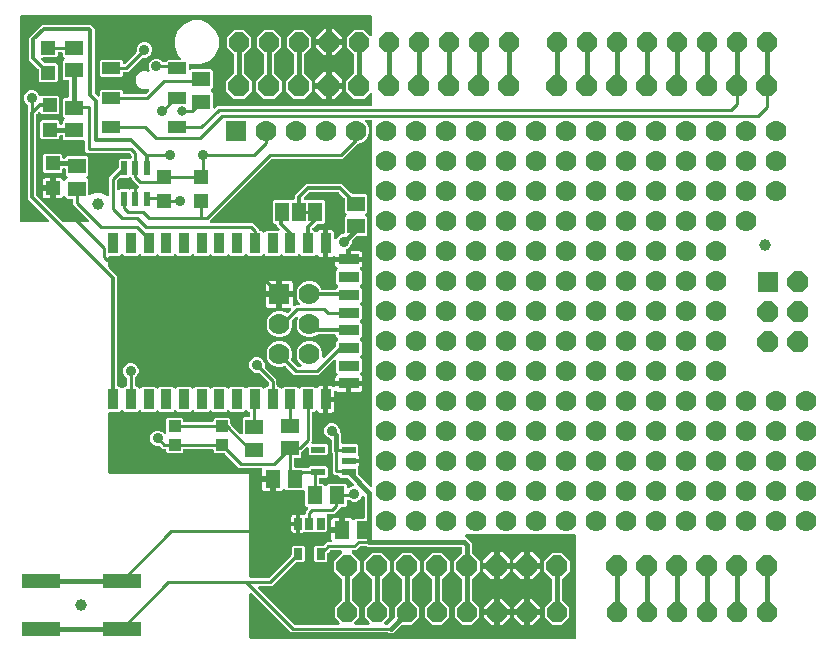
<source format=gbr>
G04 EAGLE Gerber RS-274X export*
G75*
%MOMM*%
%FSLAX34Y34*%
%LPD*%
%INTop Copper*%
%IPPOS*%
%AMOC8*
5,1,8,0,0,1.08239X$1,22.5*%
G01*
%ADD10R,0.900000X1.750000*%
%ADD11R,1.750000X0.900000*%
%ADD12R,1.500000X1.300000*%
%ADD13R,1.200000X0.550000*%
%ADD14R,1.000000X1.000000*%
%ADD15R,1.200000X1.200000*%
%ADD16R,1.300000X1.500000*%
%ADD17C,1.000000*%
%ADD18C,1.778000*%
%ADD19R,1.778000X1.778000*%
%ADD20R,1.168400X1.600200*%
%ADD21R,0.550000X1.200000*%
%ADD22R,1.300000X1.200000*%
%ADD23P,1.814519X8X22.500000*%
%ADD24P,1.924489X8X22.500000*%
%ADD25R,1.500000X1.000000*%
%ADD26P,1.924489X8X112.500000*%
%ADD27P,1.924489X8X292.500000*%
%ADD28R,3.200000X1.200000*%
%ADD29R,0.690000X0.990000*%
%ADD30C,0.304800*%
%ADD31C,0.906400*%
%ADD32C,0.254000*%
%ADD33C,0.800100*%
%ADD34C,0.406400*%

G36*
X280980Y130723D02*
X280980Y130723D01*
X281119Y130727D01*
X281139Y130733D01*
X281159Y130734D01*
X281291Y130777D01*
X281425Y130815D01*
X281442Y130826D01*
X281461Y130832D01*
X281555Y130891D01*
X281557Y130892D01*
X281560Y130895D01*
X281579Y130906D01*
X281699Y130977D01*
X281720Y130996D01*
X281730Y131002D01*
X281744Y131017D01*
X281820Y131083D01*
X282031Y131295D01*
X284566Y132345D01*
X284609Y132370D01*
X284656Y132386D01*
X284746Y132448D01*
X284842Y132503D01*
X284878Y132537D01*
X284919Y132565D01*
X284991Y132647D01*
X285070Y132724D01*
X285096Y132766D01*
X285129Y132803D01*
X285179Y132901D01*
X285237Y132995D01*
X285251Y133042D01*
X285274Y133087D01*
X285298Y133194D01*
X285330Y133299D01*
X285333Y133349D01*
X285343Y133397D01*
X285340Y133507D01*
X285345Y133617D01*
X285335Y133665D01*
X285334Y133715D01*
X285303Y133820D01*
X285281Y133928D01*
X285259Y133973D01*
X285245Y134020D01*
X285190Y134115D01*
X285141Y134214D01*
X285109Y134252D01*
X285084Y134294D01*
X284977Y134415D01*
X280377Y139016D01*
X280299Y139076D01*
X280227Y139144D01*
X280174Y139173D01*
X280126Y139210D01*
X280035Y139250D01*
X279948Y139298D01*
X279890Y139313D01*
X279834Y139337D01*
X279736Y139352D01*
X279640Y139377D01*
X279540Y139383D01*
X279520Y139387D01*
X279508Y139385D01*
X279480Y139387D01*
X274129Y139387D01*
X272841Y140675D01*
X272818Y140747D01*
X272796Y140782D01*
X272781Y140819D01*
X272712Y140915D01*
X272648Y141016D01*
X272618Y141044D01*
X272595Y141077D01*
X272503Y141153D01*
X272416Y141234D01*
X272381Y141254D01*
X272350Y141279D01*
X272242Y141330D01*
X272138Y141388D01*
X272098Y141398D01*
X272062Y141415D01*
X271945Y141437D01*
X271830Y141467D01*
X271770Y141471D01*
X271750Y141475D01*
X271729Y141473D01*
X271669Y141477D01*
X269142Y141477D01*
X267207Y143412D01*
X267207Y160199D01*
X267195Y160297D01*
X267192Y160396D01*
X267175Y160454D01*
X267167Y160514D01*
X267131Y160606D01*
X267103Y160701D01*
X267073Y160753D01*
X267050Y160810D01*
X266992Y160890D01*
X266942Y160975D01*
X266876Y161051D01*
X266864Y161067D01*
X266854Y161075D01*
X266836Y161096D01*
X266445Y161486D01*
X266445Y171236D01*
X266430Y171354D01*
X266423Y171473D01*
X266410Y171511D01*
X266405Y171552D01*
X266362Y171662D01*
X266325Y171775D01*
X266303Y171810D01*
X266288Y171847D01*
X266219Y171943D01*
X266155Y172044D01*
X266125Y172072D01*
X266102Y172105D01*
X266010Y172181D01*
X265923Y172262D01*
X265888Y172282D01*
X265857Y172307D01*
X265749Y172358D01*
X265645Y172416D01*
X265605Y172426D01*
X265569Y172443D01*
X265524Y172452D01*
X262981Y173505D01*
X261135Y175351D01*
X260135Y177764D01*
X260135Y180376D01*
X261135Y182789D01*
X262981Y184635D01*
X265394Y185635D01*
X268006Y185635D01*
X270419Y184635D01*
X272265Y182789D01*
X273265Y180376D01*
X273265Y178779D01*
X273277Y178681D01*
X273280Y178582D01*
X273297Y178524D01*
X273305Y178464D01*
X273341Y178372D01*
X273369Y178277D01*
X273399Y178225D01*
X273422Y178168D01*
X273480Y178088D01*
X273530Y178003D01*
X273596Y177927D01*
X273608Y177911D01*
X273618Y177903D01*
X273636Y177882D01*
X274575Y176944D01*
X274575Y169222D01*
X274590Y169104D01*
X274597Y168985D01*
X274610Y168947D01*
X274615Y168906D01*
X274658Y168796D01*
X274695Y168683D01*
X274717Y168648D01*
X274732Y168611D01*
X274801Y168515D01*
X274865Y168414D01*
X274895Y168386D01*
X274918Y168353D01*
X275010Y168277D01*
X275097Y168196D01*
X275132Y168176D01*
X275163Y168151D01*
X275271Y168100D01*
X275375Y168042D01*
X275415Y168032D01*
X275451Y168015D01*
X275568Y167993D01*
X275683Y167963D01*
X275743Y167959D01*
X275763Y167955D01*
X275784Y167957D01*
X275844Y167953D01*
X287813Y167953D01*
X289004Y166762D01*
X289004Y159553D01*
X288950Y159493D01*
X288932Y159457D01*
X288907Y159425D01*
X288860Y159316D01*
X288806Y159209D01*
X288797Y159170D01*
X288781Y159134D01*
X288762Y159016D01*
X288736Y158899D01*
X288738Y158859D01*
X288731Y158820D01*
X288742Y158701D01*
X288746Y158581D01*
X288757Y158543D01*
X288761Y158503D01*
X288801Y158391D01*
X288835Y158276D01*
X288855Y158241D01*
X288869Y158204D01*
X288916Y158134D01*
X288921Y158125D01*
X289339Y157401D01*
X289512Y156754D01*
X289512Y155044D01*
X281076Y155044D01*
X280958Y155029D01*
X280839Y155022D01*
X280801Y155009D01*
X280761Y155004D01*
X280650Y154961D01*
X280537Y154924D01*
X280503Y154902D01*
X280465Y154887D01*
X280369Y154818D01*
X280268Y154754D01*
X280240Y154724D01*
X280208Y154701D01*
X280132Y154609D01*
X280050Y154522D01*
X280031Y154487D01*
X280005Y154456D01*
X279954Y154348D01*
X279897Y154244D01*
X279887Y154204D01*
X279869Y154168D01*
X279847Y154051D01*
X279817Y153936D01*
X279813Y153876D01*
X279810Y153856D01*
X279811Y153835D01*
X279807Y153775D01*
X279807Y153565D01*
X279822Y153447D01*
X279829Y153328D01*
X279842Y153290D01*
X279847Y153249D01*
X279891Y153139D01*
X279927Y153026D01*
X279949Y152991D01*
X279964Y152954D01*
X280034Y152857D01*
X280097Y152757D01*
X280127Y152729D01*
X280151Y152696D01*
X280242Y152620D01*
X280329Y152539D01*
X280364Y152519D01*
X280396Y152494D01*
X280503Y152443D01*
X280608Y152385D01*
X280647Y152375D01*
X280683Y152358D01*
X280800Y152336D01*
X280916Y152306D01*
X280976Y152302D01*
X280996Y152298D01*
X281016Y152300D01*
X281076Y152296D01*
X289512Y152296D01*
X289512Y150586D01*
X289339Y149939D01*
X288963Y149289D01*
X288951Y149275D01*
X288932Y149239D01*
X288908Y149208D01*
X288860Y149098D01*
X288806Y148992D01*
X288797Y148953D01*
X288781Y148916D01*
X288763Y148798D01*
X288736Y148681D01*
X288738Y148642D01*
X288731Y148602D01*
X288742Y148483D01*
X288746Y148363D01*
X288757Y148325D01*
X288761Y148285D01*
X288801Y148173D01*
X288834Y148058D01*
X288855Y148024D01*
X288868Y147986D01*
X288935Y147887D01*
X288996Y147784D01*
X289004Y147775D01*
X289004Y142411D01*
X289016Y142313D01*
X289019Y142214D01*
X289036Y142156D01*
X289044Y142096D01*
X289080Y142004D01*
X289108Y141909D01*
X289138Y141857D01*
X289161Y141800D01*
X289219Y141720D01*
X289269Y141635D01*
X289335Y141559D01*
X289347Y141543D01*
X289357Y141535D01*
X289375Y141514D01*
X298823Y132067D01*
X298932Y131982D01*
X299039Y131893D01*
X299058Y131884D01*
X299074Y131872D01*
X299202Y131817D01*
X299327Y131757D01*
X299347Y131754D01*
X299366Y131746D01*
X299504Y131724D01*
X299640Y131698D01*
X299660Y131699D01*
X299680Y131696D01*
X299819Y131709D01*
X299957Y131717D01*
X299976Y131724D01*
X299996Y131726D01*
X300128Y131773D01*
X300259Y131815D01*
X300277Y131826D01*
X300296Y131833D01*
X300411Y131911D01*
X300528Y131986D01*
X300542Y132000D01*
X300559Y132012D01*
X300651Y132116D01*
X300746Y132217D01*
X300756Y132235D01*
X300769Y132250D01*
X300833Y132374D01*
X300900Y132496D01*
X300905Y132515D01*
X300914Y132533D01*
X300944Y132669D01*
X300979Y132804D01*
X300981Y132832D01*
X300984Y132844D01*
X300983Y132864D01*
X300989Y132964D01*
X300989Y441198D01*
X300974Y441316D01*
X300967Y441435D01*
X300954Y441473D01*
X300949Y441514D01*
X300906Y441624D01*
X300869Y441737D01*
X300847Y441772D01*
X300832Y441809D01*
X300762Y441905D01*
X300699Y442006D01*
X300669Y442034D01*
X300646Y442067D01*
X300554Y442143D01*
X300467Y442224D01*
X300432Y442244D01*
X300401Y442269D01*
X300293Y442320D01*
X300189Y442378D01*
X300149Y442388D01*
X300113Y442405D01*
X299996Y442427D01*
X299881Y442457D01*
X299820Y442461D01*
X299800Y442465D01*
X299780Y442463D01*
X299720Y442467D01*
X296134Y442467D01*
X295996Y442450D01*
X295858Y442437D01*
X295839Y442430D01*
X295818Y442427D01*
X295689Y442376D01*
X295558Y442329D01*
X295542Y442318D01*
X295523Y442310D01*
X295411Y442229D01*
X295295Y442151D01*
X295282Y442135D01*
X295265Y442124D01*
X295177Y442016D01*
X295085Y441912D01*
X295076Y441894D01*
X295063Y441879D01*
X295003Y441753D01*
X294940Y441629D01*
X294936Y441609D01*
X294927Y441591D01*
X294901Y441454D01*
X294871Y441319D01*
X294871Y441298D01*
X294867Y441279D01*
X294876Y441140D01*
X294880Y441001D01*
X294886Y440981D01*
X294887Y440961D01*
X294930Y440829D01*
X294969Y440695D01*
X294979Y440678D01*
X294985Y440659D01*
X295060Y440541D01*
X295130Y440421D01*
X295149Y440400D01*
X295155Y440390D01*
X295170Y440376D01*
X295237Y440301D01*
X296280Y439257D01*
X297943Y435243D01*
X297943Y430897D01*
X296280Y426883D01*
X293207Y423810D01*
X289193Y422147D01*
X288914Y422147D01*
X288816Y422135D01*
X288717Y422132D01*
X288658Y422115D01*
X288598Y422107D01*
X288506Y422071D01*
X288411Y422043D01*
X288359Y422013D01*
X288303Y421990D01*
X288222Y421932D01*
X288137Y421882D01*
X288062Y421816D01*
X288045Y421804D01*
X288037Y421794D01*
X288016Y421776D01*
X275688Y409447D01*
X216524Y409447D01*
X216426Y409435D01*
X216327Y409432D01*
X216268Y409415D01*
X216208Y409407D01*
X216116Y409371D01*
X216021Y409343D01*
X215969Y409313D01*
X215913Y409290D01*
X215833Y409232D01*
X215747Y409182D01*
X215672Y409116D01*
X215655Y409104D01*
X215647Y409094D01*
X215626Y409076D01*
X163810Y357259D01*
X163725Y357150D01*
X163636Y357043D01*
X163628Y357024D01*
X163615Y357008D01*
X163560Y356880D01*
X163501Y356755D01*
X163497Y356735D01*
X163489Y356716D01*
X163467Y356578D01*
X163441Y356442D01*
X163442Y356422D01*
X163439Y356402D01*
X163452Y356263D01*
X163461Y356125D01*
X163467Y356106D01*
X163469Y356086D01*
X163516Y355954D01*
X163559Y355823D01*
X163570Y355805D01*
X163577Y355786D01*
X163655Y355671D01*
X163729Y355554D01*
X163744Y355540D01*
X163755Y355523D01*
X163859Y355431D01*
X163961Y355336D01*
X163978Y355326D01*
X163994Y355313D01*
X164117Y355249D01*
X164239Y355182D01*
X164259Y355177D01*
X164277Y355168D01*
X164413Y355138D01*
X164547Y355103D01*
X164575Y355101D01*
X164587Y355098D01*
X164608Y355099D01*
X164708Y355093D01*
X199488Y355093D01*
X204776Y349805D01*
X204788Y349714D01*
X204795Y349595D01*
X204808Y349557D01*
X204813Y349516D01*
X204856Y349406D01*
X204893Y349293D01*
X204915Y349258D01*
X204930Y349221D01*
X204999Y349125D01*
X205063Y349024D01*
X205093Y348996D01*
X205116Y348963D01*
X205208Y348887D01*
X205295Y348806D01*
X205330Y348786D01*
X205361Y348761D01*
X205469Y348710D01*
X205573Y348652D01*
X205613Y348642D01*
X205649Y348625D01*
X205766Y348603D01*
X205881Y348573D01*
X205941Y348569D01*
X205961Y348565D01*
X205982Y348567D01*
X206042Y348563D01*
X206812Y348563D01*
X208073Y347302D01*
X208167Y347229D01*
X208256Y347150D01*
X208292Y347132D01*
X208324Y347107D01*
X208433Y347060D01*
X208539Y347006D01*
X208578Y346997D01*
X208616Y346981D01*
X208733Y346962D01*
X208849Y346936D01*
X208890Y346937D01*
X208930Y346931D01*
X209048Y346942D01*
X209167Y346946D01*
X209206Y346957D01*
X209246Y346961D01*
X209358Y347001D01*
X209473Y347034D01*
X209508Y347055D01*
X209546Y347068D01*
X209644Y347135D01*
X209747Y347196D01*
X209792Y347236D01*
X209809Y347247D01*
X209822Y347262D01*
X209868Y347302D01*
X211128Y348563D01*
X221193Y348563D01*
X221331Y348580D01*
X221469Y348593D01*
X221489Y348600D01*
X221509Y348603D01*
X221638Y348654D01*
X221769Y348701D01*
X221786Y348712D01*
X221804Y348720D01*
X221917Y348801D01*
X222032Y348879D01*
X222045Y348895D01*
X222062Y348906D01*
X222150Y349014D01*
X222242Y349118D01*
X222252Y349136D01*
X222264Y349151D01*
X222324Y349277D01*
X222387Y349401D01*
X222391Y349421D01*
X222400Y349439D01*
X222426Y349575D01*
X222457Y349711D01*
X222456Y349732D01*
X222460Y349751D01*
X222451Y349890D01*
X222447Y350029D01*
X222441Y350049D01*
X222440Y350069D01*
X222397Y350201D01*
X222359Y350335D01*
X222348Y350352D01*
X222342Y350371D01*
X222267Y350489D01*
X222197Y350609D01*
X222178Y350630D01*
X222172Y350640D01*
X222157Y350654D01*
X222091Y350729D01*
X219963Y352857D01*
X219963Y353187D01*
X219948Y353305D01*
X219941Y353424D01*
X219928Y353462D01*
X219923Y353503D01*
X219880Y353613D01*
X219843Y353726D01*
X219821Y353761D01*
X219806Y353798D01*
X219737Y353894D01*
X219673Y353995D01*
X219643Y354023D01*
X219620Y354056D01*
X219528Y354132D01*
X219441Y354213D01*
X219406Y354233D01*
X219375Y354258D01*
X219267Y354309D01*
X219163Y354367D01*
X219123Y354377D01*
X219087Y354394D01*
X218970Y354416D01*
X218855Y354446D01*
X218795Y354450D01*
X218775Y354454D01*
X218754Y354452D01*
X218694Y354456D01*
X218106Y354456D01*
X216915Y355647D01*
X216915Y373333D01*
X218106Y374524D01*
X233934Y374524D01*
X234052Y374539D01*
X234171Y374546D01*
X234209Y374559D01*
X234250Y374564D01*
X234360Y374607D01*
X234473Y374644D01*
X234508Y374666D01*
X234545Y374681D01*
X234641Y374750D01*
X234742Y374814D01*
X234770Y374844D01*
X234803Y374867D01*
X234879Y374959D01*
X234960Y375046D01*
X234980Y375081D01*
X235005Y375112D01*
X235056Y375220D01*
X235114Y375324D01*
X235124Y375364D01*
X235141Y375400D01*
X235163Y375517D01*
X235193Y375632D01*
X235197Y375692D01*
X235201Y375712D01*
X235199Y375733D01*
X235203Y375793D01*
X235203Y378663D01*
X237658Y381118D01*
X237659Y381118D01*
X242452Y385911D01*
X242452Y385912D01*
X244907Y388367D01*
X275133Y388367D01*
X283145Y380354D01*
X283224Y380294D01*
X283296Y380226D01*
X283349Y380197D01*
X283397Y380160D01*
X283488Y380120D01*
X283574Y380072D01*
X283633Y380057D01*
X283689Y380033D01*
X283787Y380018D01*
X283882Y379993D01*
X283982Y379987D01*
X284003Y379983D01*
X284015Y379985D01*
X284043Y379983D01*
X295362Y379983D01*
X296553Y378792D01*
X296553Y364108D01*
X295292Y362847D01*
X295219Y362753D01*
X295140Y362664D01*
X295122Y362628D01*
X295097Y362596D01*
X295050Y362487D01*
X294996Y362381D01*
X294987Y362342D01*
X294971Y362304D01*
X294952Y362187D01*
X294926Y362071D01*
X294927Y362030D01*
X294921Y361990D01*
X294932Y361872D01*
X294936Y361753D01*
X294947Y361714D01*
X294951Y361674D01*
X294991Y361562D01*
X295024Y361447D01*
X295045Y361412D01*
X295058Y361374D01*
X295125Y361276D01*
X295186Y361173D01*
X295226Y361128D01*
X295237Y361111D01*
X295252Y361098D01*
X295292Y361052D01*
X296553Y359792D01*
X296553Y345108D01*
X295362Y343917D01*
X287961Y343917D01*
X287863Y343905D01*
X287764Y343902D01*
X287706Y343885D01*
X287646Y343877D01*
X287554Y343841D01*
X287459Y343813D01*
X287407Y343783D01*
X287350Y343760D01*
X287270Y343702D01*
X287185Y343652D01*
X287109Y343586D01*
X287093Y343574D01*
X287085Y343564D01*
X287064Y343546D01*
X283796Y340278D01*
X283736Y340200D01*
X283668Y340128D01*
X283639Y340075D01*
X283602Y340027D01*
X283562Y339936D01*
X283514Y339849D01*
X283499Y339791D01*
X283475Y339735D01*
X283460Y339637D01*
X283435Y339541D01*
X283429Y339441D01*
X283425Y339421D01*
X283427Y339409D01*
X283425Y339381D01*
X283425Y337784D01*
X282425Y335371D01*
X280579Y333525D01*
X279504Y333080D01*
X279479Y333065D01*
X279451Y333056D01*
X279341Y332986D01*
X279228Y332922D01*
X279207Y332902D01*
X279182Y332886D01*
X279093Y332791D01*
X279000Y332701D01*
X278984Y332676D01*
X278964Y332654D01*
X278901Y332540D01*
X278833Y332430D01*
X278825Y332401D01*
X278810Y332376D01*
X278778Y332250D01*
X278740Y332126D01*
X278738Y332096D01*
X278731Y332068D01*
X278721Y331907D01*
X278721Y326529D01*
X269587Y326529D01*
X269541Y326658D01*
X269530Y326674D01*
X269522Y326693D01*
X269441Y326806D01*
X269362Y326921D01*
X269347Y326934D01*
X269336Y326950D01*
X269228Y327040D01*
X269124Y327131D01*
X269106Y327140D01*
X269091Y327153D01*
X268965Y327213D01*
X268841Y327276D01*
X268821Y327280D01*
X268803Y327289D01*
X268667Y327315D01*
X268530Y327345D01*
X268510Y327345D01*
X268491Y327349D01*
X268352Y327340D01*
X268213Y327336D01*
X268193Y327330D01*
X268173Y327329D01*
X268041Y327286D01*
X267907Y327247D01*
X267890Y327237D01*
X267871Y327231D01*
X267753Y327157D01*
X267633Y327086D01*
X267612Y327067D01*
X267602Y327061D01*
X267588Y327046D01*
X267537Y327001D01*
X266951Y326662D01*
X266304Y326489D01*
X263719Y326489D01*
X263719Y336800D01*
X263704Y336918D01*
X263697Y337037D01*
X263684Y337075D01*
X263679Y337115D01*
X263636Y337226D01*
X263599Y337339D01*
X263577Y337373D01*
X263562Y337411D01*
X263493Y337507D01*
X263429Y337608D01*
X263399Y337636D01*
X263376Y337668D01*
X263284Y337744D01*
X263250Y337776D01*
X263258Y337781D01*
X263286Y337811D01*
X263319Y337835D01*
X263395Y337926D01*
X263476Y338013D01*
X263496Y338048D01*
X263521Y338080D01*
X263572Y338187D01*
X263630Y338292D01*
X263640Y338331D01*
X263657Y338367D01*
X263679Y338484D01*
X263709Y338600D01*
X263713Y338660D01*
X263717Y338680D01*
X263715Y338700D01*
X263719Y338760D01*
X263719Y349071D01*
X266304Y349071D01*
X266951Y348898D01*
X267530Y348563D01*
X268003Y348090D01*
X268338Y347511D01*
X268511Y346864D01*
X268511Y342468D01*
X268519Y342399D01*
X268518Y342329D01*
X268539Y342242D01*
X268551Y342153D01*
X268576Y342088D01*
X268593Y342020D01*
X268635Y341941D01*
X268668Y341857D01*
X268709Y341801D01*
X268741Y341739D01*
X268802Y341673D01*
X268854Y341600D01*
X268908Y341555D01*
X268955Y341504D01*
X269030Y341454D01*
X269099Y341397D01*
X269163Y341367D01*
X269221Y341329D01*
X269306Y341300D01*
X269387Y341262D01*
X269456Y341248D01*
X269522Y341226D01*
X269611Y341219D01*
X269699Y341202D01*
X269769Y341206D01*
X269839Y341201D01*
X269927Y341216D01*
X270017Y341222D01*
X270083Y341243D01*
X270152Y341255D01*
X270234Y341292D01*
X270319Y341320D01*
X270378Y341357D01*
X270442Y341386D01*
X270512Y341442D01*
X270588Y341490D01*
X270636Y341541D01*
X270690Y341584D01*
X270745Y341656D01*
X270806Y341721D01*
X270840Y341782D01*
X270882Y341838D01*
X270953Y341983D01*
X271295Y342809D01*
X273141Y344655D01*
X275554Y345655D01*
X276218Y345655D01*
X276336Y345670D01*
X276455Y345677D01*
X276493Y345690D01*
X276534Y345695D01*
X276644Y345738D01*
X276757Y345775D01*
X276792Y345797D01*
X276829Y345812D01*
X276925Y345881D01*
X277026Y345945D01*
X277054Y345975D01*
X277087Y345998D01*
X277163Y346090D01*
X277244Y346177D01*
X277264Y346212D01*
X277289Y346243D01*
X277340Y346351D01*
X277398Y346455D01*
X277408Y346495D01*
X277425Y346531D01*
X277447Y346648D01*
X277477Y346763D01*
X277481Y346823D01*
X277485Y346843D01*
X277483Y346864D01*
X277487Y346924D01*
X277487Y359792D01*
X278748Y361052D01*
X278821Y361147D01*
X278900Y361236D01*
X278918Y361272D01*
X278943Y361304D01*
X278990Y361413D01*
X279044Y361519D01*
X279053Y361558D01*
X279069Y361596D01*
X279088Y361713D01*
X279114Y361829D01*
X279113Y361870D01*
X279119Y361910D01*
X279108Y362028D01*
X279104Y362147D01*
X279093Y362186D01*
X279089Y362226D01*
X279049Y362339D01*
X279016Y362453D01*
X278995Y362487D01*
X278982Y362526D01*
X278915Y362624D01*
X278854Y362727D01*
X278814Y362772D01*
X278803Y362789D01*
X278788Y362802D01*
X278748Y362847D01*
X277487Y364108D01*
X277487Y375427D01*
X277475Y375525D01*
X277472Y375624D01*
X277455Y375682D01*
X277447Y375743D01*
X277411Y375835D01*
X277383Y375930D01*
X277353Y375982D01*
X277330Y376038D01*
X277272Y376118D01*
X277222Y376204D01*
X277156Y376279D01*
X277144Y376296D01*
X277134Y376303D01*
X277116Y376325D01*
X272559Y380882D01*
X272480Y380942D01*
X272408Y381010D01*
X272355Y381039D01*
X272307Y381076D01*
X272216Y381116D01*
X272130Y381164D01*
X272071Y381179D01*
X272015Y381203D01*
X271917Y381218D01*
X271822Y381243D01*
X271722Y381249D01*
X271701Y381253D01*
X271689Y381251D01*
X271661Y381253D01*
X248379Y381253D01*
X248281Y381241D01*
X248182Y381238D01*
X248124Y381221D01*
X248063Y381213D01*
X247971Y381177D01*
X247876Y381149D01*
X247824Y381119D01*
X247768Y381096D01*
X247688Y381038D01*
X247602Y380988D01*
X247527Y380922D01*
X247510Y380910D01*
X247503Y380900D01*
X247481Y380882D01*
X243290Y376690D01*
X243205Y376581D01*
X243117Y376474D01*
X243108Y376455D01*
X243095Y376439D01*
X243040Y376311D01*
X242981Y376186D01*
X242977Y376166D01*
X242969Y376147D01*
X242947Y376009D01*
X242921Y375873D01*
X242922Y375853D01*
X242919Y375833D01*
X242932Y375694D01*
X242941Y375556D01*
X242947Y375537D01*
X242949Y375517D01*
X242996Y375385D01*
X243039Y375254D01*
X243050Y375236D01*
X243057Y375217D01*
X243135Y375102D01*
X243209Y374985D01*
X243224Y374971D01*
X243235Y374954D01*
X243339Y374862D01*
X243441Y374767D01*
X243459Y374757D01*
X243474Y374744D01*
X243598Y374680D01*
X243719Y374613D01*
X243739Y374608D01*
X243757Y374599D01*
X243893Y374569D01*
X244027Y374534D01*
X244055Y374532D01*
X244067Y374529D01*
X244088Y374530D01*
X244188Y374524D01*
X259414Y374524D01*
X260605Y373333D01*
X260605Y355647D01*
X259414Y354456D01*
X254602Y354456D01*
X254504Y354444D01*
X254405Y354441D01*
X254347Y354424D01*
X254286Y354416D01*
X254194Y354380D01*
X254099Y354352D01*
X254047Y354322D01*
X253991Y354299D01*
X253911Y354241D01*
X253825Y354191D01*
X253750Y354125D01*
X253733Y354113D01*
X253726Y354103D01*
X253704Y354085D01*
X250398Y350779D01*
X250338Y350700D01*
X250270Y350628D01*
X250241Y350575D01*
X250204Y350527D01*
X250164Y350436D01*
X250116Y350350D01*
X250101Y350291D01*
X250077Y350235D01*
X250062Y350137D01*
X250037Y350042D01*
X250031Y349942D01*
X250027Y349921D01*
X250029Y349909D01*
X250027Y349881D01*
X250027Y349832D01*
X250042Y349714D01*
X250049Y349595D01*
X250062Y349557D01*
X250067Y349516D01*
X250110Y349406D01*
X250147Y349293D01*
X250169Y349258D01*
X250184Y349221D01*
X250253Y349125D01*
X250317Y349024D01*
X250347Y348996D01*
X250370Y348963D01*
X250462Y348887D01*
X250549Y348806D01*
X250584Y348786D01*
X250615Y348761D01*
X250723Y348710D01*
X250827Y348652D01*
X250867Y348642D01*
X250903Y348625D01*
X251020Y348603D01*
X251135Y348573D01*
X251195Y348569D01*
X251215Y348565D01*
X251236Y348567D01*
X251296Y348563D01*
X251812Y348563D01*
X252796Y347578D01*
X252896Y347501D01*
X252991Y347419D01*
X253021Y347404D01*
X253048Y347383D01*
X253163Y347333D01*
X253276Y347277D01*
X253309Y347270D01*
X253340Y347257D01*
X253464Y347237D01*
X253587Y347211D01*
X253620Y347212D01*
X253654Y347207D01*
X253779Y347219D01*
X253904Y347224D01*
X253937Y347234D01*
X253970Y347237D01*
X254089Y347279D01*
X254209Y347316D01*
X254238Y347333D01*
X254270Y347344D01*
X254374Y347415D01*
X254481Y347480D01*
X254505Y347504D01*
X254533Y347523D01*
X254616Y347617D01*
X254704Y347707D01*
X254731Y347748D01*
X254743Y347761D01*
X254753Y347781D01*
X254793Y347841D01*
X254937Y348090D01*
X255410Y348563D01*
X255989Y348898D01*
X256636Y349071D01*
X259221Y349071D01*
X259221Y338760D01*
X259236Y338642D01*
X259243Y338523D01*
X259255Y338485D01*
X259261Y338445D01*
X259304Y338334D01*
X259341Y338221D01*
X259363Y338187D01*
X259378Y338149D01*
X259447Y338053D01*
X259511Y337952D01*
X259541Y337924D01*
X259564Y337892D01*
X259656Y337816D01*
X259690Y337784D01*
X259682Y337779D01*
X259654Y337749D01*
X259621Y337725D01*
X259545Y337634D01*
X259464Y337547D01*
X259444Y337512D01*
X259419Y337480D01*
X259368Y337373D01*
X259310Y337268D01*
X259300Y337229D01*
X259283Y337193D01*
X259261Y337076D01*
X259231Y336960D01*
X259227Y336900D01*
X259223Y336880D01*
X259225Y336860D01*
X259221Y336800D01*
X259221Y326489D01*
X256636Y326489D01*
X255989Y326662D01*
X255410Y326997D01*
X254937Y327470D01*
X254793Y327719D01*
X254717Y327819D01*
X254647Y327923D01*
X254621Y327945D01*
X254601Y327972D01*
X254502Y328050D01*
X254408Y328134D01*
X254378Y328149D01*
X254352Y328170D01*
X254237Y328221D01*
X254125Y328278D01*
X254092Y328286D01*
X254061Y328299D01*
X253937Y328320D01*
X253815Y328348D01*
X253781Y328347D01*
X253748Y328352D01*
X253622Y328342D01*
X253497Y328338D01*
X253464Y328329D01*
X253431Y328326D01*
X253312Y328285D01*
X253191Y328250D01*
X253162Y328233D01*
X253130Y328222D01*
X253026Y328152D01*
X252917Y328088D01*
X252881Y328056D01*
X252865Y328046D01*
X252851Y328030D01*
X252796Y327982D01*
X251812Y326997D01*
X241128Y326997D01*
X239868Y328258D01*
X239773Y328331D01*
X239684Y328410D01*
X239648Y328428D01*
X239616Y328453D01*
X239507Y328500D01*
X239401Y328554D01*
X239362Y328563D01*
X239324Y328579D01*
X239207Y328598D01*
X239091Y328624D01*
X239050Y328623D01*
X239010Y328629D01*
X238892Y328618D01*
X238773Y328614D01*
X238734Y328603D01*
X238694Y328599D01*
X238581Y328559D01*
X238467Y328526D01*
X238433Y328505D01*
X238394Y328492D01*
X238296Y328425D01*
X238193Y328364D01*
X238148Y328324D01*
X238131Y328313D01*
X238118Y328298D01*
X238073Y328258D01*
X236812Y326997D01*
X226128Y326997D01*
X224868Y328258D01*
X224773Y328331D01*
X224684Y328410D01*
X224648Y328428D01*
X224616Y328453D01*
X224507Y328500D01*
X224401Y328554D01*
X224362Y328563D01*
X224324Y328579D01*
X224207Y328598D01*
X224091Y328624D01*
X224050Y328623D01*
X224010Y328629D01*
X223892Y328618D01*
X223773Y328614D01*
X223734Y328603D01*
X223694Y328599D01*
X223581Y328559D01*
X223467Y328526D01*
X223433Y328505D01*
X223394Y328492D01*
X223296Y328425D01*
X223193Y328364D01*
X223148Y328324D01*
X223131Y328313D01*
X223118Y328298D01*
X223073Y328258D01*
X221812Y326997D01*
X211128Y326997D01*
X209868Y328258D01*
X209773Y328331D01*
X209684Y328410D01*
X209648Y328428D01*
X209616Y328453D01*
X209507Y328500D01*
X209401Y328554D01*
X209362Y328563D01*
X209324Y328579D01*
X209207Y328598D01*
X209091Y328624D01*
X209050Y328623D01*
X209010Y328629D01*
X208892Y328618D01*
X208773Y328614D01*
X208734Y328603D01*
X208694Y328599D01*
X208581Y328559D01*
X208467Y328526D01*
X208433Y328505D01*
X208394Y328492D01*
X208296Y328425D01*
X208193Y328364D01*
X208148Y328324D01*
X208131Y328313D01*
X208118Y328298D01*
X208073Y328258D01*
X206812Y326997D01*
X196128Y326997D01*
X194868Y328258D01*
X194773Y328331D01*
X194684Y328410D01*
X194648Y328428D01*
X194616Y328453D01*
X194507Y328500D01*
X194401Y328554D01*
X194362Y328563D01*
X194324Y328579D01*
X194207Y328598D01*
X194091Y328624D01*
X194050Y328623D01*
X194010Y328629D01*
X193892Y328618D01*
X193773Y328614D01*
X193734Y328603D01*
X193694Y328599D01*
X193581Y328559D01*
X193467Y328526D01*
X193433Y328505D01*
X193394Y328492D01*
X193296Y328425D01*
X193193Y328364D01*
X193148Y328324D01*
X193131Y328313D01*
X193118Y328298D01*
X193073Y328258D01*
X191812Y326997D01*
X181128Y326997D01*
X179868Y328258D01*
X179773Y328331D01*
X179684Y328410D01*
X179648Y328428D01*
X179616Y328453D01*
X179507Y328500D01*
X179401Y328554D01*
X179362Y328563D01*
X179324Y328579D01*
X179207Y328598D01*
X179091Y328624D01*
X179050Y328623D01*
X179010Y328629D01*
X178892Y328618D01*
X178773Y328614D01*
X178734Y328603D01*
X178694Y328599D01*
X178581Y328559D01*
X178467Y328526D01*
X178433Y328505D01*
X178394Y328492D01*
X178296Y328425D01*
X178193Y328364D01*
X178148Y328324D01*
X178131Y328313D01*
X178118Y328298D01*
X178073Y328258D01*
X176812Y326997D01*
X166128Y326997D01*
X164868Y328258D01*
X164773Y328331D01*
X164684Y328410D01*
X164648Y328428D01*
X164616Y328453D01*
X164507Y328500D01*
X164401Y328554D01*
X164362Y328563D01*
X164324Y328579D01*
X164207Y328598D01*
X164091Y328624D01*
X164050Y328623D01*
X164010Y328629D01*
X163892Y328618D01*
X163773Y328614D01*
X163734Y328603D01*
X163694Y328599D01*
X163581Y328559D01*
X163467Y328526D01*
X163433Y328505D01*
X163394Y328492D01*
X163296Y328425D01*
X163193Y328364D01*
X163148Y328324D01*
X163131Y328313D01*
X163118Y328298D01*
X163073Y328258D01*
X161812Y326997D01*
X151128Y326997D01*
X149868Y328258D01*
X149773Y328331D01*
X149684Y328410D01*
X149648Y328428D01*
X149616Y328453D01*
X149507Y328500D01*
X149401Y328554D01*
X149362Y328563D01*
X149324Y328579D01*
X149207Y328598D01*
X149091Y328624D01*
X149050Y328623D01*
X149010Y328629D01*
X148892Y328618D01*
X148773Y328614D01*
X148734Y328603D01*
X148694Y328599D01*
X148581Y328559D01*
X148467Y328526D01*
X148433Y328505D01*
X148394Y328492D01*
X148296Y328425D01*
X148193Y328364D01*
X148148Y328324D01*
X148131Y328313D01*
X148118Y328298D01*
X148073Y328258D01*
X146812Y326997D01*
X136128Y326997D01*
X134868Y328258D01*
X134773Y328331D01*
X134684Y328410D01*
X134648Y328428D01*
X134616Y328453D01*
X134507Y328500D01*
X134401Y328554D01*
X134362Y328563D01*
X134324Y328579D01*
X134207Y328598D01*
X134091Y328624D01*
X134050Y328623D01*
X134010Y328629D01*
X133892Y328618D01*
X133773Y328614D01*
X133734Y328603D01*
X133694Y328599D01*
X133581Y328559D01*
X133467Y328526D01*
X133433Y328505D01*
X133394Y328492D01*
X133296Y328425D01*
X133193Y328364D01*
X133148Y328324D01*
X133131Y328313D01*
X133118Y328298D01*
X133073Y328258D01*
X131812Y326997D01*
X121128Y326997D01*
X119868Y328258D01*
X119773Y328331D01*
X119684Y328410D01*
X119648Y328428D01*
X119616Y328453D01*
X119507Y328500D01*
X119401Y328554D01*
X119362Y328563D01*
X119324Y328579D01*
X119207Y328598D01*
X119091Y328624D01*
X119050Y328623D01*
X119010Y328629D01*
X118892Y328618D01*
X118773Y328614D01*
X118734Y328603D01*
X118694Y328599D01*
X118581Y328559D01*
X118467Y328526D01*
X118433Y328505D01*
X118394Y328492D01*
X118296Y328425D01*
X118193Y328364D01*
X118148Y328324D01*
X118131Y328313D01*
X118118Y328298D01*
X118073Y328258D01*
X116812Y326997D01*
X106128Y326997D01*
X104868Y328258D01*
X104773Y328331D01*
X104684Y328410D01*
X104648Y328428D01*
X104616Y328453D01*
X104507Y328500D01*
X104401Y328554D01*
X104362Y328563D01*
X104324Y328579D01*
X104207Y328598D01*
X104091Y328624D01*
X104050Y328623D01*
X104010Y328629D01*
X103892Y328618D01*
X103773Y328614D01*
X103734Y328603D01*
X103694Y328599D01*
X103581Y328559D01*
X103467Y328526D01*
X103433Y328505D01*
X103394Y328492D01*
X103296Y328425D01*
X103193Y328364D01*
X103148Y328324D01*
X103131Y328313D01*
X103118Y328298D01*
X103073Y328258D01*
X101812Y326997D01*
X91128Y326997D01*
X89868Y328258D01*
X89773Y328331D01*
X89684Y328410D01*
X89648Y328428D01*
X89616Y328453D01*
X89507Y328500D01*
X89401Y328554D01*
X89362Y328563D01*
X89324Y328579D01*
X89207Y328598D01*
X89091Y328624D01*
X89050Y328623D01*
X89010Y328629D01*
X88892Y328618D01*
X88773Y328614D01*
X88734Y328603D01*
X88694Y328599D01*
X88581Y328559D01*
X88467Y328526D01*
X88433Y328505D01*
X88394Y328492D01*
X88296Y328425D01*
X88193Y328364D01*
X88148Y328324D01*
X88131Y328313D01*
X88118Y328298D01*
X88073Y328258D01*
X86812Y326997D01*
X78740Y326997D01*
X78622Y326982D01*
X78503Y326975D01*
X78465Y326962D01*
X78424Y326957D01*
X78314Y326914D01*
X78201Y326877D01*
X78166Y326855D01*
X78129Y326840D01*
X78033Y326771D01*
X77932Y326707D01*
X77904Y326677D01*
X77871Y326654D01*
X77796Y326562D01*
X77714Y326475D01*
X77694Y326440D01*
X77669Y326409D01*
X77618Y326301D01*
X77560Y326197D01*
X77550Y326157D01*
X77533Y326121D01*
X77511Y326004D01*
X77481Y325889D01*
X77477Y325829D01*
X77473Y325809D01*
X77475Y325788D01*
X77471Y325728D01*
X77471Y317975D01*
X77483Y317877D01*
X77486Y317778D01*
X77503Y317720D01*
X77511Y317659D01*
X77547Y317567D01*
X77575Y317472D01*
X77605Y317420D01*
X77628Y317364D01*
X77686Y317284D01*
X77736Y317198D01*
X77802Y317123D01*
X77814Y317106D01*
X77824Y317099D01*
X77843Y317077D01*
X85027Y309893D01*
X85027Y217832D01*
X85042Y217714D01*
X85049Y217595D01*
X85062Y217557D01*
X85067Y217516D01*
X85110Y217406D01*
X85147Y217293D01*
X85169Y217258D01*
X85184Y217221D01*
X85254Y217124D01*
X85317Y217024D01*
X85347Y216996D01*
X85370Y216963D01*
X85462Y216887D01*
X85549Y216806D01*
X85584Y216786D01*
X85615Y216761D01*
X85723Y216710D01*
X85827Y216652D01*
X85867Y216642D01*
X85903Y216625D01*
X86020Y216603D01*
X86135Y216573D01*
X86195Y216569D01*
X86215Y216565D01*
X86236Y216567D01*
X86296Y216563D01*
X86812Y216563D01*
X88072Y215302D01*
X88167Y215229D01*
X88256Y215150D01*
X88292Y215132D01*
X88324Y215107D01*
X88433Y215060D01*
X88539Y215006D01*
X88578Y214997D01*
X88616Y214981D01*
X88733Y214962D01*
X88849Y214936D01*
X88890Y214937D01*
X88930Y214931D01*
X89048Y214942D01*
X89167Y214946D01*
X89206Y214957D01*
X89246Y214961D01*
X89359Y215001D01*
X89473Y215034D01*
X89507Y215055D01*
X89546Y215068D01*
X89644Y215135D01*
X89747Y215196D01*
X89792Y215236D01*
X89809Y215247D01*
X89822Y215262D01*
X89867Y215302D01*
X91128Y216563D01*
X91948Y216563D01*
X92066Y216578D01*
X92185Y216585D01*
X92223Y216598D01*
X92264Y216603D01*
X92374Y216646D01*
X92487Y216683D01*
X92522Y216705D01*
X92559Y216720D01*
X92655Y216789D01*
X92756Y216853D01*
X92784Y216883D01*
X92817Y216906D01*
X92893Y216998D01*
X92974Y217085D01*
X92994Y217120D01*
X93019Y217151D01*
X93070Y217259D01*
X93128Y217363D01*
X93138Y217403D01*
X93155Y217439D01*
X93177Y217556D01*
X93207Y217671D01*
X93211Y217731D01*
X93215Y217751D01*
X93213Y217772D01*
X93217Y217832D01*
X93217Y223363D01*
X93205Y223461D01*
X93202Y223560D01*
X93185Y223618D01*
X93177Y223679D01*
X93141Y223771D01*
X93113Y223866D01*
X93083Y223918D01*
X93060Y223974D01*
X93002Y224054D01*
X92952Y224140D01*
X92886Y224215D01*
X92874Y224232D01*
X92864Y224239D01*
X92846Y224261D01*
X90955Y226151D01*
X89955Y228564D01*
X89955Y231176D01*
X90955Y233589D01*
X92801Y235435D01*
X95214Y236435D01*
X97826Y236435D01*
X100239Y235435D01*
X102085Y233589D01*
X103085Y231176D01*
X103085Y228564D01*
X102085Y226151D01*
X100194Y224261D01*
X100134Y224182D01*
X100066Y224110D01*
X100037Y224057D01*
X100000Y224009D01*
X99960Y223918D01*
X99912Y223832D01*
X99897Y223773D01*
X99873Y223717D01*
X99858Y223619D01*
X99833Y223524D01*
X99827Y223424D01*
X99823Y223403D01*
X99825Y223391D01*
X99823Y223363D01*
X99823Y217832D01*
X99838Y217714D01*
X99845Y217595D01*
X99858Y217557D01*
X99863Y217516D01*
X99906Y217406D01*
X99943Y217293D01*
X99965Y217258D01*
X99980Y217221D01*
X100050Y217124D01*
X100113Y217024D01*
X100143Y216996D01*
X100166Y216963D01*
X100258Y216887D01*
X100345Y216806D01*
X100380Y216786D01*
X100411Y216761D01*
X100519Y216710D01*
X100623Y216652D01*
X100663Y216642D01*
X100699Y216625D01*
X100816Y216603D01*
X100931Y216573D01*
X100991Y216569D01*
X101011Y216565D01*
X101032Y216567D01*
X101092Y216563D01*
X101812Y216563D01*
X103072Y215302D01*
X103167Y215229D01*
X103256Y215150D01*
X103292Y215132D01*
X103324Y215107D01*
X103433Y215060D01*
X103539Y215006D01*
X103578Y214997D01*
X103616Y214981D01*
X103733Y214962D01*
X103849Y214936D01*
X103890Y214937D01*
X103930Y214931D01*
X104048Y214942D01*
X104167Y214946D01*
X104206Y214957D01*
X104246Y214961D01*
X104359Y215001D01*
X104473Y215034D01*
X104507Y215055D01*
X104546Y215068D01*
X104644Y215135D01*
X104747Y215196D01*
X104792Y215236D01*
X104809Y215247D01*
X104822Y215262D01*
X104867Y215302D01*
X106128Y216563D01*
X116812Y216563D01*
X118072Y215302D01*
X118167Y215229D01*
X118256Y215150D01*
X118292Y215132D01*
X118324Y215107D01*
X118433Y215060D01*
X118539Y215006D01*
X118578Y214997D01*
X118616Y214981D01*
X118733Y214962D01*
X118849Y214936D01*
X118890Y214937D01*
X118930Y214931D01*
X119048Y214942D01*
X119167Y214946D01*
X119206Y214957D01*
X119246Y214961D01*
X119359Y215001D01*
X119473Y215034D01*
X119507Y215055D01*
X119546Y215068D01*
X119644Y215135D01*
X119747Y215196D01*
X119792Y215236D01*
X119809Y215247D01*
X119822Y215262D01*
X119867Y215302D01*
X121128Y216563D01*
X131812Y216563D01*
X133072Y215302D01*
X133167Y215229D01*
X133256Y215150D01*
X133292Y215132D01*
X133324Y215107D01*
X133433Y215060D01*
X133539Y215006D01*
X133578Y214997D01*
X133616Y214981D01*
X133733Y214962D01*
X133849Y214936D01*
X133890Y214937D01*
X133930Y214931D01*
X134048Y214942D01*
X134167Y214946D01*
X134206Y214957D01*
X134246Y214961D01*
X134359Y215001D01*
X134473Y215034D01*
X134507Y215055D01*
X134546Y215068D01*
X134644Y215135D01*
X134747Y215196D01*
X134792Y215236D01*
X134809Y215247D01*
X134822Y215262D01*
X134867Y215302D01*
X136128Y216563D01*
X146812Y216563D01*
X148072Y215302D01*
X148167Y215229D01*
X148256Y215150D01*
X148292Y215132D01*
X148324Y215107D01*
X148433Y215060D01*
X148539Y215006D01*
X148578Y214997D01*
X148616Y214981D01*
X148733Y214962D01*
X148849Y214936D01*
X148890Y214937D01*
X148930Y214931D01*
X149048Y214942D01*
X149167Y214946D01*
X149206Y214957D01*
X149246Y214961D01*
X149359Y215001D01*
X149473Y215034D01*
X149507Y215055D01*
X149546Y215068D01*
X149644Y215135D01*
X149747Y215196D01*
X149792Y215236D01*
X149809Y215247D01*
X149822Y215262D01*
X149867Y215302D01*
X151128Y216563D01*
X161812Y216563D01*
X163072Y215302D01*
X163167Y215229D01*
X163256Y215150D01*
X163292Y215132D01*
X163324Y215107D01*
X163433Y215060D01*
X163539Y215006D01*
X163578Y214997D01*
X163616Y214981D01*
X163733Y214962D01*
X163849Y214936D01*
X163890Y214937D01*
X163930Y214931D01*
X164048Y214942D01*
X164167Y214946D01*
X164206Y214957D01*
X164246Y214961D01*
X164359Y215001D01*
X164473Y215034D01*
X164507Y215055D01*
X164546Y215068D01*
X164644Y215135D01*
X164747Y215196D01*
X164792Y215236D01*
X164809Y215247D01*
X164822Y215262D01*
X164867Y215302D01*
X166128Y216563D01*
X176812Y216563D01*
X178072Y215302D01*
X178167Y215229D01*
X178256Y215150D01*
X178292Y215132D01*
X178324Y215107D01*
X178433Y215060D01*
X178539Y215006D01*
X178578Y214997D01*
X178616Y214981D01*
X178733Y214962D01*
X178849Y214936D01*
X178890Y214937D01*
X178930Y214931D01*
X179048Y214942D01*
X179167Y214946D01*
X179206Y214957D01*
X179246Y214961D01*
X179359Y215001D01*
X179473Y215034D01*
X179507Y215055D01*
X179546Y215068D01*
X179644Y215135D01*
X179747Y215196D01*
X179792Y215236D01*
X179809Y215247D01*
X179822Y215262D01*
X179867Y215302D01*
X181128Y216563D01*
X191812Y216563D01*
X193072Y215302D01*
X193167Y215229D01*
X193256Y215150D01*
X193292Y215132D01*
X193324Y215107D01*
X193433Y215060D01*
X193539Y215006D01*
X193578Y214997D01*
X193616Y214981D01*
X193733Y214962D01*
X193849Y214936D01*
X193890Y214937D01*
X193930Y214931D01*
X194048Y214942D01*
X194167Y214946D01*
X194206Y214957D01*
X194246Y214961D01*
X194359Y215001D01*
X194473Y215034D01*
X194507Y215055D01*
X194546Y215068D01*
X194644Y215135D01*
X194747Y215196D01*
X194792Y215236D01*
X194809Y215247D01*
X194822Y215262D01*
X194867Y215302D01*
X196128Y216563D01*
X206812Y216563D01*
X208072Y215302D01*
X208167Y215229D01*
X208256Y215150D01*
X208292Y215132D01*
X208324Y215107D01*
X208433Y215060D01*
X208539Y215006D01*
X208578Y214997D01*
X208616Y214981D01*
X208733Y214962D01*
X208849Y214936D01*
X208890Y214937D01*
X208930Y214931D01*
X209048Y214942D01*
X209167Y214946D01*
X209206Y214957D01*
X209246Y214961D01*
X209359Y215001D01*
X209473Y215034D01*
X209507Y215055D01*
X209546Y215068D01*
X209644Y215135D01*
X209747Y215196D01*
X209792Y215236D01*
X209809Y215247D01*
X209822Y215262D01*
X209867Y215302D01*
X211128Y216563D01*
X211898Y216563D01*
X212016Y216578D01*
X212135Y216585D01*
X212173Y216598D01*
X212214Y216603D01*
X212324Y216646D01*
X212437Y216683D01*
X212472Y216705D01*
X212509Y216720D01*
X212605Y216789D01*
X212706Y216853D01*
X212734Y216883D01*
X212767Y216906D01*
X212843Y216998D01*
X212924Y217085D01*
X212944Y217120D01*
X212969Y217151D01*
X213020Y217259D01*
X213078Y217363D01*
X213088Y217403D01*
X213105Y217439D01*
X213127Y217556D01*
X213157Y217671D01*
X213161Y217731D01*
X213165Y217751D01*
X213163Y217772D01*
X213167Y217832D01*
X213167Y219786D01*
X213155Y219884D01*
X213152Y219983D01*
X213135Y220042D01*
X213127Y220102D01*
X213091Y220194D01*
X213063Y220289D01*
X213033Y220341D01*
X213010Y220397D01*
X212952Y220477D01*
X212902Y220563D01*
X212836Y220638D01*
X212824Y220655D01*
X212814Y220663D01*
X212796Y220684D01*
X205466Y228014D01*
X205387Y228074D01*
X205315Y228142D01*
X205262Y228171D01*
X205214Y228208D01*
X205123Y228248D01*
X205037Y228296D01*
X204978Y228311D01*
X204923Y228335D01*
X204825Y228350D01*
X204729Y228375D01*
X204629Y228381D01*
X204608Y228385D01*
X204596Y228383D01*
X204568Y228385D01*
X201894Y228385D01*
X199481Y229385D01*
X197635Y231231D01*
X196635Y233644D01*
X196635Y236256D01*
X197635Y238669D01*
X199481Y240515D01*
X201894Y241515D01*
X204506Y241515D01*
X206919Y240515D01*
X208765Y238669D01*
X209765Y236256D01*
X209765Y233582D01*
X209777Y233484D01*
X209780Y233385D01*
X209797Y233326D01*
X209805Y233266D01*
X209841Y233174D01*
X209869Y233079D01*
X209899Y233027D01*
X209922Y232971D01*
X209980Y232891D01*
X210030Y232805D01*
X210096Y232730D01*
X210108Y232713D01*
X210118Y232705D01*
X210136Y232684D01*
X219773Y223048D01*
X219773Y217832D01*
X219788Y217714D01*
X219795Y217595D01*
X219808Y217557D01*
X219813Y217516D01*
X219856Y217406D01*
X219893Y217293D01*
X219915Y217258D01*
X219930Y217221D01*
X220000Y217124D01*
X220063Y217024D01*
X220093Y216996D01*
X220116Y216963D01*
X220208Y216887D01*
X220295Y216806D01*
X220330Y216786D01*
X220361Y216761D01*
X220469Y216710D01*
X220573Y216652D01*
X220613Y216642D01*
X220649Y216625D01*
X220766Y216603D01*
X220881Y216573D01*
X220941Y216569D01*
X220961Y216565D01*
X220982Y216567D01*
X221042Y216563D01*
X221812Y216563D01*
X223072Y215302D01*
X223167Y215229D01*
X223256Y215150D01*
X223292Y215132D01*
X223324Y215107D01*
X223433Y215060D01*
X223539Y215006D01*
X223578Y214997D01*
X223616Y214981D01*
X223733Y214962D01*
X223849Y214936D01*
X223890Y214937D01*
X223930Y214931D01*
X224048Y214942D01*
X224167Y214946D01*
X224206Y214957D01*
X224246Y214961D01*
X224359Y215001D01*
X224473Y215034D01*
X224507Y215055D01*
X224546Y215068D01*
X224644Y215135D01*
X224747Y215196D01*
X224792Y215236D01*
X224809Y215247D01*
X224822Y215262D01*
X224867Y215302D01*
X226128Y216563D01*
X236812Y216563D01*
X238072Y215302D01*
X238167Y215229D01*
X238256Y215150D01*
X238292Y215132D01*
X238324Y215107D01*
X238433Y215060D01*
X238539Y215006D01*
X238578Y214997D01*
X238616Y214981D01*
X238733Y214962D01*
X238849Y214936D01*
X238890Y214937D01*
X238930Y214931D01*
X239048Y214942D01*
X239167Y214946D01*
X239206Y214957D01*
X239246Y214961D01*
X239359Y215001D01*
X239473Y215034D01*
X239507Y215055D01*
X239546Y215068D01*
X239644Y215135D01*
X239747Y215196D01*
X239792Y215236D01*
X239809Y215247D01*
X239822Y215262D01*
X239867Y215302D01*
X241128Y216563D01*
X251812Y216563D01*
X252796Y215578D01*
X252896Y215501D01*
X252991Y215419D01*
X253021Y215404D01*
X253048Y215383D01*
X253163Y215333D01*
X253276Y215277D01*
X253309Y215270D01*
X253340Y215257D01*
X253464Y215237D01*
X253587Y215211D01*
X253620Y215212D01*
X253654Y215207D01*
X253779Y215219D01*
X253904Y215224D01*
X253937Y215234D01*
X253970Y215237D01*
X254089Y215279D01*
X254209Y215316D01*
X254238Y215333D01*
X254270Y215344D01*
X254374Y215415D01*
X254481Y215480D01*
X254505Y215504D01*
X254533Y215523D01*
X254616Y215617D01*
X254704Y215707D01*
X254731Y215748D01*
X254743Y215761D01*
X254753Y215781D01*
X254793Y215841D01*
X254937Y216090D01*
X255410Y216563D01*
X255989Y216898D01*
X256636Y217071D01*
X259221Y217071D01*
X259221Y206760D01*
X259236Y206642D01*
X259243Y206523D01*
X259255Y206485D01*
X259261Y206445D01*
X259304Y206334D01*
X259341Y206221D01*
X259363Y206187D01*
X259378Y206149D01*
X259447Y206053D01*
X259511Y205952D01*
X259541Y205924D01*
X259564Y205892D01*
X259656Y205816D01*
X259690Y205784D01*
X259682Y205779D01*
X259654Y205749D01*
X259621Y205725D01*
X259545Y205634D01*
X259464Y205547D01*
X259444Y205512D01*
X259419Y205480D01*
X259368Y205373D01*
X259310Y205268D01*
X259300Y205229D01*
X259283Y205193D01*
X259261Y205076D01*
X259231Y204960D01*
X259227Y204900D01*
X259223Y204880D01*
X259225Y204860D01*
X259221Y204800D01*
X259221Y194489D01*
X256636Y194489D01*
X255989Y194662D01*
X255410Y194997D01*
X254937Y195470D01*
X254793Y195719D01*
X254717Y195819D01*
X254647Y195923D01*
X254621Y195945D01*
X254601Y195972D01*
X254502Y196050D01*
X254408Y196134D01*
X254378Y196149D01*
X254352Y196170D01*
X254237Y196221D01*
X254125Y196278D01*
X254092Y196286D01*
X254061Y196299D01*
X253937Y196320D01*
X253815Y196348D01*
X253781Y196347D01*
X253748Y196352D01*
X253622Y196342D01*
X253497Y196338D01*
X253464Y196329D01*
X253431Y196326D01*
X253312Y196285D01*
X253191Y196250D01*
X253162Y196233D01*
X253130Y196222D01*
X253026Y196152D01*
X252917Y196088D01*
X252881Y196056D01*
X252865Y196046D01*
X252851Y196030D01*
X252796Y195982D01*
X251812Y194997D01*
X250952Y194997D01*
X250834Y194982D01*
X250715Y194975D01*
X250677Y194962D01*
X250636Y194957D01*
X250526Y194914D01*
X250413Y194877D01*
X250378Y194855D01*
X250341Y194840D01*
X250245Y194771D01*
X250144Y194707D01*
X250116Y194677D01*
X250083Y194654D01*
X250007Y194562D01*
X249926Y194475D01*
X249906Y194440D01*
X249881Y194409D01*
X249830Y194301D01*
X249772Y194197D01*
X249762Y194157D01*
X249745Y194121D01*
X249723Y194004D01*
X249693Y193889D01*
X249689Y193829D01*
X249685Y193809D01*
X249687Y193788D01*
X249683Y193728D01*
X249683Y170071D01*
X249635Y170010D01*
X249546Y169903D01*
X249538Y169884D01*
X249525Y169868D01*
X249470Y169740D01*
X249411Y169615D01*
X249407Y169595D01*
X249399Y169576D01*
X249377Y169439D01*
X249351Y169302D01*
X249352Y169282D01*
X249349Y169262D01*
X249362Y169124D01*
X249371Y168985D01*
X249377Y168966D01*
X249379Y168946D01*
X249426Y168815D01*
X249469Y168683D01*
X249480Y168665D01*
X249486Y168646D01*
X249565Y168531D01*
X249639Y168414D01*
X249654Y168400D01*
X249665Y168383D01*
X249769Y168291D01*
X249871Y168196D01*
X249888Y168186D01*
X249903Y168173D01*
X250028Y168109D01*
X250149Y168042D01*
X250169Y168037D01*
X250187Y168028D01*
X250323Y167998D01*
X250457Y167963D01*
X250485Y167961D01*
X250497Y167958D01*
X250518Y167959D01*
X250618Y167953D01*
X261811Y167953D01*
X263002Y166762D01*
X263002Y159578D01*
X261811Y158387D01*
X248127Y158387D01*
X246936Y159578D01*
X246936Y164271D01*
X246919Y164409D01*
X246906Y164548D01*
X246899Y164567D01*
X246896Y164587D01*
X246845Y164716D01*
X246798Y164847D01*
X246787Y164864D01*
X246779Y164882D01*
X246698Y164995D01*
X246620Y165110D01*
X246604Y165123D01*
X246593Y165140D01*
X246485Y165229D01*
X246381Y165321D01*
X246363Y165330D01*
X246348Y165343D01*
X246222Y165402D01*
X246098Y165465D01*
X246078Y165470D01*
X246060Y165478D01*
X245923Y165504D01*
X245788Y165535D01*
X245767Y165534D01*
X245748Y165538D01*
X245609Y165529D01*
X245470Y165525D01*
X245450Y165519D01*
X245430Y165518D01*
X245298Y165475D01*
X245164Y165437D01*
X245147Y165426D01*
X245128Y165420D01*
X245010Y165346D01*
X244890Y165275D01*
X244869Y165257D01*
X244859Y165250D01*
X244845Y165235D01*
X244770Y165169D01*
X243094Y163494D01*
X241044Y161444D01*
X240984Y161365D01*
X240916Y161293D01*
X240887Y161240D01*
X240850Y161192D01*
X240810Y161101D01*
X240762Y161015D01*
X240747Y160956D01*
X240723Y160901D01*
X240708Y160803D01*
X240683Y160707D01*
X240677Y160607D01*
X240673Y160587D01*
X240675Y160574D01*
X240673Y160546D01*
X240673Y157148D01*
X239482Y155957D01*
X235712Y155957D01*
X235594Y155942D01*
X235475Y155935D01*
X235437Y155922D01*
X235396Y155917D01*
X235286Y155874D01*
X235173Y155837D01*
X235138Y155815D01*
X235101Y155800D01*
X235005Y155731D01*
X234904Y155667D01*
X234876Y155637D01*
X234843Y155614D01*
X234767Y155522D01*
X234686Y155435D01*
X234666Y155400D01*
X234641Y155369D01*
X234590Y155261D01*
X234532Y155157D01*
X234522Y155117D01*
X234505Y155081D01*
X234483Y154964D01*
X234453Y154849D01*
X234449Y154789D01*
X234445Y154769D01*
X234447Y154748D01*
X234443Y154688D01*
X234443Y149232D01*
X234458Y149114D01*
X234465Y148995D01*
X234478Y148957D01*
X234483Y148916D01*
X234526Y148806D01*
X234563Y148693D01*
X234585Y148658D01*
X234600Y148621D01*
X234669Y148525D01*
X234733Y148424D01*
X234763Y148396D01*
X234786Y148363D01*
X234878Y148287D01*
X234965Y148206D01*
X235000Y148186D01*
X235031Y148161D01*
X235139Y148110D01*
X235243Y148052D01*
X235283Y148042D01*
X235319Y148025D01*
X235436Y148003D01*
X235551Y147973D01*
X235611Y147969D01*
X235631Y147965D01*
X235652Y147967D01*
X235712Y147963D01*
X242902Y147963D01*
X243020Y147844D01*
X243099Y147784D01*
X243171Y147716D01*
X243224Y147687D01*
X243272Y147650D01*
X243362Y147610D01*
X243449Y147562D01*
X243508Y147547D01*
X243563Y147523D01*
X243661Y147508D01*
X243757Y147483D01*
X243857Y147477D01*
X243877Y147473D01*
X243890Y147475D01*
X243918Y147473D01*
X246121Y147473D01*
X246219Y147485D01*
X246318Y147488D01*
X246377Y147505D01*
X246437Y147513D01*
X246529Y147549D01*
X246624Y147577D01*
X246676Y147607D01*
X246732Y147630D01*
X246813Y147688D01*
X246898Y147738D01*
X246973Y147804D01*
X246990Y147816D01*
X246998Y147826D01*
X247019Y147844D01*
X248127Y148953D01*
X261811Y148953D01*
X263002Y147762D01*
X263002Y140578D01*
X261811Y139387D01*
X256692Y139387D01*
X256574Y139372D01*
X256455Y139365D01*
X256417Y139352D01*
X256376Y139347D01*
X256266Y139304D01*
X256153Y139267D01*
X256118Y139245D01*
X256081Y139230D01*
X255984Y139160D01*
X255884Y139097D01*
X255856Y139067D01*
X255823Y139044D01*
X255747Y138952D01*
X255666Y138865D01*
X255646Y138830D01*
X255621Y138799D01*
X255570Y138691D01*
X255512Y138587D01*
X255502Y138547D01*
X255485Y138511D01*
X255463Y138394D01*
X255433Y138279D01*
X255429Y138219D01*
X255425Y138199D01*
X255427Y138178D01*
X255423Y138118D01*
X255423Y135262D01*
X255438Y135144D01*
X255445Y135025D01*
X255458Y134987D01*
X255463Y134946D01*
X255506Y134836D01*
X255543Y134723D01*
X255565Y134688D01*
X255580Y134651D01*
X255649Y134555D01*
X255713Y134454D01*
X255743Y134426D01*
X255766Y134393D01*
X255858Y134317D01*
X255945Y134236D01*
X255980Y134216D01*
X256011Y134191D01*
X256119Y134140D01*
X256223Y134082D01*
X256263Y134072D01*
X256299Y134055D01*
X256416Y134033D01*
X256531Y134003D01*
X256591Y133999D01*
X256611Y133995D01*
X256632Y133997D01*
X256692Y133993D01*
X259462Y133993D01*
X260723Y132732D01*
X260817Y132659D01*
X260906Y132580D01*
X260942Y132562D01*
X260974Y132537D01*
X261083Y132490D01*
X261189Y132436D01*
X261228Y132427D01*
X261266Y132411D01*
X261383Y132392D01*
X261499Y132366D01*
X261540Y132367D01*
X261580Y132361D01*
X261698Y132372D01*
X261817Y132376D01*
X261856Y132387D01*
X261896Y132391D01*
X262008Y132431D01*
X262123Y132464D01*
X262158Y132485D01*
X262196Y132498D01*
X262294Y132565D01*
X262397Y132626D01*
X262442Y132666D01*
X262459Y132677D01*
X262472Y132692D01*
X262518Y132732D01*
X263778Y133993D01*
X278462Y133993D01*
X279653Y132802D01*
X279653Y131981D01*
X279670Y131843D01*
X279671Y131837D01*
X279675Y131767D01*
X279678Y131758D01*
X279683Y131704D01*
X279690Y131685D01*
X279693Y131665D01*
X279744Y131536D01*
X279791Y131405D01*
X279802Y131388D01*
X279810Y131370D01*
X279891Y131257D01*
X279969Y131142D01*
X279985Y131129D01*
X279996Y131112D01*
X280104Y131024D01*
X280208Y130932D01*
X280226Y130922D01*
X280241Y130910D01*
X280367Y130850D01*
X280491Y130787D01*
X280511Y130783D01*
X280529Y130774D01*
X280665Y130748D01*
X280801Y130717D01*
X280822Y130718D01*
X280841Y130714D01*
X280980Y130723D01*
G37*
G36*
X26333Y355618D02*
X26333Y355618D01*
X26471Y355631D01*
X26491Y355638D01*
X26511Y355641D01*
X26640Y355692D01*
X26771Y355739D01*
X26787Y355750D01*
X26806Y355758D01*
X26918Y355839D01*
X27034Y355917D01*
X27047Y355933D01*
X27064Y355944D01*
X27152Y356052D01*
X27244Y356156D01*
X27253Y356174D01*
X27266Y356189D01*
X27326Y356315D01*
X27389Y356439D01*
X27393Y356459D01*
X27402Y356477D01*
X27428Y356613D01*
X27459Y356749D01*
X27458Y356770D01*
X27462Y356790D01*
X27453Y356928D01*
X27449Y357067D01*
X27443Y357087D01*
X27442Y357107D01*
X27399Y357239D01*
X27360Y357373D01*
X27350Y357390D01*
X27344Y357409D01*
X27270Y357527D01*
X27199Y357647D01*
X27180Y357668D01*
X27174Y357678D01*
X27159Y357692D01*
X27093Y357768D01*
X9143Y375717D01*
X9143Y449804D01*
X9154Y449816D01*
X9183Y449869D01*
X9220Y449917D01*
X9260Y450008D01*
X9308Y450094D01*
X9323Y450153D01*
X9347Y450209D01*
X9362Y450307D01*
X9387Y450402D01*
X9393Y450497D01*
X9395Y450505D01*
X9394Y450509D01*
X9397Y450523D01*
X9395Y450535D01*
X9397Y450563D01*
X9397Y454503D01*
X9385Y454601D01*
X9382Y454700D01*
X9365Y454758D01*
X9357Y454819D01*
X9321Y454911D01*
X9293Y455006D01*
X9263Y455058D01*
X9240Y455114D01*
X9182Y455194D01*
X9132Y455280D01*
X9066Y455355D01*
X9054Y455372D01*
X9044Y455379D01*
X9026Y455401D01*
X7135Y457291D01*
X6135Y459704D01*
X6135Y462316D01*
X7135Y464729D01*
X8981Y466575D01*
X11394Y467575D01*
X14006Y467575D01*
X16419Y466575D01*
X18265Y464729D01*
X18865Y463281D01*
X18889Y463238D01*
X18906Y463191D01*
X18968Y463100D01*
X19022Y463005D01*
X19057Y462970D01*
X19085Y462928D01*
X19167Y462856D01*
X19244Y462777D01*
X19286Y462751D01*
X19323Y462718D01*
X19421Y462668D01*
X19515Y462610D01*
X19562Y462596D01*
X19607Y462573D01*
X19714Y462549D01*
X19819Y462517D01*
X19868Y462514D01*
X19917Y462504D01*
X20027Y462507D01*
X20136Y462502D01*
X20185Y462512D01*
X20235Y462513D01*
X20340Y462544D01*
X20448Y462566D01*
X20492Y462588D01*
X20540Y462602D01*
X20635Y462657D01*
X20733Y462706D01*
X20771Y462738D01*
X20814Y462763D01*
X20935Y462870D01*
X21098Y463033D01*
X34782Y463033D01*
X35973Y461842D01*
X35973Y448158D01*
X34782Y446967D01*
X21098Y446967D01*
X19640Y448425D01*
X19546Y448498D01*
X19457Y448577D01*
X19421Y448595D01*
X19389Y448620D01*
X19280Y448667D01*
X19174Y448722D01*
X19134Y448730D01*
X19097Y448746D01*
X18979Y448765D01*
X18863Y448791D01*
X18823Y448790D01*
X18783Y448796D01*
X18664Y448785D01*
X18545Y448782D01*
X18507Y448770D01*
X18466Y448766D01*
X18354Y448726D01*
X18240Y448693D01*
X18205Y448673D01*
X18167Y448659D01*
X18069Y448592D01*
X17966Y448532D01*
X17921Y448492D01*
X17904Y448480D01*
X17890Y448465D01*
X17845Y448425D01*
X16628Y447209D01*
X16568Y447130D01*
X16500Y447058D01*
X16471Y447005D01*
X16434Y446957D01*
X16394Y446866D01*
X16346Y446780D01*
X16331Y446721D01*
X16307Y446665D01*
X16292Y446567D01*
X16267Y446472D01*
X16261Y446372D01*
X16257Y446351D01*
X16259Y446339D01*
X16257Y446311D01*
X16257Y379189D01*
X16269Y379091D01*
X16272Y378992D01*
X16289Y378934D01*
X16297Y378873D01*
X16333Y378781D01*
X16361Y378686D01*
X16391Y378634D01*
X16414Y378578D01*
X16472Y378498D01*
X16522Y378412D01*
X16588Y378337D01*
X16600Y378320D01*
X16610Y378313D01*
X16628Y378291D01*
X38947Y355973D01*
X39026Y355912D01*
X39098Y355844D01*
X39151Y355815D01*
X39199Y355778D01*
X39290Y355738D01*
X39376Y355690D01*
X39435Y355675D01*
X39491Y355651D01*
X39589Y355636D01*
X39684Y355611D01*
X39784Y355605D01*
X39805Y355601D01*
X39817Y355603D01*
X39845Y355601D01*
X59574Y355601D01*
X59712Y355618D01*
X59851Y355631D01*
X59870Y355638D01*
X59890Y355641D01*
X60019Y355692D01*
X60150Y355739D01*
X60167Y355750D01*
X60185Y355758D01*
X60298Y355839D01*
X60413Y355917D01*
X60426Y355933D01*
X60443Y355944D01*
X60531Y356052D01*
X60623Y356156D01*
X60633Y356174D01*
X60646Y356189D01*
X60705Y356315D01*
X60768Y356439D01*
X60773Y356459D01*
X60781Y356477D01*
X60807Y356613D01*
X60838Y356749D01*
X60837Y356770D01*
X60841Y356790D01*
X60832Y356928D01*
X60828Y357067D01*
X60822Y357087D01*
X60821Y357107D01*
X60778Y357239D01*
X60740Y357373D01*
X60729Y357390D01*
X60723Y357409D01*
X60649Y357527D01*
X60578Y357647D01*
X60560Y357668D01*
X60553Y357678D01*
X60538Y357692D01*
X60472Y357768D01*
X49804Y368436D01*
X47497Y370742D01*
X47497Y374398D01*
X47482Y374516D01*
X47475Y374635D01*
X47462Y374673D01*
X47457Y374714D01*
X47414Y374824D01*
X47377Y374937D01*
X47355Y374972D01*
X47340Y375009D01*
X47271Y375105D01*
X47207Y375206D01*
X47177Y375234D01*
X47154Y375267D01*
X47062Y375343D01*
X46975Y375424D01*
X46940Y375444D01*
X46909Y375469D01*
X46801Y375520D01*
X46697Y375578D01*
X46657Y375588D01*
X46621Y375605D01*
X46504Y375627D01*
X46389Y375657D01*
X46329Y375661D01*
X46309Y375665D01*
X46288Y375663D01*
X46228Y375667D01*
X42458Y375667D01*
X41267Y376858D01*
X41267Y376943D01*
X41249Y377088D01*
X41234Y377233D01*
X41229Y377246D01*
X41227Y377259D01*
X41174Y377394D01*
X41123Y377531D01*
X41115Y377542D01*
X41110Y377555D01*
X41025Y377673D01*
X40942Y377792D01*
X40932Y377801D01*
X40924Y377812D01*
X40811Y377905D01*
X40701Y378000D01*
X40689Y378006D01*
X40679Y378015D01*
X40547Y378077D01*
X40416Y378142D01*
X40403Y378145D01*
X40391Y378150D01*
X40248Y378178D01*
X40105Y378208D01*
X40092Y378208D01*
X40079Y378210D01*
X39933Y378201D01*
X39787Y378195D01*
X39775Y378191D01*
X39761Y378190D01*
X39623Y378146D01*
X39483Y378104D01*
X39471Y378097D01*
X39459Y378092D01*
X39336Y378014D01*
X39211Y377939D01*
X39201Y377930D01*
X39190Y377922D01*
X39089Y377815D01*
X38988Y377712D01*
X38978Y377697D01*
X38972Y377691D01*
X38964Y377676D01*
X38899Y377578D01*
X38513Y376910D01*
X38040Y376437D01*
X37461Y376102D01*
X36814Y375929D01*
X33019Y375929D01*
X33019Y383200D01*
X33004Y383318D01*
X32997Y383437D01*
X32984Y383475D01*
X32979Y383515D01*
X32935Y383626D01*
X32899Y383739D01*
X32877Y383774D01*
X32862Y383811D01*
X32792Y383907D01*
X32729Y384008D01*
X32699Y384036D01*
X32675Y384068D01*
X32584Y384144D01*
X32497Y384226D01*
X32462Y384245D01*
X32430Y384271D01*
X32323Y384322D01*
X32219Y384379D01*
X32179Y384390D01*
X32143Y384407D01*
X32026Y384429D01*
X31911Y384459D01*
X31850Y384463D01*
X31830Y384467D01*
X31810Y384465D01*
X31750Y384469D01*
X30479Y384469D01*
X30479Y384471D01*
X31750Y384471D01*
X31868Y384486D01*
X31987Y384493D01*
X32025Y384506D01*
X32065Y384511D01*
X32176Y384555D01*
X32289Y384591D01*
X32324Y384613D01*
X32361Y384628D01*
X32457Y384698D01*
X32558Y384761D01*
X32586Y384791D01*
X32618Y384815D01*
X32694Y384906D01*
X32776Y384993D01*
X32795Y385028D01*
X32821Y385060D01*
X32872Y385167D01*
X32929Y385271D01*
X32940Y385311D01*
X32957Y385347D01*
X32979Y385464D01*
X33009Y385579D01*
X33013Y385640D01*
X33017Y385660D01*
X33015Y385680D01*
X33019Y385740D01*
X33019Y393011D01*
X36814Y393011D01*
X37461Y392838D01*
X38040Y392503D01*
X38513Y392030D01*
X38899Y391362D01*
X38987Y391246D01*
X39072Y391128D01*
X39083Y391119D01*
X39091Y391109D01*
X39206Y391018D01*
X39317Y390925D01*
X39330Y390919D01*
X39340Y390911D01*
X39473Y390852D01*
X39605Y390790D01*
X39618Y390787D01*
X39631Y390782D01*
X39775Y390757D01*
X39918Y390730D01*
X39931Y390731D01*
X39944Y390728D01*
X40090Y390741D01*
X40235Y390750D01*
X40248Y390754D01*
X40261Y390755D01*
X40399Y390803D01*
X40537Y390848D01*
X40549Y390855D01*
X40562Y390859D01*
X40683Y390940D01*
X40806Y391018D01*
X40815Y391028D01*
X40827Y391035D01*
X40924Y391143D01*
X41024Y391249D01*
X41031Y391261D01*
X41040Y391271D01*
X41087Y391362D01*
X42528Y392803D01*
X42601Y392897D01*
X42680Y392986D01*
X42698Y393022D01*
X42723Y393054D01*
X42770Y393163D01*
X42824Y393269D01*
X42833Y393308D01*
X42849Y393346D01*
X42868Y393463D01*
X42894Y393579D01*
X42893Y393620D01*
X42899Y393660D01*
X42888Y393778D01*
X42884Y393897D01*
X42873Y393936D01*
X42869Y393976D01*
X42829Y394088D01*
X42796Y394203D01*
X42775Y394238D01*
X42762Y394276D01*
X42695Y394374D01*
X42634Y394477D01*
X42594Y394522D01*
X42583Y394539D01*
X42568Y394552D01*
X42528Y394598D01*
X41267Y395858D01*
X41267Y400136D01*
X41252Y400254D01*
X41245Y400373D01*
X41232Y400411D01*
X41227Y400452D01*
X41184Y400562D01*
X41147Y400675D01*
X41125Y400710D01*
X41110Y400747D01*
X41041Y400843D01*
X40977Y400944D01*
X40947Y400972D01*
X40924Y401005D01*
X40832Y401081D01*
X40745Y401162D01*
X40710Y401182D01*
X40679Y401207D01*
X40571Y401258D01*
X40467Y401316D01*
X40427Y401326D01*
X40391Y401343D01*
X40274Y401365D01*
X40159Y401395D01*
X40099Y401399D01*
X40079Y401403D01*
X40058Y401401D01*
X39998Y401405D01*
X39782Y401405D01*
X39664Y401390D01*
X39545Y401383D01*
X39507Y401370D01*
X39466Y401365D01*
X39356Y401322D01*
X39243Y401285D01*
X39208Y401263D01*
X39171Y401248D01*
X39075Y401179D01*
X38974Y401115D01*
X38946Y401085D01*
X38913Y401062D01*
X38837Y400970D01*
X38756Y400883D01*
X38736Y400848D01*
X38711Y400817D01*
X38660Y400709D01*
X38602Y400605D01*
X38592Y400565D01*
X38575Y400529D01*
X38553Y400412D01*
X38523Y400297D01*
X38519Y400237D01*
X38515Y400217D01*
X38517Y400196D01*
X38513Y400136D01*
X38513Y398628D01*
X37322Y397437D01*
X23638Y397437D01*
X22447Y398628D01*
X22447Y412312D01*
X23638Y413503D01*
X37322Y413503D01*
X38513Y412312D01*
X38513Y410804D01*
X38528Y410686D01*
X38535Y410567D01*
X38548Y410529D01*
X38553Y410488D01*
X38596Y410378D01*
X38633Y410265D01*
X38655Y410230D01*
X38670Y410193D01*
X38739Y410097D01*
X38803Y409996D01*
X38833Y409968D01*
X38856Y409935D01*
X38948Y409859D01*
X39035Y409778D01*
X39070Y409758D01*
X39101Y409733D01*
X39209Y409682D01*
X39313Y409624D01*
X39353Y409614D01*
X39389Y409597D01*
X39506Y409575D01*
X39621Y409545D01*
X39681Y409541D01*
X39701Y409537D01*
X39722Y409539D01*
X39782Y409535D01*
X39998Y409535D01*
X40116Y409550D01*
X40235Y409557D01*
X40273Y409570D01*
X40314Y409575D01*
X40424Y409618D01*
X40537Y409655D01*
X40572Y409677D01*
X40609Y409692D01*
X40705Y409761D01*
X40806Y409825D01*
X40834Y409855D01*
X40867Y409878D01*
X40943Y409970D01*
X41024Y410057D01*
X41044Y410092D01*
X41069Y410123D01*
X41120Y410231D01*
X41178Y410335D01*
X41188Y410375D01*
X41205Y410411D01*
X41221Y410496D01*
X42458Y411733D01*
X59142Y411733D01*
X60333Y410542D01*
X60333Y395858D01*
X59072Y394598D01*
X58999Y394503D01*
X58920Y394414D01*
X58902Y394378D01*
X58877Y394346D01*
X58830Y394237D01*
X58776Y394131D01*
X58767Y394092D01*
X58751Y394054D01*
X58732Y393937D01*
X58706Y393821D01*
X58707Y393780D01*
X58701Y393740D01*
X58712Y393622D01*
X58716Y393503D01*
X58727Y393464D01*
X58731Y393424D01*
X58771Y393311D01*
X58804Y393197D01*
X58825Y393163D01*
X58838Y393124D01*
X58905Y393026D01*
X58966Y392923D01*
X59006Y392878D01*
X59017Y392861D01*
X59032Y392848D01*
X59072Y392803D01*
X60333Y391542D01*
X60333Y379825D01*
X60349Y379694D01*
X60360Y379561D01*
X60369Y379536D01*
X60373Y379509D01*
X60421Y379386D01*
X60465Y379261D01*
X60480Y379238D01*
X60490Y379213D01*
X60567Y379107D01*
X60641Y378996D01*
X60661Y378978D01*
X60676Y378956D01*
X60779Y378872D01*
X60877Y378783D01*
X60901Y378771D01*
X60921Y378753D01*
X61041Y378697D01*
X61158Y378635D01*
X61185Y378629D01*
X61209Y378618D01*
X61339Y378593D01*
X61468Y378563D01*
X61495Y378563D01*
X61521Y378558D01*
X61653Y378566D01*
X61786Y378569D01*
X61812Y378576D01*
X61839Y378578D01*
X61965Y378619D01*
X62092Y378654D01*
X62127Y378671D01*
X62141Y378676D01*
X62160Y378687D01*
X62237Y378725D01*
X65900Y380841D01*
X71260Y380841D01*
X76073Y378062D01*
X76196Y378010D01*
X76315Y377954D01*
X76342Y377949D01*
X76367Y377938D01*
X76498Y377919D01*
X76628Y377894D01*
X76654Y377896D01*
X76681Y377892D01*
X76813Y377906D01*
X76945Y377914D01*
X76971Y377922D01*
X76997Y377925D01*
X77122Y377971D01*
X77247Y378012D01*
X77270Y378026D01*
X77296Y378036D01*
X77404Y378111D01*
X77516Y378182D01*
X77535Y378202D01*
X77557Y378217D01*
X77643Y378317D01*
X77734Y378414D01*
X77747Y378437D01*
X77765Y378458D01*
X77824Y378576D01*
X77888Y378692D01*
X77894Y378718D01*
X77906Y378742D01*
X77934Y378872D01*
X77967Y379000D01*
X77969Y379038D01*
X77973Y379053D01*
X77972Y379075D01*
X77977Y379161D01*
X77977Y393798D01*
X85676Y401496D01*
X85736Y401575D01*
X85804Y401647D01*
X85833Y401700D01*
X85870Y401748D01*
X85910Y401839D01*
X85958Y401925D01*
X85973Y401984D01*
X85997Y402039D01*
X86012Y402137D01*
X86037Y402233D01*
X86043Y402333D01*
X86047Y402354D01*
X86045Y402366D01*
X86047Y402394D01*
X86047Y408462D01*
X87238Y409653D01*
X94422Y409653D01*
X94683Y409392D01*
X94777Y409319D01*
X94866Y409240D01*
X94902Y409222D01*
X94934Y409197D01*
X95043Y409150D01*
X95149Y409096D01*
X95188Y409087D01*
X95226Y409071D01*
X95343Y409052D01*
X95459Y409026D01*
X95500Y409027D01*
X95540Y409021D01*
X95658Y409032D01*
X95777Y409036D01*
X95816Y409047D01*
X95856Y409051D01*
X95969Y409091D01*
X96083Y409124D01*
X96118Y409145D01*
X96156Y409158D01*
X96254Y409225D01*
X96357Y409286D01*
X96402Y409326D01*
X96419Y409337D01*
X96432Y409352D01*
X96478Y409392D01*
X96656Y409570D01*
X96716Y409648D01*
X96784Y409721D01*
X96813Y409774D01*
X96850Y409821D01*
X96890Y409912D01*
X96938Y409999D01*
X96953Y410058D01*
X96977Y410113D01*
X96992Y410211D01*
X97017Y410307D01*
X97023Y410407D01*
X97027Y410427D01*
X97025Y410440D01*
X97027Y410468D01*
X97027Y412126D01*
X97015Y412224D01*
X97012Y412323D01*
X96995Y412382D01*
X96987Y412442D01*
X96951Y412534D01*
X96923Y412629D01*
X96893Y412681D01*
X96870Y412737D01*
X96812Y412817D01*
X96762Y412903D01*
X96696Y412978D01*
X96684Y412995D01*
X96674Y413003D01*
X96656Y413024D01*
X95524Y414156D01*
X95445Y414216D01*
X95373Y414284D01*
X95320Y414313D01*
X95272Y414350D01*
X95181Y414390D01*
X95095Y414438D01*
X95036Y414453D01*
X94981Y414477D01*
X94883Y414492D01*
X94787Y414517D01*
X94687Y414523D01*
X94666Y414527D01*
X94654Y414525D01*
X94626Y414527D01*
X59592Y414527D01*
X57657Y416462D01*
X57657Y423928D01*
X57642Y424046D01*
X57635Y424165D01*
X57622Y424203D01*
X57617Y424244D01*
X57574Y424354D01*
X57537Y424467D01*
X57515Y424502D01*
X57500Y424539D01*
X57431Y424635D01*
X57367Y424736D01*
X57337Y424764D01*
X57314Y424797D01*
X57222Y424873D01*
X57135Y424954D01*
X57100Y424974D01*
X57069Y424999D01*
X56961Y425050D01*
X56857Y425108D01*
X56817Y425118D01*
X56781Y425135D01*
X56664Y425157D01*
X56549Y425187D01*
X56489Y425191D01*
X56469Y425195D01*
X56448Y425193D01*
X56388Y425197D01*
X39918Y425197D01*
X38727Y426388D01*
X38727Y428666D01*
X38712Y428784D01*
X38705Y428903D01*
X38692Y428941D01*
X38687Y428982D01*
X38644Y429092D01*
X38607Y429205D01*
X38585Y429240D01*
X38570Y429277D01*
X38501Y429373D01*
X38437Y429474D01*
X38407Y429502D01*
X38384Y429535D01*
X38292Y429611D01*
X38205Y429692D01*
X38170Y429712D01*
X38139Y429737D01*
X38031Y429788D01*
X37927Y429846D01*
X37887Y429856D01*
X37851Y429873D01*
X37734Y429895D01*
X37619Y429925D01*
X37559Y429929D01*
X37539Y429933D01*
X37518Y429931D01*
X37458Y429935D01*
X37242Y429935D01*
X37124Y429920D01*
X37005Y429913D01*
X36967Y429900D01*
X36926Y429895D01*
X36816Y429852D01*
X36703Y429815D01*
X36668Y429793D01*
X36631Y429778D01*
X36535Y429709D01*
X36434Y429645D01*
X36406Y429615D01*
X36373Y429592D01*
X36297Y429500D01*
X36216Y429413D01*
X36196Y429378D01*
X36171Y429347D01*
X36120Y429239D01*
X36062Y429135D01*
X36052Y429095D01*
X36035Y429059D01*
X36013Y428942D01*
X35983Y428827D01*
X35979Y428767D01*
X35975Y428747D01*
X35977Y428726D01*
X35973Y428666D01*
X35973Y427158D01*
X34782Y425967D01*
X21098Y425967D01*
X19907Y427158D01*
X19907Y440842D01*
X21098Y442033D01*
X34782Y442033D01*
X35973Y440842D01*
X35973Y439334D01*
X35988Y439216D01*
X35995Y439097D01*
X36008Y439059D01*
X36013Y439018D01*
X36056Y438908D01*
X36093Y438795D01*
X36115Y438760D01*
X36130Y438723D01*
X36199Y438627D01*
X36263Y438526D01*
X36293Y438498D01*
X36316Y438465D01*
X36408Y438389D01*
X36495Y438308D01*
X36530Y438288D01*
X36561Y438263D01*
X36669Y438212D01*
X36773Y438154D01*
X36813Y438144D01*
X36849Y438127D01*
X36966Y438105D01*
X37081Y438075D01*
X37141Y438071D01*
X37161Y438067D01*
X37182Y438069D01*
X37242Y438065D01*
X37458Y438065D01*
X37576Y438080D01*
X37695Y438087D01*
X37733Y438100D01*
X37774Y438105D01*
X37884Y438148D01*
X37997Y438185D01*
X38032Y438207D01*
X38069Y438222D01*
X38165Y438291D01*
X38266Y438355D01*
X38294Y438385D01*
X38327Y438408D01*
X38403Y438500D01*
X38484Y438587D01*
X38504Y438622D01*
X38529Y438653D01*
X38580Y438761D01*
X38638Y438865D01*
X38648Y438905D01*
X38665Y438941D01*
X38687Y439058D01*
X38717Y439173D01*
X38721Y439233D01*
X38725Y439253D01*
X38723Y439274D01*
X38727Y439334D01*
X38727Y441072D01*
X39988Y442332D01*
X40061Y442427D01*
X40140Y442516D01*
X40158Y442552D01*
X40183Y442584D01*
X40230Y442693D01*
X40284Y442799D01*
X40293Y442838D01*
X40309Y442876D01*
X40328Y442993D01*
X40354Y443109D01*
X40353Y443150D01*
X40359Y443190D01*
X40348Y443308D01*
X40344Y443427D01*
X40333Y443466D01*
X40329Y443506D01*
X40289Y443619D01*
X40256Y443733D01*
X40235Y443767D01*
X40222Y443806D01*
X40155Y443904D01*
X40094Y444007D01*
X40054Y444052D01*
X40043Y444069D01*
X40028Y444082D01*
X39988Y444127D01*
X38727Y445388D01*
X38727Y460072D01*
X39918Y461263D01*
X42926Y461263D01*
X43044Y461278D01*
X43163Y461285D01*
X43201Y461298D01*
X43242Y461303D01*
X43352Y461346D01*
X43465Y461383D01*
X43500Y461405D01*
X43537Y461420D01*
X43633Y461489D01*
X43734Y461553D01*
X43762Y461583D01*
X43795Y461606D01*
X43871Y461698D01*
X43952Y461785D01*
X43972Y461820D01*
X43997Y461851D01*
X44048Y461959D01*
X44106Y462063D01*
X44116Y462103D01*
X44133Y462139D01*
X44155Y462256D01*
X44185Y462371D01*
X44189Y462431D01*
X44193Y462451D01*
X44191Y462472D01*
X44195Y462532D01*
X44195Y474728D01*
X44180Y474846D01*
X44173Y474965D01*
X44160Y475003D01*
X44155Y475044D01*
X44112Y475154D01*
X44075Y475267D01*
X44053Y475302D01*
X44038Y475339D01*
X43969Y475435D01*
X43905Y475536D01*
X43875Y475564D01*
X43852Y475597D01*
X43760Y475673D01*
X43673Y475754D01*
X43638Y475774D01*
X43607Y475799D01*
X43499Y475850D01*
X43395Y475908D01*
X43355Y475918D01*
X43319Y475935D01*
X43202Y475957D01*
X43087Y475987D01*
X43027Y475991D01*
X43007Y475995D01*
X42986Y475993D01*
X42926Y475997D01*
X39918Y475997D01*
X38727Y477188D01*
X38727Y491872D01*
X39988Y493133D01*
X40061Y493227D01*
X40140Y493316D01*
X40158Y493352D01*
X40183Y493384D01*
X40230Y493493D01*
X40284Y493599D01*
X40293Y493638D01*
X40309Y493676D01*
X40328Y493793D01*
X40354Y493909D01*
X40353Y493950D01*
X40359Y493990D01*
X40348Y494108D01*
X40344Y494227D01*
X40333Y494266D01*
X40329Y494306D01*
X40289Y494418D01*
X40256Y494533D01*
X40235Y494568D01*
X40222Y494606D01*
X40155Y494704D01*
X40094Y494807D01*
X40054Y494852D01*
X40043Y494869D01*
X40028Y494882D01*
X39988Y494928D01*
X38727Y496188D01*
X38727Y498688D01*
X38712Y498806D01*
X38705Y498925D01*
X38692Y498963D01*
X38687Y499004D01*
X38644Y499114D01*
X38607Y499227D01*
X38585Y499262D01*
X38570Y499299D01*
X38501Y499395D01*
X38437Y499496D01*
X38407Y499524D01*
X38384Y499557D01*
X38292Y499633D01*
X38205Y499714D01*
X38170Y499734D01*
X38139Y499759D01*
X38031Y499810D01*
X37927Y499868D01*
X37887Y499878D01*
X37851Y499895D01*
X37734Y499917D01*
X37619Y499947D01*
X37559Y499951D01*
X37539Y499955D01*
X37518Y499953D01*
X37458Y499957D01*
X35972Y499957D01*
X35854Y499942D01*
X35735Y499935D01*
X35697Y499922D01*
X35656Y499917D01*
X35546Y499874D01*
X35433Y499837D01*
X35398Y499815D01*
X35361Y499800D01*
X35265Y499731D01*
X35164Y499667D01*
X35136Y499637D01*
X35103Y499614D01*
X35027Y499522D01*
X34946Y499435D01*
X34926Y499400D01*
X34901Y499369D01*
X34850Y499261D01*
X34792Y499157D01*
X34782Y499117D01*
X34765Y499081D01*
X34743Y498964D01*
X34713Y498849D01*
X34709Y498789D01*
X34705Y498769D01*
X34707Y498748D01*
X34703Y498688D01*
X34703Y496418D01*
X33512Y495227D01*
X21797Y495227D01*
X21659Y495210D01*
X21521Y495197D01*
X21501Y495190D01*
X21481Y495187D01*
X21352Y495136D01*
X21221Y495089D01*
X21204Y495078D01*
X21186Y495070D01*
X21073Y494989D01*
X20958Y494911D01*
X20945Y494895D01*
X20928Y494884D01*
X20840Y494776D01*
X20748Y494672D01*
X20738Y494654D01*
X20726Y494639D01*
X20666Y494513D01*
X20603Y494389D01*
X20599Y494369D01*
X20590Y494351D01*
X20564Y494215D01*
X20533Y494079D01*
X20534Y494058D01*
X20530Y494039D01*
X20539Y493900D01*
X20543Y493761D01*
X20549Y493741D01*
X20550Y493721D01*
X20593Y493589D01*
X20631Y493455D01*
X20642Y493438D01*
X20648Y493419D01*
X20723Y493301D01*
X20793Y493181D01*
X20812Y493160D01*
X20818Y493150D01*
X20833Y493136D01*
X20899Y493061D01*
X23295Y490664D01*
X23374Y490604D01*
X23446Y490536D01*
X23499Y490507D01*
X23547Y490470D01*
X23638Y490430D01*
X23724Y490382D01*
X23783Y490367D01*
X23839Y490343D01*
X23937Y490328D01*
X24032Y490303D01*
X24132Y490297D01*
X24153Y490293D01*
X24165Y490295D01*
X24193Y490293D01*
X33512Y490293D01*
X34703Y489102D01*
X34703Y475418D01*
X33512Y474227D01*
X19828Y474227D01*
X18637Y475418D01*
X18637Y484737D01*
X18625Y484835D01*
X18622Y484934D01*
X18605Y484992D01*
X18597Y485053D01*
X18561Y485145D01*
X18533Y485240D01*
X18503Y485292D01*
X18480Y485348D01*
X18422Y485428D01*
X18372Y485514D01*
X18306Y485589D01*
X18294Y485606D01*
X18284Y485613D01*
X18266Y485635D01*
X10413Y493487D01*
X10413Y512013D01*
X21387Y522987D01*
X62433Y522987D01*
X64889Y520531D01*
X65787Y519633D01*
X65787Y465549D01*
X65799Y465451D01*
X65802Y465352D01*
X65819Y465294D01*
X65827Y465233D01*
X65863Y465141D01*
X65891Y465046D01*
X65921Y464994D01*
X65944Y464938D01*
X66002Y464858D01*
X66052Y464772D01*
X66118Y464697D01*
X66130Y464680D01*
X66140Y464673D01*
X66158Y464651D01*
X68251Y462559D01*
X68360Y462474D01*
X68467Y462386D01*
X68486Y462377D01*
X68502Y462364D01*
X68630Y462309D01*
X68755Y462250D01*
X68775Y462246D01*
X68794Y462238D01*
X68932Y462216D01*
X69068Y462190D01*
X69088Y462191D01*
X69108Y462188D01*
X69247Y462201D01*
X69385Y462210D01*
X69404Y462216D01*
X69424Y462218D01*
X69556Y462265D01*
X69687Y462308D01*
X69705Y462319D01*
X69724Y462326D01*
X69839Y462404D01*
X69956Y462478D01*
X69970Y462493D01*
X69987Y462504D01*
X70079Y462609D01*
X70174Y462710D01*
X70184Y462727D01*
X70197Y462743D01*
X70261Y462867D01*
X70328Y462988D01*
X70333Y463008D01*
X70342Y463026D01*
X70372Y463162D01*
X70407Y463296D01*
X70409Y463324D01*
X70412Y463336D01*
X70411Y463357D01*
X70417Y463457D01*
X70417Y466852D01*
X71608Y468043D01*
X88292Y468043D01*
X89483Y466852D01*
X89483Y465582D01*
X89498Y465464D01*
X89505Y465345D01*
X89518Y465307D01*
X89523Y465266D01*
X89566Y465156D01*
X89603Y465043D01*
X89625Y465008D01*
X89640Y464971D01*
X89709Y464875D01*
X89773Y464774D01*
X89803Y464746D01*
X89826Y464713D01*
X89918Y464637D01*
X90005Y464556D01*
X90040Y464536D01*
X90071Y464511D01*
X90179Y464460D01*
X90283Y464402D01*
X90323Y464392D01*
X90359Y464375D01*
X90476Y464353D01*
X90591Y464323D01*
X90651Y464319D01*
X90671Y464315D01*
X90692Y464317D01*
X90752Y464313D01*
X108596Y464313D01*
X108694Y464325D01*
X108793Y464328D01*
X108852Y464345D01*
X108912Y464353D01*
X109004Y464389D01*
X109099Y464417D01*
X109151Y464447D01*
X109207Y464470D01*
X109287Y464528D01*
X109373Y464578D01*
X109448Y464644D01*
X109465Y464656D01*
X109473Y464666D01*
X109494Y464684D01*
X111474Y466664D01*
X111517Y466720D01*
X111567Y466768D01*
X111614Y466845D01*
X111669Y466916D01*
X111696Y466980D01*
X111733Y467039D01*
X111759Y467125D01*
X111795Y467208D01*
X111806Y467277D01*
X111826Y467343D01*
X111831Y467433D01*
X111845Y467522D01*
X111838Y467591D01*
X111842Y467661D01*
X111823Y467749D01*
X111815Y467838D01*
X111791Y467904D01*
X111777Y467972D01*
X111738Y468053D01*
X111707Y468138D01*
X111668Y468195D01*
X111638Y468258D01*
X111579Y468326D01*
X111529Y468401D01*
X111477Y468447D01*
X111431Y468500D01*
X111358Y468552D01*
X111290Y468611D01*
X111228Y468643D01*
X111171Y468683D01*
X111087Y468715D01*
X111007Y468756D01*
X110939Y468771D01*
X110874Y468796D01*
X110785Y468806D01*
X110697Y468825D01*
X110627Y468823D01*
X110558Y468831D01*
X110469Y468819D01*
X110379Y468816D01*
X110312Y468796D01*
X110243Y468787D01*
X110090Y468735D01*
X109450Y468469D01*
X106450Y468469D01*
X103679Y469617D01*
X101557Y471739D01*
X100409Y474510D01*
X100409Y477510D01*
X101557Y480281D01*
X103679Y482403D01*
X106450Y483551D01*
X109450Y483551D01*
X110560Y483091D01*
X110694Y483054D01*
X110827Y483013D01*
X110847Y483012D01*
X110867Y483007D01*
X111006Y483005D01*
X111145Y482998D01*
X111164Y483002D01*
X111185Y483002D01*
X111321Y483035D01*
X111456Y483062D01*
X111474Y483071D01*
X111494Y483076D01*
X111617Y483141D01*
X111742Y483202D01*
X111757Y483215D01*
X111775Y483225D01*
X111878Y483318D01*
X111984Y483409D01*
X111995Y483425D01*
X112010Y483439D01*
X112087Y483555D01*
X112167Y483669D01*
X112174Y483687D01*
X112185Y483704D01*
X112230Y483836D01*
X112280Y483966D01*
X112282Y483986D01*
X112288Y484005D01*
X112299Y484144D01*
X112315Y484282D01*
X112312Y484302D01*
X112314Y484322D01*
X112290Y484459D01*
X112270Y484597D01*
X112261Y484624D01*
X112259Y484636D01*
X112251Y484654D01*
X112218Y484749D01*
X111545Y486374D01*
X111545Y488986D01*
X112545Y491399D01*
X114391Y493245D01*
X116804Y494245D01*
X119416Y494245D01*
X121829Y493245D01*
X123719Y491354D01*
X123798Y491294D01*
X123870Y491226D01*
X123923Y491197D01*
X123971Y491160D01*
X124062Y491120D01*
X124148Y491072D01*
X124207Y491057D01*
X124263Y491033D01*
X124361Y491018D01*
X124456Y490993D01*
X124556Y490987D01*
X124577Y490983D01*
X124589Y490985D01*
X124617Y490983D01*
X125148Y490983D01*
X125266Y490998D01*
X125385Y491005D01*
X125423Y491018D01*
X125464Y491023D01*
X125574Y491066D01*
X125687Y491103D01*
X125722Y491125D01*
X125759Y491140D01*
X125855Y491209D01*
X125956Y491273D01*
X125984Y491303D01*
X126017Y491326D01*
X126093Y491418D01*
X126174Y491505D01*
X126194Y491540D01*
X126219Y491571D01*
X126270Y491679D01*
X126302Y491736D01*
X127608Y493043D01*
X138072Y493043D01*
X138210Y493060D01*
X138349Y493073D01*
X138368Y493080D01*
X138388Y493083D01*
X138517Y493134D01*
X138648Y493181D01*
X138665Y493192D01*
X138684Y493200D01*
X138796Y493281D01*
X138911Y493359D01*
X138925Y493375D01*
X138941Y493386D01*
X139030Y493494D01*
X139122Y493598D01*
X139131Y493616D01*
X139144Y493631D01*
X139203Y493757D01*
X139266Y493881D01*
X139271Y493901D01*
X139279Y493919D01*
X139305Y494055D01*
X139336Y494191D01*
X139335Y494212D01*
X139339Y494231D01*
X139331Y494370D01*
X139326Y494509D01*
X139321Y494529D01*
X139319Y494549D01*
X139277Y494681D01*
X139238Y494815D01*
X139228Y494832D01*
X139221Y494851D01*
X139147Y494969D01*
X139076Y495089D01*
X139058Y495110D01*
X139051Y495120D01*
X139036Y495134D01*
X138970Y495209D01*
X136682Y497498D01*
X133859Y504312D01*
X133859Y511688D01*
X136682Y518502D01*
X141898Y523718D01*
X148712Y526541D01*
X156088Y526541D01*
X162902Y523718D01*
X168118Y518502D01*
X170941Y511688D01*
X170941Y504312D01*
X168118Y497498D01*
X162902Y492282D01*
X156088Y489459D01*
X148712Y489459D01*
X147238Y490070D01*
X147190Y490083D01*
X147145Y490104D01*
X147037Y490125D01*
X146931Y490154D01*
X146881Y490155D01*
X146832Y490164D01*
X146723Y490157D01*
X146613Y490159D01*
X146565Y490147D01*
X146515Y490144D01*
X146411Y490110D01*
X146304Y490085D01*
X146260Y490062D01*
X146213Y490046D01*
X146120Y489987D01*
X146023Y489936D01*
X145986Y489903D01*
X145944Y489876D01*
X145869Y489796D01*
X145787Y489722D01*
X145760Y489681D01*
X145726Y489644D01*
X145673Y489548D01*
X145613Y489456D01*
X145596Y489409D01*
X145572Y489366D01*
X145545Y489260D01*
X145509Y489156D01*
X145505Y489106D01*
X145493Y489058D01*
X145483Y488897D01*
X145483Y486072D01*
X145500Y485934D01*
X145513Y485795D01*
X145520Y485776D01*
X145523Y485756D01*
X145574Y485627D01*
X145621Y485496D01*
X145632Y485479D01*
X145640Y485460D01*
X145721Y485348D01*
X145799Y485233D01*
X145815Y485220D01*
X145826Y485203D01*
X145934Y485114D01*
X146038Y485022D01*
X146056Y485013D01*
X146071Y485000D01*
X146197Y484941D01*
X146321Y484878D01*
X146341Y484873D01*
X146359Y484865D01*
X146495Y484839D01*
X146631Y484808D01*
X146652Y484809D01*
X146671Y484805D01*
X146810Y484814D01*
X146949Y484818D01*
X146969Y484823D01*
X146989Y484825D01*
X147121Y484868D01*
X147255Y484906D01*
X147272Y484917D01*
X147291Y484923D01*
X147409Y484997D01*
X147529Y485068D01*
X147550Y485086D01*
X147560Y485093D01*
X147574Y485108D01*
X147650Y485174D01*
X147868Y485393D01*
X164552Y485393D01*
X165743Y484202D01*
X165743Y469518D01*
X164482Y468257D01*
X164409Y468163D01*
X164330Y468074D01*
X164312Y468038D01*
X164287Y468006D01*
X164240Y467897D01*
X164186Y467791D01*
X164177Y467752D01*
X164161Y467714D01*
X164142Y467597D01*
X164116Y467481D01*
X164117Y467440D01*
X164111Y467400D01*
X164122Y467282D01*
X164126Y467163D01*
X164137Y467124D01*
X164141Y467084D01*
X164181Y466972D01*
X164214Y466857D01*
X164235Y466822D01*
X164248Y466784D01*
X164315Y466686D01*
X164376Y466583D01*
X164416Y466538D01*
X164427Y466521D01*
X164442Y466508D01*
X164482Y466462D01*
X165743Y465202D01*
X165743Y453218D01*
X165760Y453080D01*
X165773Y452941D01*
X165780Y452922D01*
X165783Y452902D01*
X165834Y452773D01*
X165881Y452642D01*
X165892Y452625D01*
X165900Y452607D01*
X165981Y452494D01*
X166059Y452379D01*
X166075Y452366D01*
X166086Y452349D01*
X166194Y452260D01*
X166298Y452168D01*
X166316Y452159D01*
X166331Y452146D01*
X166457Y452087D01*
X166581Y452024D01*
X166601Y452019D01*
X166619Y452011D01*
X166755Y451985D01*
X166891Y451954D01*
X166912Y451955D01*
X166931Y451951D01*
X167070Y451960D01*
X167209Y451964D01*
X167229Y451970D01*
X167249Y451971D01*
X167381Y452014D01*
X167515Y452052D01*
X167532Y452063D01*
X167551Y452069D01*
X167669Y452143D01*
X167789Y452214D01*
X167810Y452232D01*
X167820Y452239D01*
X167834Y452254D01*
X167909Y452320D01*
X169742Y454153D01*
X299720Y454153D01*
X299838Y454168D01*
X299957Y454175D01*
X299995Y454188D01*
X300036Y454193D01*
X300146Y454236D01*
X300259Y454273D01*
X300294Y454295D01*
X300331Y454310D01*
X300427Y454379D01*
X300528Y454443D01*
X300556Y454473D01*
X300589Y454496D01*
X300664Y454588D01*
X300746Y454675D01*
X300766Y454710D01*
X300791Y454741D01*
X300842Y454849D01*
X300900Y454953D01*
X300910Y454993D01*
X300927Y455029D01*
X300949Y455146D01*
X300979Y455261D01*
X300983Y455321D01*
X300987Y455341D01*
X300985Y455362D01*
X300989Y455422D01*
X300989Y464088D01*
X300972Y464226D01*
X300959Y464364D01*
X300952Y464383D01*
X300949Y464403D01*
X300898Y464533D01*
X300851Y464664D01*
X300840Y464680D01*
X300832Y464699D01*
X300751Y464812D01*
X300673Y464927D01*
X300657Y464940D01*
X300646Y464957D01*
X300538Y465045D01*
X300434Y465137D01*
X300416Y465146D01*
X300401Y465159D01*
X300275Y465219D01*
X300151Y465282D01*
X300131Y465286D01*
X300113Y465295D01*
X299977Y465321D01*
X299841Y465351D01*
X299820Y465351D01*
X299800Y465355D01*
X299662Y465346D01*
X299523Y465342D01*
X299503Y465336D01*
X299483Y465335D01*
X299351Y465292D01*
X299217Y465253D01*
X299200Y465243D01*
X299181Y465237D01*
X299063Y465162D01*
X298943Y465092D01*
X298922Y465073D01*
X298912Y465067D01*
X298898Y465052D01*
X298822Y464985D01*
X294084Y460247D01*
X285036Y460247D01*
X278637Y466646D01*
X278637Y475694D01*
X285124Y482181D01*
X285184Y482259D01*
X285252Y482331D01*
X285281Y482384D01*
X285318Y482432D01*
X285358Y482523D01*
X285406Y482609D01*
X285421Y482668D01*
X285445Y482724D01*
X285460Y482822D01*
X285485Y482917D01*
X285491Y483017D01*
X285495Y483038D01*
X285493Y483050D01*
X285495Y483078D01*
X285495Y496810D01*
X285483Y496909D01*
X285480Y497008D01*
X285463Y497066D01*
X285455Y497126D01*
X285419Y497218D01*
X285391Y497313D01*
X285361Y497365D01*
X285338Y497422D01*
X285280Y497502D01*
X285230Y497587D01*
X285164Y497662D01*
X285152Y497679D01*
X285142Y497687D01*
X285124Y497708D01*
X279145Y503686D01*
X279145Y512314D01*
X285246Y518415D01*
X293874Y518415D01*
X298822Y513466D01*
X298932Y513381D01*
X299039Y513292D01*
X299058Y513284D01*
X299074Y513271D01*
X299202Y513216D01*
X299327Y513157D01*
X299347Y513153D01*
X299366Y513145D01*
X299504Y513123D01*
X299639Y513097D01*
X299660Y513098D01*
X299680Y513095D01*
X299819Y513108D01*
X299957Y513117D01*
X299976Y513123D01*
X299996Y513125D01*
X300128Y513172D01*
X300259Y513215D01*
X300277Y513226D01*
X300296Y513232D01*
X300411Y513311D01*
X300528Y513385D01*
X300542Y513400D01*
X300559Y513411D01*
X300651Y513515D01*
X300746Y513617D01*
X300756Y513634D01*
X300769Y513649D01*
X300833Y513774D01*
X300900Y513895D01*
X300905Y513915D01*
X300914Y513933D01*
X300944Y514069D01*
X300979Y514203D01*
X300981Y514231D01*
X300983Y514243D01*
X300983Y514263D01*
X300989Y514364D01*
X300989Y529590D01*
X300974Y529708D01*
X300967Y529827D01*
X300954Y529865D01*
X300949Y529906D01*
X300906Y530016D01*
X300869Y530129D01*
X300847Y530164D01*
X300832Y530201D01*
X300762Y530297D01*
X300699Y530398D01*
X300669Y530426D01*
X300646Y530459D01*
X300554Y530535D01*
X300467Y530616D01*
X300432Y530636D01*
X300401Y530661D01*
X300293Y530712D01*
X300189Y530770D01*
X300149Y530780D01*
X300113Y530797D01*
X299996Y530819D01*
X299881Y530849D01*
X299820Y530853D01*
X299800Y530857D01*
X299780Y530855D01*
X299720Y530859D01*
X3810Y530859D01*
X3692Y530844D01*
X3573Y530837D01*
X3535Y530824D01*
X3494Y530819D01*
X3384Y530776D01*
X3271Y530739D01*
X3236Y530717D01*
X3199Y530702D01*
X3103Y530633D01*
X3002Y530569D01*
X2974Y530539D01*
X2941Y530516D01*
X2865Y530424D01*
X2784Y530337D01*
X2764Y530302D01*
X2739Y530271D01*
X2688Y530163D01*
X2630Y530059D01*
X2620Y530019D01*
X2603Y529983D01*
X2581Y529866D01*
X2551Y529751D01*
X2547Y529691D01*
X2543Y529671D01*
X2545Y529650D01*
X2541Y529590D01*
X2541Y356870D01*
X2556Y356752D01*
X2563Y356633D01*
X2576Y356595D01*
X2581Y356554D01*
X2624Y356444D01*
X2661Y356331D01*
X2683Y356296D01*
X2698Y356259D01*
X2767Y356163D01*
X2831Y356062D01*
X2861Y356034D01*
X2884Y356001D01*
X2976Y355926D01*
X3063Y355844D01*
X3098Y355824D01*
X3129Y355799D01*
X3237Y355748D01*
X3341Y355690D01*
X3381Y355680D01*
X3417Y355663D01*
X3534Y355641D01*
X3649Y355611D01*
X3709Y355607D01*
X3729Y355603D01*
X3750Y355605D01*
X3810Y355601D01*
X26195Y355601D01*
X26333Y355618D01*
G37*
G36*
X472558Y2556D02*
X472558Y2556D01*
X472677Y2563D01*
X472715Y2576D01*
X472756Y2581D01*
X472866Y2624D01*
X472979Y2661D01*
X473014Y2683D01*
X473051Y2698D01*
X473147Y2767D01*
X473248Y2831D01*
X473276Y2861D01*
X473309Y2884D01*
X473385Y2976D01*
X473466Y3063D01*
X473486Y3098D01*
X473511Y3129D01*
X473562Y3237D01*
X473620Y3341D01*
X473630Y3381D01*
X473647Y3417D01*
X473669Y3534D01*
X473699Y3649D01*
X473703Y3709D01*
X473707Y3729D01*
X473705Y3750D01*
X473709Y3810D01*
X473709Y90170D01*
X473694Y90288D01*
X473687Y90407D01*
X473674Y90445D01*
X473669Y90486D01*
X473626Y90596D01*
X473589Y90709D01*
X473567Y90744D01*
X473552Y90781D01*
X473483Y90877D01*
X473419Y90978D01*
X473389Y91006D01*
X473366Y91039D01*
X473274Y91115D01*
X473187Y91196D01*
X473152Y91216D01*
X473121Y91241D01*
X473013Y91292D01*
X472909Y91350D01*
X472869Y91360D01*
X472833Y91377D01*
X472716Y91399D01*
X472601Y91429D01*
X472541Y91433D01*
X472521Y91437D01*
X472500Y91435D01*
X472440Y91439D01*
X380923Y91439D01*
X380786Y91422D01*
X380647Y91409D01*
X380628Y91402D01*
X380608Y91399D01*
X380479Y91348D01*
X380348Y91301D01*
X380331Y91290D01*
X380312Y91282D01*
X380200Y91201D01*
X380085Y91123D01*
X380071Y91107D01*
X380055Y91096D01*
X379966Y90988D01*
X379874Y90884D01*
X379865Y90866D01*
X379852Y90851D01*
X379793Y90725D01*
X379730Y90601D01*
X379725Y90581D01*
X379716Y90563D01*
X379690Y90427D01*
X379660Y90291D01*
X379661Y90270D01*
X379657Y90251D01*
X379665Y90112D01*
X379670Y89973D01*
X379675Y89953D01*
X379676Y89933D01*
X379719Y89801D01*
X379758Y89667D01*
X379768Y89650D01*
X379774Y89631D01*
X379849Y89513D01*
X379919Y89393D01*
X379938Y89372D01*
X379945Y89362D01*
X379960Y89348D01*
X380026Y89273D01*
X385065Y84234D01*
X385065Y76678D01*
X385077Y76580D01*
X385080Y76481D01*
X385097Y76423D01*
X385105Y76363D01*
X385141Y76270D01*
X385169Y76175D01*
X385199Y76123D01*
X385222Y76067D01*
X385280Y75987D01*
X385330Y75901D01*
X385396Y75826D01*
X385408Y75809D01*
X385418Y75802D01*
X385436Y75781D01*
X391923Y69294D01*
X391923Y60246D01*
X385436Y53759D01*
X385376Y53681D01*
X385308Y53609D01*
X385279Y53556D01*
X385242Y53508D01*
X385202Y53417D01*
X385154Y53331D01*
X385139Y53272D01*
X385115Y53216D01*
X385100Y53118D01*
X385075Y53023D01*
X385069Y52923D01*
X385065Y52902D01*
X385067Y52890D01*
X385065Y52862D01*
X385065Y36590D01*
X385077Y36491D01*
X385080Y36392D01*
X385097Y36334D01*
X385105Y36274D01*
X385141Y36182D01*
X385169Y36087D01*
X385199Y36035D01*
X385222Y35978D01*
X385280Y35898D01*
X385330Y35813D01*
X385396Y35738D01*
X385408Y35721D01*
X385418Y35713D01*
X385436Y35692D01*
X391415Y29714D01*
X391415Y21086D01*
X385314Y14985D01*
X376686Y14985D01*
X370585Y21086D01*
X370585Y29714D01*
X376564Y35692D01*
X376624Y35770D01*
X376692Y35843D01*
X376721Y35896D01*
X376758Y35943D01*
X376798Y36034D01*
X376846Y36121D01*
X376861Y36180D01*
X376885Y36235D01*
X376900Y36333D01*
X376925Y36429D01*
X376931Y36529D01*
X376935Y36549D01*
X376933Y36562D01*
X376935Y36590D01*
X376935Y52862D01*
X376923Y52960D01*
X376920Y53059D01*
X376903Y53117D01*
X376895Y53177D01*
X376859Y53270D01*
X376831Y53365D01*
X376801Y53417D01*
X376778Y53473D01*
X376720Y53553D01*
X376670Y53639D01*
X376604Y53714D01*
X376592Y53731D01*
X376582Y53738D01*
X376564Y53759D01*
X370077Y60246D01*
X370077Y69294D01*
X376564Y75781D01*
X376624Y75859D01*
X376692Y75931D01*
X376721Y75984D01*
X376758Y76032D01*
X376798Y76123D01*
X376846Y76209D01*
X376861Y76268D01*
X376885Y76324D01*
X376900Y76422D01*
X376925Y76517D01*
X376931Y76617D01*
X376935Y76638D01*
X376933Y76650D01*
X376935Y76678D01*
X376935Y79756D01*
X376920Y79874D01*
X376913Y79993D01*
X376900Y80031D01*
X376895Y80072D01*
X376852Y80182D01*
X376815Y80295D01*
X376793Y80330D01*
X376778Y80367D01*
X376709Y80463D01*
X376645Y80564D01*
X376615Y80592D01*
X376592Y80625D01*
X376500Y80701D01*
X376413Y80782D01*
X376378Y80802D01*
X376347Y80827D01*
X376239Y80878D01*
X376135Y80936D01*
X376095Y80946D01*
X376059Y80963D01*
X375942Y80985D01*
X375827Y81015D01*
X375767Y81019D01*
X375747Y81023D01*
X375726Y81021D01*
X375666Y81025D01*
X296766Y81025D01*
X296376Y81416D01*
X296298Y81476D01*
X296226Y81544D01*
X296173Y81573D01*
X296125Y81610D01*
X296034Y81650D01*
X295947Y81698D01*
X295889Y81713D01*
X295833Y81737D01*
X295735Y81752D01*
X295639Y81777D01*
X295539Y81783D01*
X295519Y81787D01*
X295507Y81785D01*
X295479Y81787D01*
X291454Y81787D01*
X291356Y81775D01*
X291257Y81772D01*
X291198Y81755D01*
X291138Y81747D01*
X291046Y81711D01*
X290951Y81683D01*
X290899Y81653D01*
X290843Y81630D01*
X290763Y81572D01*
X290677Y81522D01*
X290602Y81456D01*
X290585Y81444D01*
X290577Y81434D01*
X290556Y81416D01*
X287118Y77977D01*
X284704Y77977D01*
X284566Y77960D01*
X284428Y77947D01*
X284409Y77940D01*
X284388Y77937D01*
X284259Y77886D01*
X284128Y77839D01*
X284112Y77828D01*
X284093Y77820D01*
X283980Y77739D01*
X283865Y77661D01*
X283852Y77645D01*
X283835Y77634D01*
X283747Y77526D01*
X283655Y77422D01*
X283646Y77404D01*
X283633Y77389D01*
X283573Y77263D01*
X283510Y77139D01*
X283506Y77119D01*
X283497Y77101D01*
X283471Y76965D01*
X283441Y76829D01*
X283441Y76808D01*
X283437Y76789D01*
X283446Y76650D01*
X283450Y76511D01*
X283456Y76491D01*
X283457Y76471D01*
X283500Y76339D01*
X283539Y76205D01*
X283549Y76188D01*
X283555Y76169D01*
X283630Y76051D01*
X283700Y75931D01*
X283719Y75910D01*
X283725Y75900D01*
X283740Y75886D01*
X283807Y75811D01*
X290323Y69294D01*
X290323Y60246D01*
X283836Y53759D01*
X283776Y53681D01*
X283708Y53609D01*
X283679Y53556D01*
X283642Y53508D01*
X283602Y53417D01*
X283554Y53331D01*
X283539Y53272D01*
X283515Y53216D01*
X283500Y53118D01*
X283475Y53023D01*
X283469Y52923D01*
X283465Y52902D01*
X283467Y52890D01*
X283465Y52862D01*
X283465Y36590D01*
X283477Y36491D01*
X283480Y36392D01*
X283497Y36334D01*
X283505Y36274D01*
X283541Y36182D01*
X283569Y36087D01*
X283599Y36035D01*
X283622Y35978D01*
X283680Y35898D01*
X283730Y35813D01*
X283796Y35738D01*
X283808Y35721D01*
X283818Y35713D01*
X283836Y35692D01*
X289815Y29714D01*
X289815Y21086D01*
X285948Y17219D01*
X285863Y17110D01*
X285774Y17003D01*
X285766Y16984D01*
X285753Y16968D01*
X285698Y16840D01*
X285639Y16715D01*
X285635Y16695D01*
X285627Y16676D01*
X285605Y16538D01*
X285579Y16402D01*
X285580Y16382D01*
X285577Y16362D01*
X285590Y16223D01*
X285599Y16085D01*
X285605Y16066D01*
X285607Y16046D01*
X285654Y15914D01*
X285697Y15783D01*
X285708Y15765D01*
X285714Y15746D01*
X285792Y15631D01*
X285867Y15514D01*
X285882Y15500D01*
X285893Y15483D01*
X285997Y15391D01*
X286098Y15296D01*
X286116Y15286D01*
X286131Y15273D01*
X286256Y15209D01*
X286377Y15142D01*
X286397Y15137D01*
X286415Y15128D01*
X286550Y15098D01*
X286685Y15063D01*
X286713Y15061D01*
X286725Y15058D01*
X286745Y15059D01*
X286846Y15053D01*
X297354Y15053D01*
X297492Y15070D01*
X297631Y15083D01*
X297650Y15090D01*
X297670Y15093D01*
X297799Y15144D01*
X297930Y15191D01*
X297947Y15202D01*
X297966Y15210D01*
X298078Y15291D01*
X298193Y15369D01*
X298207Y15385D01*
X298223Y15396D01*
X298312Y15504D01*
X298404Y15608D01*
X298413Y15626D01*
X298426Y15641D01*
X298485Y15767D01*
X298548Y15891D01*
X298553Y15911D01*
X298561Y15929D01*
X298587Y16065D01*
X298618Y16201D01*
X298617Y16222D01*
X298621Y16241D01*
X298612Y16380D01*
X298608Y16519D01*
X298603Y16539D01*
X298601Y16559D01*
X298559Y16691D01*
X298520Y16825D01*
X298510Y16842D01*
X298503Y16861D01*
X298429Y16979D01*
X298358Y17099D01*
X298340Y17120D01*
X298333Y17130D01*
X298318Y17144D01*
X298252Y17219D01*
X294385Y21086D01*
X294385Y29714D01*
X300364Y35692D01*
X300424Y35770D01*
X300492Y35843D01*
X300521Y35896D01*
X300558Y35943D01*
X300598Y36034D01*
X300646Y36121D01*
X300661Y36180D01*
X300685Y36235D01*
X300700Y36333D01*
X300725Y36429D01*
X300731Y36529D01*
X300735Y36549D01*
X300733Y36562D01*
X300735Y36590D01*
X300735Y52862D01*
X300723Y52960D01*
X300720Y53059D01*
X300703Y53117D01*
X300695Y53177D01*
X300659Y53270D01*
X300631Y53365D01*
X300601Y53417D01*
X300578Y53473D01*
X300520Y53553D01*
X300470Y53639D01*
X300404Y53714D01*
X300392Y53731D01*
X300382Y53738D01*
X300364Y53759D01*
X293877Y60246D01*
X293877Y69294D01*
X300276Y75693D01*
X309324Y75693D01*
X315723Y69294D01*
X315723Y60246D01*
X309236Y53759D01*
X309176Y53681D01*
X309108Y53609D01*
X309079Y53556D01*
X309042Y53508D01*
X309002Y53417D01*
X308954Y53331D01*
X308939Y53272D01*
X308915Y53216D01*
X308900Y53118D01*
X308875Y53023D01*
X308869Y52923D01*
X308865Y52902D01*
X308867Y52890D01*
X308865Y52862D01*
X308865Y36590D01*
X308877Y36491D01*
X308880Y36392D01*
X308897Y36334D01*
X308905Y36274D01*
X308941Y36182D01*
X308969Y36087D01*
X308999Y36035D01*
X309022Y35978D01*
X309080Y35898D01*
X309130Y35813D01*
X309196Y35738D01*
X309208Y35721D01*
X309218Y35713D01*
X309236Y35692D01*
X315215Y29714D01*
X315215Y21086D01*
X311348Y17219D01*
X311263Y17110D01*
X311174Y17003D01*
X311166Y16984D01*
X311153Y16968D01*
X311098Y16840D01*
X311039Y16715D01*
X311035Y16695D01*
X311027Y16676D01*
X311005Y16538D01*
X310979Y16402D01*
X310980Y16382D01*
X310977Y16362D01*
X310990Y16223D01*
X310999Y16085D01*
X311005Y16066D01*
X311007Y16046D01*
X311054Y15914D01*
X311097Y15783D01*
X311108Y15765D01*
X311114Y15746D01*
X311192Y15631D01*
X311267Y15514D01*
X311282Y15500D01*
X311293Y15483D01*
X311397Y15391D01*
X311498Y15296D01*
X311516Y15286D01*
X311531Y15273D01*
X311656Y15209D01*
X311777Y15142D01*
X311797Y15137D01*
X311815Y15128D01*
X311950Y15098D01*
X312085Y15063D01*
X312113Y15061D01*
X312125Y15058D01*
X312145Y15059D01*
X312246Y15053D01*
X313579Y15053D01*
X313677Y15065D01*
X313776Y15068D01*
X313834Y15085D01*
X313894Y15093D01*
X313986Y15129D01*
X314081Y15157D01*
X314133Y15187D01*
X314190Y15210D01*
X314270Y15268D01*
X314355Y15318D01*
X314431Y15384D01*
X314447Y15396D01*
X314455Y15406D01*
X314476Y15424D01*
X319414Y20362D01*
X319474Y20440D01*
X319542Y20512D01*
X319571Y20565D01*
X319608Y20613D01*
X319648Y20704D01*
X319696Y20791D01*
X319711Y20849D01*
X319735Y20905D01*
X319750Y21003D01*
X319775Y21099D01*
X319781Y21199D01*
X319785Y21219D01*
X319783Y21231D01*
X319785Y21259D01*
X319785Y29714D01*
X325764Y35692D01*
X325824Y35770D01*
X325892Y35843D01*
X325921Y35896D01*
X325958Y35943D01*
X325998Y36034D01*
X326046Y36121D01*
X326061Y36180D01*
X326085Y36235D01*
X326100Y36333D01*
X326125Y36429D01*
X326131Y36529D01*
X326135Y36549D01*
X326133Y36562D01*
X326135Y36590D01*
X326135Y52862D01*
X326123Y52960D01*
X326120Y53059D01*
X326103Y53117D01*
X326095Y53177D01*
X326059Y53270D01*
X326031Y53365D01*
X326001Y53417D01*
X325978Y53473D01*
X325920Y53553D01*
X325870Y53639D01*
X325804Y53714D01*
X325792Y53731D01*
X325782Y53738D01*
X325764Y53759D01*
X319277Y60246D01*
X319277Y69294D01*
X325676Y75693D01*
X334724Y75693D01*
X341123Y69294D01*
X341123Y60246D01*
X334636Y53759D01*
X334576Y53681D01*
X334508Y53609D01*
X334479Y53556D01*
X334442Y53508D01*
X334402Y53417D01*
X334354Y53331D01*
X334339Y53272D01*
X334315Y53216D01*
X334300Y53118D01*
X334275Y53023D01*
X334269Y52923D01*
X334265Y52902D01*
X334267Y52890D01*
X334265Y52862D01*
X334265Y36590D01*
X334277Y36491D01*
X334280Y36392D01*
X334297Y36334D01*
X334305Y36274D01*
X334341Y36182D01*
X334369Y36087D01*
X334399Y36035D01*
X334422Y35978D01*
X334480Y35898D01*
X334530Y35813D01*
X334596Y35738D01*
X334608Y35721D01*
X334618Y35713D01*
X334636Y35692D01*
X340615Y29714D01*
X340615Y21086D01*
X334514Y14985D01*
X326059Y14985D01*
X325961Y14973D01*
X325862Y14970D01*
X325804Y14953D01*
X325744Y14945D01*
X325652Y14909D01*
X325557Y14881D01*
X325505Y14851D01*
X325448Y14828D01*
X325368Y14770D01*
X325283Y14720D01*
X325207Y14654D01*
X325191Y14642D01*
X325183Y14632D01*
X325162Y14614D01*
X318234Y7685D01*
X314866Y7685D01*
X314476Y8076D01*
X314398Y8136D01*
X314326Y8204D01*
X314273Y8233D01*
X314225Y8270D01*
X314134Y8310D01*
X314047Y8358D01*
X313989Y8373D01*
X313933Y8397D01*
X313835Y8412D01*
X313739Y8437D01*
X313639Y8443D01*
X313619Y8447D01*
X313607Y8445D01*
X313579Y8447D01*
X231992Y8447D01*
X199018Y41422D01*
X198908Y41507D01*
X198801Y41596D01*
X198782Y41604D01*
X198766Y41617D01*
X198638Y41672D01*
X198513Y41731D01*
X198493Y41735D01*
X198474Y41743D01*
X198336Y41765D01*
X198201Y41791D01*
X198180Y41790D01*
X198160Y41793D01*
X198021Y41780D01*
X197883Y41771D01*
X197864Y41765D01*
X197844Y41763D01*
X197712Y41716D01*
X197581Y41673D01*
X197563Y41662D01*
X197544Y41655D01*
X197429Y41577D01*
X197312Y41503D01*
X197298Y41488D01*
X197281Y41477D01*
X197189Y41373D01*
X197094Y41271D01*
X197084Y41254D01*
X197071Y41238D01*
X197008Y41115D01*
X196940Y40993D01*
X196935Y40973D01*
X196926Y40955D01*
X196896Y40819D01*
X196861Y40685D01*
X196859Y40657D01*
X196857Y40645D01*
X196857Y40624D01*
X196851Y40524D01*
X196851Y3810D01*
X196866Y3692D01*
X196873Y3573D01*
X196886Y3535D01*
X196891Y3494D01*
X196934Y3384D01*
X196971Y3271D01*
X196993Y3236D01*
X197008Y3199D01*
X197078Y3103D01*
X197141Y3002D01*
X197171Y2974D01*
X197194Y2941D01*
X197286Y2865D01*
X197373Y2784D01*
X197408Y2764D01*
X197439Y2739D01*
X197547Y2688D01*
X197651Y2630D01*
X197691Y2620D01*
X197727Y2603D01*
X197844Y2581D01*
X197959Y2551D01*
X198020Y2547D01*
X198040Y2543D01*
X198060Y2545D01*
X198120Y2541D01*
X472440Y2541D01*
X472558Y2556D01*
G37*
G36*
X272092Y15070D02*
X272092Y15070D01*
X272231Y15083D01*
X272250Y15090D01*
X272270Y15093D01*
X272399Y15144D01*
X272530Y15191D01*
X272547Y15202D01*
X272566Y15210D01*
X272678Y15291D01*
X272793Y15369D01*
X272807Y15385D01*
X272823Y15396D01*
X272912Y15504D01*
X273004Y15608D01*
X273013Y15626D01*
X273026Y15641D01*
X273085Y15767D01*
X273148Y15891D01*
X273153Y15911D01*
X273161Y15929D01*
X273187Y16065D01*
X273218Y16201D01*
X273217Y16222D01*
X273221Y16241D01*
X273212Y16380D01*
X273208Y16519D01*
X273203Y16539D01*
X273201Y16559D01*
X273159Y16691D01*
X273120Y16825D01*
X273110Y16842D01*
X273103Y16861D01*
X273029Y16979D01*
X272958Y17099D01*
X272940Y17120D01*
X272933Y17130D01*
X272918Y17144D01*
X272852Y17219D01*
X268985Y21086D01*
X268985Y29714D01*
X274964Y35692D01*
X275024Y35770D01*
X275092Y35843D01*
X275121Y35896D01*
X275158Y35943D01*
X275198Y36034D01*
X275246Y36121D01*
X275261Y36180D01*
X275285Y36235D01*
X275300Y36333D01*
X275325Y36429D01*
X275331Y36529D01*
X275335Y36549D01*
X275333Y36562D01*
X275335Y36590D01*
X275335Y52862D01*
X275323Y52960D01*
X275320Y53059D01*
X275303Y53117D01*
X275295Y53177D01*
X275259Y53270D01*
X275231Y53365D01*
X275201Y53417D01*
X275178Y53473D01*
X275120Y53553D01*
X275070Y53639D01*
X275004Y53714D01*
X274992Y53731D01*
X274982Y53738D01*
X274964Y53759D01*
X268477Y60246D01*
X268477Y69294D01*
X274993Y75811D01*
X275079Y75920D01*
X275167Y76027D01*
X275176Y76046D01*
X275188Y76062D01*
X275244Y76190D01*
X275303Y76315D01*
X275307Y76335D01*
X275315Y76354D01*
X275337Y76492D01*
X275363Y76628D01*
X275361Y76648D01*
X275365Y76668D01*
X275352Y76807D01*
X275343Y76945D01*
X275337Y76964D01*
X275335Y76984D01*
X275288Y77116D01*
X275245Y77247D01*
X275234Y77265D01*
X275227Y77284D01*
X275149Y77399D01*
X275075Y77516D01*
X275060Y77530D01*
X275049Y77547D01*
X274944Y77639D01*
X274843Y77734D01*
X274825Y77744D01*
X274810Y77757D01*
X274686Y77821D01*
X274565Y77888D01*
X274545Y77893D01*
X274527Y77902D01*
X274391Y77932D01*
X274257Y77967D01*
X274229Y77969D01*
X274217Y77972D01*
X274196Y77971D01*
X274096Y77977D01*
X265694Y77977D01*
X265596Y77965D01*
X265497Y77962D01*
X265438Y77945D01*
X265378Y77937D01*
X265286Y77901D01*
X265191Y77873D01*
X265139Y77843D01*
X265083Y77820D01*
X265003Y77762D01*
X264917Y77712D01*
X264842Y77646D01*
X264825Y77634D01*
X264817Y77624D01*
X264796Y77606D01*
X263004Y75814D01*
X262944Y75735D01*
X262876Y75663D01*
X262847Y75610D01*
X262810Y75562D01*
X262770Y75471D01*
X262722Y75385D01*
X262707Y75326D01*
X262683Y75271D01*
X262668Y75173D01*
X262643Y75077D01*
X262637Y74977D01*
X262633Y74956D01*
X262635Y74944D01*
X262633Y74916D01*
X262633Y68838D01*
X261442Y67647D01*
X252858Y67647D01*
X251667Y68838D01*
X251667Y80422D01*
X252858Y81613D01*
X258936Y81613D01*
X259034Y81625D01*
X259133Y81628D01*
X259192Y81645D01*
X259252Y81653D01*
X259344Y81689D01*
X259439Y81717D01*
X259491Y81747D01*
X259547Y81770D01*
X259627Y81828D01*
X259713Y81878D01*
X259788Y81944D01*
X259805Y81956D01*
X259813Y81966D01*
X259834Y81984D01*
X262432Y84583D01*
X265176Y84583D01*
X265308Y84599D01*
X265440Y84610D01*
X265465Y84619D01*
X265492Y84623D01*
X265615Y84671D01*
X265740Y84715D01*
X265763Y84730D01*
X265788Y84740D01*
X265895Y84817D01*
X266005Y84891D01*
X266023Y84911D01*
X266045Y84926D01*
X266129Y85028D01*
X266218Y85127D01*
X266231Y85151D01*
X266248Y85171D01*
X266304Y85291D01*
X266366Y85408D01*
X266372Y85435D01*
X266383Y85459D01*
X266408Y85589D01*
X266439Y85718D01*
X266438Y85745D01*
X266443Y85771D01*
X266435Y85903D01*
X266432Y86036D01*
X266425Y86062D01*
X266423Y86089D01*
X266383Y86215D01*
X266347Y86342D01*
X266330Y86377D01*
X266325Y86391D01*
X266314Y86410D01*
X266276Y86487D01*
X266112Y86769D01*
X265939Y87416D01*
X265939Y92711D01*
X273710Y92711D01*
X273828Y92726D01*
X273947Y92733D01*
X273985Y92746D01*
X274025Y92751D01*
X274136Y92794D01*
X274249Y92831D01*
X274284Y92853D01*
X274321Y92868D01*
X274417Y92938D01*
X274518Y93001D01*
X274546Y93031D01*
X274578Y93055D01*
X274654Y93146D01*
X274736Y93233D01*
X274755Y93268D01*
X274781Y93299D01*
X274832Y93407D01*
X274889Y93511D01*
X274900Y93551D01*
X274917Y93587D01*
X274939Y93704D01*
X274969Y93819D01*
X274973Y93880D01*
X274977Y93900D01*
X274975Y93920D01*
X274979Y93980D01*
X274979Y95251D01*
X276250Y95251D01*
X276368Y95266D01*
X276487Y95273D01*
X276525Y95286D01*
X276565Y95291D01*
X276676Y95335D01*
X276789Y95371D01*
X276824Y95393D01*
X276861Y95408D01*
X276957Y95478D01*
X277058Y95541D01*
X277086Y95571D01*
X277118Y95595D01*
X277194Y95686D01*
X277276Y95773D01*
X277295Y95808D01*
X277321Y95840D01*
X277372Y95947D01*
X277429Y96051D01*
X277440Y96091D01*
X277457Y96127D01*
X277479Y96244D01*
X277509Y96359D01*
X277513Y96420D01*
X277517Y96440D01*
X277515Y96460D01*
X277519Y96520D01*
X277519Y105291D01*
X281814Y105291D01*
X282461Y105118D01*
X283040Y104783D01*
X283513Y104310D01*
X283657Y104061D01*
X283733Y103961D01*
X283803Y103857D01*
X283829Y103835D01*
X283849Y103808D01*
X283948Y103730D01*
X284042Y103646D01*
X284072Y103631D01*
X284098Y103610D01*
X284213Y103559D01*
X284325Y103502D01*
X284358Y103494D01*
X284389Y103481D01*
X284513Y103460D01*
X284635Y103432D01*
X284669Y103433D01*
X284702Y103428D01*
X284828Y103438D01*
X284953Y103442D01*
X284986Y103451D01*
X285019Y103454D01*
X285138Y103495D01*
X285259Y103530D01*
X285288Y103547D01*
X285320Y103558D01*
X285424Y103628D01*
X285533Y103692D01*
X285569Y103724D01*
X285585Y103734D01*
X285599Y103750D01*
X285654Y103798D01*
X286638Y104783D01*
X293116Y104783D01*
X293234Y104798D01*
X293353Y104805D01*
X293391Y104818D01*
X293432Y104823D01*
X293542Y104866D01*
X293655Y104903D01*
X293690Y104925D01*
X293727Y104940D01*
X293823Y105009D01*
X293924Y105073D01*
X293952Y105103D01*
X293985Y105126D01*
X294061Y105218D01*
X294142Y105305D01*
X294162Y105340D01*
X294187Y105371D01*
X294238Y105479D01*
X294296Y105583D01*
X294306Y105623D01*
X294323Y105659D01*
X294345Y105776D01*
X294375Y105891D01*
X294379Y105951D01*
X294383Y105971D01*
X294381Y105992D01*
X294385Y106052D01*
X294385Y123042D01*
X294377Y123111D01*
X294378Y123181D01*
X294357Y123268D01*
X294345Y123358D01*
X294320Y123422D01*
X294303Y123490D01*
X294261Y123570D01*
X294228Y123653D01*
X294187Y123710D01*
X294155Y123771D01*
X294094Y123838D01*
X294042Y123911D01*
X293988Y123955D01*
X293941Y124007D01*
X293866Y124056D01*
X293797Y124113D01*
X293733Y124143D01*
X293675Y124181D01*
X293590Y124211D01*
X293509Y124249D01*
X293440Y124262D01*
X293374Y124285D01*
X293285Y124292D01*
X293197Y124309D01*
X293127Y124304D01*
X293057Y124310D01*
X292969Y124295D01*
X292879Y124289D01*
X292813Y124267D01*
X292744Y124255D01*
X292662Y124219D01*
X292577Y124191D01*
X292518Y124154D01*
X292454Y124125D01*
X292384Y124069D01*
X292308Y124021D01*
X292260Y123970D01*
X292206Y123926D01*
X292151Y123855D01*
X292090Y123789D01*
X292056Y123728D01*
X292014Y123672D01*
X291943Y123528D01*
X291315Y122011D01*
X289469Y120165D01*
X287056Y119165D01*
X284444Y119165D01*
X282031Y120165D01*
X281820Y120377D01*
X281710Y120462D01*
X281603Y120550D01*
X281584Y120559D01*
X281568Y120572D01*
X281441Y120627D01*
X281315Y120686D01*
X281295Y120690D01*
X281276Y120698D01*
X281139Y120720D01*
X281002Y120746D01*
X280982Y120745D01*
X280962Y120748D01*
X280824Y120735D01*
X280685Y120726D01*
X280666Y120720D01*
X280646Y120718D01*
X280514Y120671D01*
X280383Y120628D01*
X280366Y120617D01*
X280346Y120610D01*
X280231Y120532D01*
X280114Y120458D01*
X280100Y120443D01*
X280083Y120432D01*
X279991Y120328D01*
X279896Y120226D01*
X279886Y120209D01*
X279873Y120193D01*
X279809Y120069D01*
X279742Y119948D01*
X279737Y119928D01*
X279728Y119910D01*
X279698Y119774D01*
X279663Y119640D01*
X279661Y119612D01*
X279658Y119600D01*
X279659Y119579D01*
X279653Y119479D01*
X279653Y116118D01*
X278462Y114927D01*
X275064Y114927D01*
X274966Y114915D01*
X274867Y114912D01*
X274808Y114895D01*
X274748Y114887D01*
X274656Y114851D01*
X274561Y114823D01*
X274509Y114793D01*
X274453Y114770D01*
X274372Y114712D01*
X274287Y114662D01*
X274212Y114596D01*
X274195Y114584D01*
X274187Y114574D01*
X274166Y114556D01*
X271506Y111896D01*
X268068Y108457D01*
X263562Y108457D01*
X263424Y108440D01*
X263285Y108427D01*
X263266Y108420D01*
X263246Y108417D01*
X263117Y108366D01*
X262986Y108319D01*
X262969Y108308D01*
X262950Y108300D01*
X262838Y108219D01*
X262723Y108141D01*
X262710Y108125D01*
X262693Y108114D01*
X262604Y108006D01*
X262512Y107902D01*
X262503Y107884D01*
X262490Y107869D01*
X262431Y107743D01*
X262368Y107619D01*
X262363Y107599D01*
X262355Y107581D01*
X262329Y107445D01*
X262298Y107309D01*
X262299Y107288D01*
X262295Y107269D01*
X262304Y107130D01*
X262308Y106991D01*
X262313Y106971D01*
X262315Y106951D01*
X262358Y106819D01*
X262396Y106685D01*
X262407Y106668D01*
X262413Y106649D01*
X262487Y106531D01*
X262558Y106411D01*
X262576Y106390D01*
X262583Y106380D01*
X262598Y106366D01*
X262633Y106326D01*
X262633Y94738D01*
X261442Y93547D01*
X243501Y93547D01*
X243409Y93536D01*
X243317Y93534D01*
X243252Y93516D01*
X243185Y93507D01*
X243099Y93473D01*
X243010Y93449D01*
X242905Y93397D01*
X242890Y93390D01*
X242883Y93385D01*
X242866Y93377D01*
X242581Y93212D01*
X241934Y93039D01*
X239874Y93039D01*
X239874Y100075D01*
X239859Y100193D01*
X239852Y100312D01*
X239839Y100350D01*
X239834Y100390D01*
X239791Y100501D01*
X239785Y100518D01*
X239795Y100556D01*
X239812Y100592D01*
X239834Y100709D01*
X239864Y100825D01*
X239868Y100885D01*
X239872Y100905D01*
X239870Y100925D01*
X239874Y100985D01*
X239874Y108021D01*
X241934Y108021D01*
X242683Y107820D01*
X242685Y107819D01*
X242691Y107818D01*
X242721Y107810D01*
X242736Y107804D01*
X242867Y107784D01*
X242998Y107759D01*
X243024Y107761D01*
X243050Y107757D01*
X243183Y107771D01*
X243315Y107779D01*
X243340Y107787D01*
X243367Y107790D01*
X243491Y107836D01*
X243617Y107877D01*
X243640Y107891D01*
X243665Y107901D01*
X243774Y107976D01*
X243886Y108047D01*
X243904Y108067D01*
X243926Y108082D01*
X244013Y108182D01*
X244104Y108279D01*
X244117Y108302D01*
X244134Y108322D01*
X244194Y108441D01*
X244258Y108557D01*
X244264Y108583D01*
X244276Y108607D01*
X244304Y108737D01*
X244337Y108865D01*
X244339Y108903D01*
X244343Y108918D01*
X244342Y108940D01*
X244347Y109026D01*
X244347Y110588D01*
X246520Y112761D01*
X246605Y112870D01*
X246694Y112977D01*
X246702Y112996D01*
X246715Y113012D01*
X246770Y113140D01*
X246829Y113265D01*
X246833Y113285D01*
X246841Y113304D01*
X246863Y113442D01*
X246889Y113578D01*
X246888Y113598D01*
X246891Y113618D01*
X246878Y113757D01*
X246869Y113895D01*
X246863Y113914D01*
X246861Y113934D01*
X246814Y114066D01*
X246771Y114197D01*
X246760Y114215D01*
X246753Y114234D01*
X246675Y114349D01*
X246601Y114466D01*
X246586Y114480D01*
X246575Y114497D01*
X246471Y114589D01*
X246369Y114684D01*
X246352Y114694D01*
X246336Y114707D01*
X246212Y114771D01*
X246091Y114838D01*
X246071Y114843D01*
X246053Y114852D01*
X245917Y114882D01*
X245783Y114917D01*
X245755Y114919D01*
X245743Y114922D01*
X245722Y114921D01*
X245622Y114927D01*
X244778Y114927D01*
X243587Y116118D01*
X243587Y127628D01*
X243572Y127746D01*
X243565Y127865D01*
X243552Y127903D01*
X243547Y127944D01*
X243504Y128054D01*
X243467Y128167D01*
X243445Y128202D01*
X243430Y128239D01*
X243361Y128335D01*
X243297Y128436D01*
X243267Y128464D01*
X243244Y128497D01*
X243152Y128573D01*
X243065Y128654D01*
X243030Y128674D01*
X242999Y128699D01*
X242891Y128750D01*
X242787Y128808D01*
X242747Y128818D01*
X242711Y128835D01*
X242594Y128857D01*
X242479Y128887D01*
X242419Y128891D01*
X242399Y128895D01*
X242378Y128893D01*
X242318Y128897D01*
X228218Y128897D01*
X227234Y129882D01*
X227134Y129959D01*
X227039Y130041D01*
X227009Y130056D01*
X226982Y130077D01*
X226867Y130127D01*
X226754Y130183D01*
X226721Y130190D01*
X226690Y130203D01*
X226566Y130223D01*
X226443Y130249D01*
X226410Y130248D01*
X226376Y130253D01*
X226251Y130241D01*
X226126Y130236D01*
X226093Y130226D01*
X226060Y130223D01*
X225941Y130181D01*
X225821Y130144D01*
X225792Y130127D01*
X225760Y130116D01*
X225656Y130045D01*
X225549Y129980D01*
X225525Y129956D01*
X225497Y129937D01*
X225414Y129843D01*
X225326Y129753D01*
X225299Y129712D01*
X225287Y129699D01*
X225277Y129679D01*
X225237Y129619D01*
X225093Y129370D01*
X224620Y128897D01*
X224041Y128562D01*
X223394Y128389D01*
X219099Y128389D01*
X219099Y137160D01*
X219084Y137278D01*
X219077Y137397D01*
X219064Y137435D01*
X219059Y137475D01*
X219015Y137586D01*
X218979Y137699D01*
X218957Y137734D01*
X218942Y137771D01*
X218872Y137867D01*
X218809Y137968D01*
X218779Y137996D01*
X218755Y138028D01*
X218664Y138104D01*
X218577Y138186D01*
X218542Y138205D01*
X218510Y138231D01*
X218403Y138282D01*
X218299Y138339D01*
X218259Y138350D01*
X218223Y138367D01*
X218106Y138389D01*
X217991Y138419D01*
X217930Y138423D01*
X217910Y138427D01*
X217890Y138425D01*
X217830Y138429D01*
X216559Y138429D01*
X216559Y139700D01*
X216544Y139818D01*
X216537Y139937D01*
X216524Y139975D01*
X216519Y140015D01*
X216475Y140126D01*
X216439Y140239D01*
X216417Y140274D01*
X216402Y140311D01*
X216332Y140407D01*
X216269Y140508D01*
X216239Y140536D01*
X216215Y140568D01*
X216124Y140644D01*
X216037Y140726D01*
X216002Y140745D01*
X215970Y140771D01*
X215863Y140822D01*
X215759Y140879D01*
X215719Y140890D01*
X215683Y140907D01*
X215566Y140929D01*
X215451Y140959D01*
X215390Y140963D01*
X215370Y140967D01*
X215350Y140965D01*
X215290Y140969D01*
X207519Y140969D01*
X207519Y146298D01*
X207527Y146354D01*
X207551Y146478D01*
X207548Y146511D01*
X207553Y146545D01*
X207539Y146670D01*
X207531Y146795D01*
X207520Y146827D01*
X207517Y146860D01*
X207471Y146978D01*
X207433Y147097D01*
X207415Y147126D01*
X207403Y147157D01*
X207330Y147260D01*
X207263Y147366D01*
X207238Y147389D01*
X207219Y147417D01*
X207123Y147498D01*
X207031Y147584D01*
X207001Y147600D01*
X206976Y147622D01*
X206863Y147677D01*
X206753Y147738D01*
X206720Y147746D01*
X206690Y147761D01*
X206566Y147786D01*
X206445Y147817D01*
X206396Y147820D01*
X206378Y147824D01*
X206356Y147823D01*
X206284Y147827D01*
X188432Y147827D01*
X176404Y159856D01*
X176325Y159916D01*
X176253Y159984D01*
X176200Y160013D01*
X176152Y160050D01*
X176061Y160090D01*
X175975Y160138D01*
X175916Y160153D01*
X175861Y160177D01*
X175763Y160192D01*
X175667Y160217D01*
X175567Y160223D01*
X175546Y160227D01*
X175534Y160225D01*
X175506Y160227D01*
X167828Y160227D01*
X166637Y161418D01*
X166637Y162688D01*
X166622Y162806D01*
X166615Y162925D01*
X166602Y162963D01*
X166597Y163004D01*
X166554Y163114D01*
X166517Y163227D01*
X166495Y163262D01*
X166480Y163299D01*
X166411Y163395D01*
X166347Y163496D01*
X166317Y163524D01*
X166294Y163557D01*
X166202Y163633D01*
X166115Y163714D01*
X166080Y163734D01*
X166049Y163759D01*
X165941Y163810D01*
X165837Y163868D01*
X165797Y163878D01*
X165761Y163895D01*
X165644Y163917D01*
X165529Y163947D01*
X165469Y163951D01*
X165449Y163955D01*
X165428Y163953D01*
X165368Y163957D01*
X141972Y163957D01*
X141854Y163942D01*
X141735Y163935D01*
X141697Y163922D01*
X141656Y163917D01*
X141546Y163874D01*
X141433Y163837D01*
X141398Y163815D01*
X141361Y163800D01*
X141265Y163731D01*
X141164Y163667D01*
X141136Y163637D01*
X141103Y163614D01*
X141027Y163522D01*
X140946Y163435D01*
X140926Y163400D01*
X140901Y163369D01*
X140850Y163261D01*
X140792Y163157D01*
X140782Y163117D01*
X140765Y163081D01*
X140743Y162964D01*
X140713Y162849D01*
X140709Y162789D01*
X140705Y162769D01*
X140707Y162748D01*
X140703Y162688D01*
X140703Y161418D01*
X139512Y160227D01*
X127828Y160227D01*
X126637Y161418D01*
X126637Y162688D01*
X126622Y162806D01*
X126615Y162925D01*
X126602Y162963D01*
X126597Y163004D01*
X126554Y163114D01*
X126517Y163227D01*
X126495Y163262D01*
X126480Y163299D01*
X126411Y163395D01*
X126347Y163496D01*
X126317Y163524D01*
X126294Y163557D01*
X126202Y163633D01*
X126115Y163714D01*
X126080Y163734D01*
X126049Y163759D01*
X125941Y163810D01*
X125837Y163868D01*
X125797Y163878D01*
X125761Y163895D01*
X125644Y163917D01*
X125529Y163947D01*
X125469Y163951D01*
X125449Y163955D01*
X125428Y163953D01*
X125368Y163957D01*
X123472Y163957D01*
X121646Y165784D01*
X121567Y165844D01*
X121495Y165912D01*
X121442Y165941D01*
X121394Y165978D01*
X121303Y166018D01*
X121217Y166066D01*
X121158Y166081D01*
X121103Y166105D01*
X121005Y166120D01*
X120909Y166145D01*
X120809Y166151D01*
X120788Y166155D01*
X120776Y166153D01*
X120748Y166155D01*
X118074Y166155D01*
X115661Y167155D01*
X113815Y169001D01*
X112815Y171414D01*
X112815Y174026D01*
X113815Y176439D01*
X115661Y178285D01*
X118074Y179285D01*
X120686Y179285D01*
X123099Y178285D01*
X124471Y176913D01*
X124580Y176828D01*
X124687Y176740D01*
X124706Y176731D01*
X124722Y176718D01*
X124850Y176663D01*
X124975Y176604D01*
X124995Y176600D01*
X125014Y176592D01*
X125152Y176570D01*
X125288Y176544D01*
X125308Y176545D01*
X125328Y176542D01*
X125467Y176555D01*
X125605Y176564D01*
X125624Y176570D01*
X125644Y176572D01*
X125776Y176619D01*
X125907Y176662D01*
X125925Y176673D01*
X125944Y176680D01*
X126059Y176758D01*
X126176Y176832D01*
X126190Y176847D01*
X126207Y176858D01*
X126299Y176963D01*
X126394Y177064D01*
X126404Y177081D01*
X126417Y177097D01*
X126481Y177221D01*
X126548Y177342D01*
X126553Y177362D01*
X126562Y177380D01*
X126592Y177516D01*
X126627Y177650D01*
X126629Y177678D01*
X126632Y177690D01*
X126631Y177711D01*
X126637Y177811D01*
X126637Y189102D01*
X127828Y190293D01*
X139512Y190293D01*
X140703Y189102D01*
X140703Y187832D01*
X140718Y187714D01*
X140725Y187595D01*
X140738Y187557D01*
X140743Y187516D01*
X140786Y187406D01*
X140823Y187293D01*
X140845Y187258D01*
X140860Y187221D01*
X140929Y187125D01*
X140993Y187024D01*
X141023Y186996D01*
X141046Y186963D01*
X141138Y186887D01*
X141225Y186806D01*
X141260Y186786D01*
X141291Y186761D01*
X141399Y186710D01*
X141503Y186652D01*
X141543Y186642D01*
X141579Y186625D01*
X141696Y186603D01*
X141811Y186573D01*
X141871Y186569D01*
X141891Y186565D01*
X141912Y186567D01*
X141972Y186563D01*
X165368Y186563D01*
X165486Y186578D01*
X165605Y186585D01*
X165643Y186598D01*
X165684Y186603D01*
X165794Y186646D01*
X165907Y186683D01*
X165942Y186705D01*
X165979Y186720D01*
X166075Y186789D01*
X166176Y186853D01*
X166204Y186883D01*
X166237Y186906D01*
X166313Y186998D01*
X166394Y187085D01*
X166414Y187120D01*
X166439Y187151D01*
X166490Y187259D01*
X166548Y187363D01*
X166558Y187403D01*
X166575Y187439D01*
X166597Y187556D01*
X166627Y187671D01*
X166631Y187731D01*
X166635Y187751D01*
X166634Y187766D01*
X166635Y187771D01*
X166634Y187781D01*
X166637Y187832D01*
X166637Y189102D01*
X167828Y190293D01*
X179512Y190293D01*
X180703Y189102D01*
X180703Y185174D01*
X180715Y185075D01*
X180718Y184976D01*
X180735Y184918D01*
X180743Y184858D01*
X180779Y184766D01*
X180807Y184671D01*
X180837Y184619D01*
X180860Y184563D01*
X180918Y184483D01*
X180968Y184397D01*
X181034Y184322D01*
X181046Y184305D01*
X181056Y184297D01*
X181075Y184276D01*
X181475Y183876D01*
X188961Y176390D01*
X189071Y176305D01*
X189177Y176216D01*
X189196Y176208D01*
X189212Y176195D01*
X189340Y176140D01*
X189465Y176081D01*
X189485Y176077D01*
X189504Y176069D01*
X189642Y176047D01*
X189778Y176021D01*
X189798Y176022D01*
X189818Y176019D01*
X189957Y176032D01*
X190095Y176041D01*
X190114Y176047D01*
X190134Y176049D01*
X190266Y176096D01*
X190397Y176139D01*
X190415Y176150D01*
X190434Y176157D01*
X190549Y176235D01*
X190666Y176309D01*
X190680Y176324D01*
X190697Y176335D01*
X190789Y176439D01*
X190884Y176541D01*
X190894Y176558D01*
X190907Y176574D01*
X190971Y176698D01*
X191038Y176819D01*
X191043Y176839D01*
X191052Y176857D01*
X191082Y176993D01*
X191117Y177127D01*
X191119Y177155D01*
X191122Y177167D01*
X191121Y177188D01*
X191127Y177288D01*
X191127Y189562D01*
X192318Y190753D01*
X196088Y190753D01*
X196206Y190768D01*
X196325Y190775D01*
X196363Y190788D01*
X196404Y190793D01*
X196514Y190836D01*
X196627Y190873D01*
X196662Y190895D01*
X196699Y190910D01*
X196795Y190979D01*
X196896Y191043D01*
X196924Y191073D01*
X196957Y191096D01*
X197033Y191188D01*
X197114Y191275D01*
X197134Y191310D01*
X197159Y191341D01*
X197210Y191449D01*
X197268Y191553D01*
X197278Y191593D01*
X197295Y191629D01*
X197317Y191746D01*
X197347Y191861D01*
X197351Y191921D01*
X197355Y191941D01*
X197353Y191962D01*
X197357Y192022D01*
X197357Y193728D01*
X197342Y193846D01*
X197335Y193965D01*
X197322Y194003D01*
X197317Y194044D01*
X197274Y194154D01*
X197237Y194267D01*
X197215Y194302D01*
X197200Y194339D01*
X197131Y194435D01*
X197067Y194536D01*
X197037Y194564D01*
X197014Y194597D01*
X196922Y194673D01*
X196835Y194754D01*
X196800Y194774D01*
X196769Y194799D01*
X196661Y194850D01*
X196557Y194908D01*
X196517Y194918D01*
X196481Y194935D01*
X196364Y194957D01*
X196249Y194987D01*
X196189Y194991D01*
X196169Y194995D01*
X196148Y194993D01*
X196131Y194995D01*
X194867Y196258D01*
X194773Y196331D01*
X194684Y196410D01*
X194648Y196428D01*
X194616Y196453D01*
X194507Y196500D01*
X194401Y196554D01*
X194362Y196563D01*
X194324Y196579D01*
X194207Y196598D01*
X194091Y196624D01*
X194050Y196623D01*
X194010Y196629D01*
X193892Y196618D01*
X193773Y196614D01*
X193734Y196603D01*
X193694Y196599D01*
X193582Y196559D01*
X193467Y196526D01*
X193432Y196505D01*
X193394Y196492D01*
X193296Y196425D01*
X193193Y196364D01*
X193148Y196324D01*
X193131Y196313D01*
X193118Y196298D01*
X193072Y196258D01*
X191812Y194997D01*
X181128Y194997D01*
X179867Y196258D01*
X179773Y196331D01*
X179684Y196410D01*
X179648Y196428D01*
X179616Y196453D01*
X179507Y196500D01*
X179401Y196554D01*
X179362Y196563D01*
X179324Y196579D01*
X179207Y196598D01*
X179091Y196624D01*
X179050Y196623D01*
X179010Y196629D01*
X178892Y196618D01*
X178773Y196614D01*
X178734Y196603D01*
X178694Y196599D01*
X178582Y196559D01*
X178467Y196526D01*
X178432Y196505D01*
X178394Y196492D01*
X178296Y196425D01*
X178193Y196364D01*
X178148Y196324D01*
X178131Y196313D01*
X178118Y196298D01*
X178072Y196258D01*
X176812Y194997D01*
X166128Y194997D01*
X164867Y196258D01*
X164773Y196331D01*
X164684Y196410D01*
X164648Y196428D01*
X164616Y196453D01*
X164507Y196500D01*
X164401Y196554D01*
X164362Y196563D01*
X164324Y196579D01*
X164207Y196598D01*
X164091Y196624D01*
X164050Y196623D01*
X164010Y196629D01*
X163892Y196618D01*
X163773Y196614D01*
X163734Y196603D01*
X163694Y196599D01*
X163582Y196559D01*
X163467Y196526D01*
X163432Y196505D01*
X163394Y196492D01*
X163296Y196425D01*
X163193Y196364D01*
X163148Y196324D01*
X163131Y196313D01*
X163118Y196298D01*
X163072Y196258D01*
X161812Y194997D01*
X151128Y194997D01*
X149867Y196258D01*
X149773Y196331D01*
X149684Y196410D01*
X149648Y196428D01*
X149616Y196453D01*
X149507Y196500D01*
X149401Y196554D01*
X149362Y196563D01*
X149324Y196579D01*
X149207Y196598D01*
X149091Y196624D01*
X149050Y196623D01*
X149010Y196629D01*
X148892Y196618D01*
X148773Y196614D01*
X148734Y196603D01*
X148694Y196599D01*
X148582Y196559D01*
X148467Y196526D01*
X148432Y196505D01*
X148394Y196492D01*
X148296Y196425D01*
X148193Y196364D01*
X148148Y196324D01*
X148131Y196313D01*
X148118Y196298D01*
X148072Y196258D01*
X146812Y194997D01*
X136128Y194997D01*
X134867Y196258D01*
X134773Y196331D01*
X134684Y196410D01*
X134648Y196428D01*
X134616Y196453D01*
X134507Y196500D01*
X134401Y196554D01*
X134362Y196563D01*
X134324Y196579D01*
X134207Y196598D01*
X134091Y196624D01*
X134050Y196623D01*
X134010Y196629D01*
X133892Y196618D01*
X133773Y196614D01*
X133734Y196603D01*
X133694Y196599D01*
X133582Y196559D01*
X133467Y196526D01*
X133432Y196505D01*
X133394Y196492D01*
X133296Y196425D01*
X133193Y196364D01*
X133148Y196324D01*
X133131Y196313D01*
X133118Y196298D01*
X133072Y196258D01*
X131812Y194997D01*
X121128Y194997D01*
X119867Y196258D01*
X119773Y196331D01*
X119684Y196410D01*
X119648Y196428D01*
X119616Y196453D01*
X119507Y196500D01*
X119401Y196554D01*
X119362Y196563D01*
X119324Y196579D01*
X119207Y196598D01*
X119091Y196624D01*
X119050Y196623D01*
X119010Y196629D01*
X118892Y196618D01*
X118773Y196614D01*
X118734Y196603D01*
X118694Y196599D01*
X118582Y196559D01*
X118467Y196526D01*
X118432Y196505D01*
X118394Y196492D01*
X118296Y196425D01*
X118193Y196364D01*
X118148Y196324D01*
X118131Y196313D01*
X118118Y196298D01*
X118072Y196258D01*
X116812Y194997D01*
X106128Y194997D01*
X104867Y196258D01*
X104773Y196331D01*
X104684Y196410D01*
X104648Y196428D01*
X104616Y196453D01*
X104507Y196500D01*
X104401Y196554D01*
X104362Y196563D01*
X104324Y196579D01*
X104207Y196598D01*
X104091Y196624D01*
X104050Y196623D01*
X104010Y196629D01*
X103892Y196618D01*
X103773Y196614D01*
X103734Y196603D01*
X103694Y196599D01*
X103582Y196559D01*
X103467Y196526D01*
X103432Y196505D01*
X103394Y196492D01*
X103296Y196425D01*
X103193Y196364D01*
X103148Y196324D01*
X103131Y196313D01*
X103118Y196298D01*
X103072Y196258D01*
X101812Y194997D01*
X91128Y194997D01*
X89867Y196258D01*
X89773Y196331D01*
X89684Y196410D01*
X89648Y196428D01*
X89616Y196453D01*
X89507Y196500D01*
X89401Y196554D01*
X89362Y196563D01*
X89324Y196579D01*
X89207Y196598D01*
X89091Y196624D01*
X89050Y196623D01*
X89010Y196629D01*
X88892Y196618D01*
X88773Y196614D01*
X88734Y196603D01*
X88694Y196599D01*
X88582Y196559D01*
X88467Y196526D01*
X88432Y196505D01*
X88394Y196492D01*
X88296Y196425D01*
X88193Y196364D01*
X88148Y196324D01*
X88131Y196313D01*
X88118Y196298D01*
X88072Y196258D01*
X86812Y194997D01*
X78740Y194997D01*
X78622Y194982D01*
X78503Y194975D01*
X78465Y194962D01*
X78424Y194957D01*
X78314Y194914D01*
X78201Y194877D01*
X78166Y194855D01*
X78129Y194840D01*
X78033Y194771D01*
X77932Y194707D01*
X77904Y194677D01*
X77871Y194654D01*
X77796Y194562D01*
X77714Y194475D01*
X77694Y194440D01*
X77669Y194409D01*
X77618Y194301D01*
X77560Y194197D01*
X77550Y194157D01*
X77533Y194121D01*
X77511Y194004D01*
X77481Y193889D01*
X77477Y193829D01*
X77473Y193809D01*
X77475Y193788D01*
X77471Y193728D01*
X77471Y143510D01*
X77486Y143392D01*
X77493Y143273D01*
X77506Y143235D01*
X77511Y143194D01*
X77554Y143084D01*
X77591Y142971D01*
X77613Y142936D01*
X77628Y142899D01*
X77698Y142803D01*
X77761Y142702D01*
X77791Y142674D01*
X77814Y142641D01*
X77906Y142566D01*
X77993Y142484D01*
X78028Y142464D01*
X78059Y142439D01*
X78167Y142388D01*
X78271Y142330D01*
X78311Y142320D01*
X78347Y142303D01*
X78464Y142281D01*
X78579Y142251D01*
X78640Y142247D01*
X78660Y142243D01*
X78680Y142245D01*
X78740Y142241D01*
X196851Y142241D01*
X196851Y55372D01*
X196866Y55254D01*
X196873Y55135D01*
X196886Y55097D01*
X196891Y55056D01*
X196934Y54946D01*
X196971Y54833D01*
X196993Y54798D01*
X197008Y54761D01*
X197078Y54665D01*
X197141Y54564D01*
X197171Y54536D01*
X197194Y54503D01*
X197286Y54427D01*
X197373Y54346D01*
X197408Y54326D01*
X197439Y54301D01*
X197547Y54250D01*
X197651Y54192D01*
X197691Y54182D01*
X197727Y54165D01*
X197844Y54143D01*
X197959Y54113D01*
X198020Y54109D01*
X198040Y54105D01*
X198060Y54107D01*
X198120Y54103D01*
X212426Y54103D01*
X212524Y54115D01*
X212623Y54118D01*
X212682Y54135D01*
X212742Y54143D01*
X212834Y54179D01*
X212929Y54207D01*
X212981Y54237D01*
X213037Y54260D01*
X213117Y54318D01*
X213203Y54368D01*
X213278Y54434D01*
X213295Y54446D01*
X213303Y54456D01*
X213324Y54474D01*
X232296Y73446D01*
X232356Y73525D01*
X232424Y73597D01*
X232453Y73650D01*
X232490Y73698D01*
X232530Y73789D01*
X232578Y73875D01*
X232593Y73934D01*
X232617Y73989D01*
X232632Y74087D01*
X232657Y74183D01*
X232663Y74283D01*
X232667Y74304D01*
X232665Y74316D01*
X232667Y74344D01*
X232667Y80422D01*
X233858Y81613D01*
X242442Y81613D01*
X243633Y80422D01*
X243633Y68838D01*
X242442Y67647D01*
X236364Y67647D01*
X236266Y67635D01*
X236167Y67632D01*
X236108Y67615D01*
X236048Y67607D01*
X235956Y67571D01*
X235861Y67543D01*
X235809Y67513D01*
X235753Y67490D01*
X235673Y67432D01*
X235587Y67382D01*
X235512Y67316D01*
X235495Y67304D01*
X235487Y67294D01*
X235466Y67276D01*
X215688Y47497D01*
X205348Y47497D01*
X205210Y47480D01*
X205071Y47467D01*
X205052Y47460D01*
X205032Y47457D01*
X204903Y47406D01*
X204772Y47359D01*
X204755Y47348D01*
X204737Y47340D01*
X204624Y47259D01*
X204509Y47181D01*
X204496Y47165D01*
X204479Y47154D01*
X204391Y47046D01*
X204298Y46942D01*
X204289Y46924D01*
X204276Y46909D01*
X204217Y46783D01*
X204154Y46659D01*
X204149Y46639D01*
X204141Y46621D01*
X204115Y46485D01*
X204084Y46349D01*
X204085Y46328D01*
X204081Y46309D01*
X204090Y46170D01*
X204094Y46031D01*
X204100Y46011D01*
X204101Y45991D01*
X204144Y45859D01*
X204182Y45725D01*
X204193Y45708D01*
X204199Y45689D01*
X204273Y45571D01*
X204344Y45451D01*
X204362Y45430D01*
X204369Y45420D01*
X204384Y45406D01*
X204450Y45331D01*
X234356Y15424D01*
X234435Y15364D01*
X234507Y15296D01*
X234560Y15267D01*
X234608Y15230D01*
X234699Y15190D01*
X234785Y15142D01*
X234844Y15127D01*
X234899Y15103D01*
X234997Y15088D01*
X235093Y15063D01*
X235193Y15057D01*
X235214Y15053D01*
X235226Y15055D01*
X235254Y15053D01*
X271954Y15053D01*
X272092Y15070D01*
G37*
%LPC*%
G36*
X280969Y221068D02*
X280969Y221068D01*
X280939Y221096D01*
X280915Y221129D01*
X280824Y221205D01*
X280737Y221286D01*
X280702Y221306D01*
X280670Y221331D01*
X280563Y221382D01*
X280458Y221440D01*
X280419Y221450D01*
X280383Y221467D01*
X280266Y221489D01*
X280150Y221519D01*
X280090Y221523D01*
X280070Y221527D01*
X280050Y221525D01*
X279990Y221529D01*
X269679Y221529D01*
X269679Y224114D01*
X269852Y224761D01*
X270187Y225340D01*
X270660Y225813D01*
X270909Y225957D01*
X271009Y226033D01*
X271113Y226103D01*
X271135Y226129D01*
X271162Y226149D01*
X271240Y226248D01*
X271324Y226342D01*
X271339Y226372D01*
X271360Y226398D01*
X271411Y226513D01*
X271468Y226625D01*
X271476Y226658D01*
X271489Y226689D01*
X271510Y226813D01*
X271538Y226935D01*
X271537Y226969D01*
X271542Y227002D01*
X271532Y227128D01*
X271528Y227253D01*
X271519Y227286D01*
X271516Y227319D01*
X271475Y227438D01*
X271440Y227559D01*
X271423Y227588D01*
X271412Y227620D01*
X271342Y227724D01*
X271278Y227833D01*
X271246Y227869D01*
X271236Y227885D01*
X271220Y227899D01*
X271172Y227954D01*
X270187Y228938D01*
X270187Y238322D01*
X270170Y238460D01*
X270157Y238599D01*
X270150Y238618D01*
X270147Y238638D01*
X270096Y238767D01*
X270049Y238898D01*
X270038Y238915D01*
X270030Y238933D01*
X269949Y239046D01*
X269871Y239161D01*
X269855Y239174D01*
X269844Y239191D01*
X269736Y239279D01*
X269632Y239372D01*
X269614Y239381D01*
X269599Y239394D01*
X269473Y239453D01*
X269349Y239516D01*
X269329Y239521D01*
X269311Y239529D01*
X269175Y239555D01*
X269039Y239586D01*
X269018Y239585D01*
X268999Y239589D01*
X268860Y239580D01*
X268721Y239576D01*
X268701Y239570D01*
X268681Y239569D01*
X268549Y239526D01*
X268415Y239488D01*
X268398Y239477D01*
X268379Y239471D01*
X268261Y239397D01*
X268141Y239326D01*
X268120Y239308D01*
X268110Y239301D01*
X268096Y239286D01*
X268021Y239220D01*
X255368Y226567D01*
X234852Y226567D01*
X227907Y233512D01*
X227883Y233531D01*
X227864Y233553D01*
X227758Y233628D01*
X227656Y233707D01*
X227628Y233719D01*
X227604Y233736D01*
X227483Y233782D01*
X227364Y233834D01*
X227335Y233838D01*
X227307Y233849D01*
X227178Y233863D01*
X227050Y233884D01*
X227020Y233881D01*
X226991Y233884D01*
X226862Y233866D01*
X226733Y233854D01*
X226705Y233844D01*
X226676Y233840D01*
X226524Y233788D01*
X224423Y232917D01*
X220077Y232917D01*
X216063Y234580D01*
X212990Y237653D01*
X211327Y241667D01*
X211327Y246013D01*
X212990Y250027D01*
X216063Y253100D01*
X220077Y254763D01*
X224423Y254763D01*
X228437Y253100D01*
X231510Y250027D01*
X233173Y246013D01*
X233173Y241667D01*
X232302Y239566D01*
X232295Y239538D01*
X232281Y239512D01*
X232253Y239385D01*
X232219Y239260D01*
X232218Y239230D01*
X232212Y239201D01*
X232216Y239072D01*
X232213Y238942D01*
X232220Y238913D01*
X232221Y238883D01*
X232257Y238759D01*
X232288Y238632D01*
X232301Y238606D01*
X232310Y238578D01*
X232376Y238466D01*
X232436Y238351D01*
X232456Y238329D01*
X232471Y238304D01*
X232578Y238183D01*
X237216Y233544D01*
X237295Y233484D01*
X237367Y233416D01*
X237420Y233387D01*
X237468Y233350D01*
X237559Y233310D01*
X237645Y233262D01*
X237704Y233247D01*
X237759Y233223D01*
X237857Y233208D01*
X237953Y233183D01*
X238053Y233177D01*
X238074Y233173D01*
X238086Y233175D01*
X238114Y233173D01*
X239806Y233173D01*
X239943Y233190D01*
X240082Y233203D01*
X240101Y233210D01*
X240122Y233213D01*
X240250Y233264D01*
X240382Y233311D01*
X240398Y233322D01*
X240417Y233330D01*
X240530Y233411D01*
X240645Y233489D01*
X240658Y233505D01*
X240675Y233516D01*
X240763Y233624D01*
X240855Y233728D01*
X240864Y233746D01*
X240877Y233761D01*
X240937Y233887D01*
X241000Y234011D01*
X241004Y234031D01*
X241013Y234049D01*
X241039Y234185D01*
X241069Y234321D01*
X241069Y234342D01*
X241073Y234361D01*
X241064Y234500D01*
X241060Y234639D01*
X241054Y234659D01*
X241053Y234679D01*
X241010Y234811D01*
X240971Y234945D01*
X240961Y234962D01*
X240955Y234981D01*
X240880Y235099D01*
X240810Y235219D01*
X240791Y235240D01*
X240785Y235250D01*
X240770Y235264D01*
X240703Y235339D01*
X238390Y237653D01*
X236727Y241667D01*
X236727Y246013D01*
X238390Y250027D01*
X241463Y253100D01*
X245477Y254763D01*
X249823Y254763D01*
X253837Y253100D01*
X256910Y250027D01*
X258573Y246013D01*
X258573Y242178D01*
X258590Y242040D01*
X258603Y241901D01*
X258610Y241882D01*
X258613Y241862D01*
X258664Y241733D01*
X258711Y241602D01*
X258722Y241585D01*
X258730Y241567D01*
X258811Y241454D01*
X258889Y241339D01*
X258905Y241326D01*
X258916Y241309D01*
X259024Y241221D01*
X259128Y241128D01*
X259146Y241119D01*
X259161Y241106D01*
X259287Y241047D01*
X259411Y240984D01*
X259431Y240979D01*
X259449Y240971D01*
X259585Y240945D01*
X259721Y240914D01*
X259742Y240915D01*
X259761Y240911D01*
X259900Y240920D01*
X260039Y240924D01*
X260059Y240930D01*
X260079Y240931D01*
X260211Y240974D01*
X260345Y241012D01*
X260362Y241023D01*
X260381Y241029D01*
X260499Y241103D01*
X260619Y241174D01*
X260640Y241192D01*
X260650Y241199D01*
X260664Y241214D01*
X260739Y241280D01*
X269736Y250276D01*
X269816Y250356D01*
X269876Y250435D01*
X269944Y250507D01*
X269973Y250560D01*
X270010Y250608D01*
X270050Y250699D01*
X270098Y250785D01*
X270113Y250844D01*
X270137Y250899D01*
X270152Y250997D01*
X270177Y251093D01*
X270183Y251193D01*
X270187Y251214D01*
X270185Y251226D01*
X270187Y251254D01*
X270187Y254622D01*
X271448Y255882D01*
X271521Y255977D01*
X271600Y256066D01*
X271618Y256102D01*
X271643Y256134D01*
X271690Y256243D01*
X271744Y256349D01*
X271753Y256388D01*
X271769Y256426D01*
X271788Y256543D01*
X271814Y256659D01*
X271813Y256700D01*
X271819Y256740D01*
X271808Y256858D01*
X271804Y256977D01*
X271793Y257016D01*
X271789Y257056D01*
X271749Y257169D01*
X271716Y257283D01*
X271695Y257317D01*
X271682Y257356D01*
X271615Y257454D01*
X271554Y257557D01*
X271514Y257602D01*
X271503Y257619D01*
X271488Y257632D01*
X271448Y257677D01*
X270187Y258938D01*
X270187Y259454D01*
X270172Y259572D01*
X270165Y259691D01*
X270152Y259729D01*
X270147Y259770D01*
X270104Y259880D01*
X270067Y259993D01*
X270045Y260028D01*
X270030Y260065D01*
X269961Y260161D01*
X269897Y260262D01*
X269867Y260290D01*
X269844Y260323D01*
X269752Y260399D01*
X269665Y260480D01*
X269630Y260500D01*
X269599Y260525D01*
X269491Y260576D01*
X269387Y260634D01*
X269347Y260644D01*
X269311Y260661D01*
X269194Y260683D01*
X269079Y260713D01*
X269019Y260717D01*
X268999Y260721D01*
X268978Y260719D01*
X268918Y260723D01*
X255106Y260723D01*
X255008Y260711D01*
X254909Y260708D01*
X254851Y260691D01*
X254791Y260683D01*
X254698Y260647D01*
X254603Y260619D01*
X254551Y260589D01*
X254495Y260566D01*
X254415Y260508D01*
X254329Y260458D01*
X254254Y260392D01*
X254238Y260380D01*
X254230Y260370D01*
X254209Y260352D01*
X253837Y259980D01*
X249823Y258317D01*
X245477Y258317D01*
X241463Y259980D01*
X238390Y263053D01*
X236727Y267067D01*
X236727Y271413D01*
X237887Y274213D01*
X237906Y274280D01*
X237933Y274345D01*
X237948Y274433D01*
X237971Y274520D01*
X237972Y274590D01*
X237983Y274659D01*
X237975Y274748D01*
X237976Y274838D01*
X237960Y274906D01*
X237953Y274975D01*
X237923Y275060D01*
X237902Y275147D01*
X237870Y275209D01*
X237846Y275275D01*
X237795Y275349D01*
X237753Y275428D01*
X237706Y275480D01*
X237667Y275538D01*
X237600Y275597D01*
X237540Y275664D01*
X237481Y275702D01*
X237429Y275748D01*
X237349Y275789D01*
X237274Y275838D01*
X237208Y275861D01*
X237146Y275893D01*
X237058Y275912D01*
X236973Y275942D01*
X236903Y275947D01*
X236835Y275962D01*
X236746Y275960D01*
X236656Y275967D01*
X236587Y275955D01*
X236517Y275953D01*
X236431Y275928D01*
X236343Y275912D01*
X236279Y275884D01*
X236212Y275864D01*
X236135Y275819D01*
X236053Y275782D01*
X235998Y275738D01*
X235938Y275703D01*
X235817Y275596D01*
X233322Y273101D01*
X233303Y273077D01*
X233281Y273058D01*
X233206Y272952D01*
X233127Y272850D01*
X233115Y272822D01*
X233098Y272798D01*
X233052Y272677D01*
X233000Y272558D01*
X232996Y272528D01*
X232985Y272501D01*
X232971Y272372D01*
X232950Y272244D01*
X232953Y272214D01*
X232950Y272185D01*
X232968Y272056D01*
X232980Y271927D01*
X232990Y271899D01*
X232994Y271870D01*
X233046Y271718D01*
X233173Y271413D01*
X233173Y267067D01*
X231510Y263053D01*
X228437Y259980D01*
X224423Y258317D01*
X220077Y258317D01*
X216063Y259980D01*
X212990Y263053D01*
X211327Y267067D01*
X211327Y271413D01*
X212990Y275427D01*
X216063Y278500D01*
X220077Y280163D01*
X224423Y280163D01*
X228320Y278549D01*
X228348Y278541D01*
X228374Y278527D01*
X228501Y278499D01*
X228626Y278465D01*
X228656Y278464D01*
X228685Y278458D01*
X228815Y278462D01*
X228944Y278460D01*
X228973Y278466D01*
X229003Y278467D01*
X229127Y278503D01*
X229254Y278534D01*
X229280Y278548D01*
X229308Y278556D01*
X229420Y278622D01*
X229535Y278682D01*
X229557Y278702D01*
X229582Y278717D01*
X229703Y278824D01*
X231922Y281043D01*
X232007Y281152D01*
X232096Y281259D01*
X232104Y281278D01*
X232117Y281294D01*
X232172Y281422D01*
X232231Y281547D01*
X232235Y281567D01*
X232243Y281586D01*
X232265Y281724D01*
X232291Y281860D01*
X232290Y281880D01*
X232293Y281900D01*
X232280Y282039D01*
X232271Y282177D01*
X232265Y282196D01*
X232263Y282216D01*
X232216Y282348D01*
X232173Y282479D01*
X232162Y282497D01*
X232155Y282516D01*
X232077Y282631D01*
X232003Y282748D01*
X231988Y282762D01*
X231977Y282779D01*
X231873Y282871D01*
X231771Y282966D01*
X231754Y282976D01*
X231738Y282989D01*
X231615Y283052D01*
X231493Y283120D01*
X231473Y283125D01*
X231455Y283134D01*
X231319Y283164D01*
X231185Y283199D01*
X231157Y283201D01*
X231145Y283204D01*
X231124Y283203D01*
X231024Y283209D01*
X224749Y283209D01*
X224749Y292141D01*
X233681Y292141D01*
X233681Y285866D01*
X233698Y285728D01*
X233711Y285589D01*
X233718Y285570D01*
X233721Y285550D01*
X233772Y285421D01*
X233819Y285290D01*
X233830Y285273D01*
X233838Y285255D01*
X233919Y285142D01*
X233997Y285027D01*
X234013Y285014D01*
X234024Y284997D01*
X234132Y284908D01*
X234236Y284816D01*
X234254Y284807D01*
X234269Y284794D01*
X234395Y284735D01*
X234519Y284672D01*
X234539Y284667D01*
X234557Y284659D01*
X234694Y284633D01*
X234829Y284602D01*
X234850Y284603D01*
X234869Y284599D01*
X235008Y284608D01*
X235147Y284612D01*
X235167Y284618D01*
X235187Y284619D01*
X235319Y284662D01*
X235453Y284700D01*
X235470Y284711D01*
X235489Y284717D01*
X235607Y284791D01*
X235727Y284862D01*
X235748Y284880D01*
X235758Y284887D01*
X235772Y284902D01*
X235848Y284968D01*
X236122Y285243D01*
X238536Y285243D01*
X238674Y285260D01*
X238812Y285273D01*
X238831Y285280D01*
X238852Y285283D01*
X238981Y285334D01*
X239112Y285381D01*
X239128Y285392D01*
X239147Y285400D01*
X239259Y285481D01*
X239375Y285559D01*
X239388Y285575D01*
X239405Y285586D01*
X239493Y285694D01*
X239585Y285798D01*
X239594Y285816D01*
X239607Y285831D01*
X239667Y285957D01*
X239730Y286081D01*
X239734Y286101D01*
X239743Y286119D01*
X239769Y286256D01*
X239799Y286391D01*
X239799Y286412D01*
X239803Y286431D01*
X239794Y286570D01*
X239790Y286709D01*
X239784Y286729D01*
X239783Y286749D01*
X239740Y286881D01*
X239701Y287015D01*
X239691Y287032D01*
X239685Y287051D01*
X239610Y287169D01*
X239540Y287289D01*
X239521Y287310D01*
X239515Y287320D01*
X239500Y287334D01*
X239433Y287409D01*
X238390Y288453D01*
X236727Y292467D01*
X236727Y296813D01*
X238390Y300827D01*
X241463Y303900D01*
X245477Y305563D01*
X249823Y305563D01*
X253837Y303900D01*
X256910Y300827D01*
X257675Y298980D01*
X257690Y298955D01*
X257699Y298927D01*
X257768Y298817D01*
X257832Y298704D01*
X257853Y298683D01*
X257869Y298658D01*
X257963Y298569D01*
X258054Y298476D01*
X258079Y298460D01*
X258100Y298440D01*
X258214Y298377D01*
X258325Y298309D01*
X258353Y298301D01*
X258379Y298286D01*
X258505Y298254D01*
X258629Y298216D01*
X258658Y298214D01*
X258687Y298207D01*
X258848Y298197D01*
X268918Y298197D01*
X269036Y298212D01*
X269155Y298219D01*
X269193Y298232D01*
X269234Y298237D01*
X269344Y298280D01*
X269457Y298317D01*
X269492Y298339D01*
X269529Y298354D01*
X269625Y298423D01*
X269726Y298487D01*
X269754Y298517D01*
X269787Y298540D01*
X269863Y298632D01*
X269944Y298719D01*
X269964Y298754D01*
X269989Y298785D01*
X270040Y298893D01*
X270098Y298997D01*
X270108Y299037D01*
X270125Y299073D01*
X270147Y299190D01*
X270177Y299305D01*
X270181Y299365D01*
X270185Y299385D01*
X270183Y299406D01*
X270187Y299466D01*
X270187Y299622D01*
X271448Y300882D01*
X271521Y300977D01*
X271600Y301066D01*
X271618Y301102D01*
X271643Y301134D01*
X271690Y301243D01*
X271744Y301349D01*
X271753Y301388D01*
X271769Y301426D01*
X271788Y301543D01*
X271814Y301659D01*
X271813Y301700D01*
X271819Y301740D01*
X271808Y301858D01*
X271804Y301977D01*
X271793Y302016D01*
X271789Y302056D01*
X271749Y302169D01*
X271716Y302283D01*
X271695Y302317D01*
X271682Y302356D01*
X271615Y302454D01*
X271554Y302557D01*
X271514Y302602D01*
X271503Y302619D01*
X271488Y302632D01*
X271448Y302677D01*
X270187Y303938D01*
X270187Y314622D01*
X271172Y315606D01*
X271249Y315706D01*
X271331Y315801D01*
X271346Y315831D01*
X271367Y315858D01*
X271417Y315973D01*
X271473Y316086D01*
X271480Y316119D01*
X271493Y316150D01*
X271513Y316274D01*
X271539Y316397D01*
X271538Y316430D01*
X271543Y316464D01*
X271531Y316589D01*
X271526Y316714D01*
X271516Y316747D01*
X271513Y316780D01*
X271471Y316899D01*
X271434Y317019D01*
X271417Y317048D01*
X271406Y317080D01*
X271335Y317184D01*
X271270Y317291D01*
X271246Y317315D01*
X271227Y317343D01*
X271133Y317426D01*
X271043Y317514D01*
X271002Y317541D01*
X270989Y317553D01*
X270969Y317563D01*
X270909Y317603D01*
X270660Y317747D01*
X270187Y318220D01*
X269852Y318799D01*
X269679Y319446D01*
X269679Y322031D01*
X279990Y322031D01*
X280108Y322046D01*
X280227Y322053D01*
X280265Y322065D01*
X280305Y322071D01*
X280416Y322114D01*
X280529Y322151D01*
X280563Y322173D01*
X280601Y322188D01*
X280697Y322257D01*
X280798Y322321D01*
X280826Y322351D01*
X280858Y322374D01*
X280934Y322466D01*
X280966Y322500D01*
X280971Y322492D01*
X281001Y322464D01*
X281025Y322431D01*
X281116Y322355D01*
X281203Y322274D01*
X281238Y322254D01*
X281270Y322229D01*
X281377Y322178D01*
X281482Y322120D01*
X281521Y322110D01*
X281557Y322093D01*
X281674Y322071D01*
X281790Y322041D01*
X281850Y322037D01*
X281870Y322033D01*
X281890Y322035D01*
X281950Y322031D01*
X292261Y322031D01*
X292261Y319446D01*
X292088Y318799D01*
X291753Y318220D01*
X291280Y317747D01*
X291031Y317603D01*
X290931Y317527D01*
X290827Y317457D01*
X290805Y317431D01*
X290778Y317411D01*
X290700Y317312D01*
X290616Y317218D01*
X290601Y317188D01*
X290580Y317162D01*
X290529Y317047D01*
X290472Y316935D01*
X290464Y316902D01*
X290451Y316871D01*
X290430Y316747D01*
X290402Y316625D01*
X290403Y316591D01*
X290398Y316558D01*
X290408Y316432D01*
X290412Y316307D01*
X290421Y316274D01*
X290424Y316241D01*
X290465Y316122D01*
X290500Y316001D01*
X290517Y315972D01*
X290528Y315940D01*
X290598Y315836D01*
X290662Y315727D01*
X290694Y315691D01*
X290704Y315675D01*
X290720Y315661D01*
X290768Y315606D01*
X291753Y314622D01*
X291753Y303938D01*
X290492Y302677D01*
X290419Y302583D01*
X290340Y302494D01*
X290322Y302458D01*
X290297Y302426D01*
X290250Y302317D01*
X290196Y302211D01*
X290187Y302172D01*
X290171Y302134D01*
X290152Y302017D01*
X290126Y301901D01*
X290127Y301860D01*
X290121Y301820D01*
X290132Y301702D01*
X290136Y301583D01*
X290147Y301544D01*
X290151Y301504D01*
X290191Y301392D01*
X290224Y301277D01*
X290245Y301242D01*
X290258Y301204D01*
X290325Y301106D01*
X290386Y301003D01*
X290426Y300958D01*
X290437Y300941D01*
X290452Y300928D01*
X290492Y300882D01*
X291753Y299622D01*
X291753Y288938D01*
X290492Y287677D01*
X290419Y287583D01*
X290340Y287494D01*
X290322Y287458D01*
X290297Y287426D01*
X290250Y287317D01*
X290196Y287211D01*
X290187Y287172D01*
X290171Y287134D01*
X290152Y287017D01*
X290126Y286901D01*
X290127Y286860D01*
X290121Y286820D01*
X290132Y286702D01*
X290136Y286583D01*
X290147Y286544D01*
X290151Y286504D01*
X290191Y286392D01*
X290224Y286277D01*
X290245Y286242D01*
X290258Y286204D01*
X290325Y286106D01*
X290386Y286003D01*
X290426Y285958D01*
X290437Y285941D01*
X290452Y285928D01*
X290492Y285882D01*
X291753Y284622D01*
X291753Y273938D01*
X290492Y272677D01*
X290419Y272583D01*
X290340Y272494D01*
X290322Y272458D01*
X290297Y272426D01*
X290250Y272317D01*
X290196Y272211D01*
X290187Y272172D01*
X290171Y272134D01*
X290152Y272017D01*
X290126Y271901D01*
X290127Y271860D01*
X290121Y271820D01*
X290132Y271702D01*
X290136Y271583D01*
X290147Y271544D01*
X290151Y271504D01*
X290191Y271392D01*
X290224Y271277D01*
X290245Y271242D01*
X290258Y271204D01*
X290325Y271106D01*
X290386Y271003D01*
X290426Y270958D01*
X290437Y270941D01*
X290452Y270928D01*
X290492Y270882D01*
X291753Y269622D01*
X291753Y258938D01*
X290492Y257677D01*
X290419Y257583D01*
X290340Y257494D01*
X290322Y257458D01*
X290297Y257426D01*
X290250Y257317D01*
X290196Y257211D01*
X290187Y257172D01*
X290171Y257134D01*
X290152Y257017D01*
X290126Y256901D01*
X290127Y256860D01*
X290121Y256820D01*
X290132Y256702D01*
X290136Y256583D01*
X290147Y256544D01*
X290151Y256504D01*
X290191Y256392D01*
X290224Y256277D01*
X290245Y256242D01*
X290258Y256204D01*
X290325Y256106D01*
X290386Y256003D01*
X290426Y255958D01*
X290437Y255941D01*
X290452Y255928D01*
X290492Y255882D01*
X291753Y254622D01*
X291753Y243938D01*
X290492Y242677D01*
X290419Y242583D01*
X290340Y242494D01*
X290322Y242458D01*
X290297Y242426D01*
X290250Y242317D01*
X290196Y242211D01*
X290187Y242172D01*
X290171Y242134D01*
X290152Y242017D01*
X290126Y241901D01*
X290127Y241860D01*
X290121Y241820D01*
X290132Y241702D01*
X290136Y241583D01*
X290147Y241544D01*
X290151Y241504D01*
X290191Y241392D01*
X290224Y241277D01*
X290245Y241242D01*
X290258Y241204D01*
X290325Y241106D01*
X290386Y241003D01*
X290426Y240958D01*
X290437Y240941D01*
X290452Y240928D01*
X290492Y240882D01*
X291753Y239622D01*
X291753Y228938D01*
X290768Y227954D01*
X290691Y227854D01*
X290609Y227759D01*
X290594Y227729D01*
X290573Y227702D01*
X290523Y227587D01*
X290467Y227474D01*
X290460Y227441D01*
X290447Y227410D01*
X290427Y227286D01*
X290401Y227163D01*
X290402Y227130D01*
X290397Y227096D01*
X290409Y226971D01*
X290414Y226846D01*
X290424Y226813D01*
X290427Y226780D01*
X290469Y226661D01*
X290506Y226541D01*
X290523Y226512D01*
X290534Y226480D01*
X290605Y226376D01*
X290670Y226269D01*
X290694Y226245D01*
X290713Y226217D01*
X290807Y226134D01*
X290897Y226046D01*
X290938Y226019D01*
X290951Y226007D01*
X290971Y225997D01*
X291031Y225957D01*
X291280Y225813D01*
X291753Y225340D01*
X292088Y224761D01*
X292261Y224114D01*
X292261Y221529D01*
X281950Y221529D01*
X281832Y221514D01*
X281713Y221507D01*
X281675Y221494D01*
X281635Y221489D01*
X281524Y221446D01*
X281411Y221409D01*
X281377Y221387D01*
X281339Y221372D01*
X281243Y221303D01*
X281142Y221239D01*
X281114Y221209D01*
X281082Y221186D01*
X281006Y221094D01*
X280974Y221060D01*
X280969Y221068D01*
G37*
%LPD*%
%LPC*%
G36*
X452886Y14985D02*
X452886Y14985D01*
X446785Y21086D01*
X446785Y29714D01*
X452764Y35692D01*
X452824Y35770D01*
X452892Y35843D01*
X452921Y35896D01*
X452958Y35943D01*
X452998Y36034D01*
X453046Y36121D01*
X453061Y36180D01*
X453085Y36235D01*
X453100Y36333D01*
X453125Y36429D01*
X453131Y36529D01*
X453135Y36549D01*
X453133Y36562D01*
X453135Y36590D01*
X453135Y52862D01*
X453123Y52960D01*
X453120Y53059D01*
X453103Y53117D01*
X453095Y53177D01*
X453059Y53270D01*
X453031Y53365D01*
X453001Y53417D01*
X452978Y53473D01*
X452920Y53553D01*
X452870Y53639D01*
X452804Y53714D01*
X452792Y53730D01*
X452782Y53738D01*
X452764Y53759D01*
X446277Y60246D01*
X446277Y69294D01*
X452676Y75693D01*
X461724Y75693D01*
X468123Y69294D01*
X468123Y60246D01*
X461636Y53759D01*
X461576Y53681D01*
X461508Y53609D01*
X461479Y53556D01*
X461442Y53508D01*
X461402Y53417D01*
X461354Y53331D01*
X461339Y53272D01*
X461315Y53216D01*
X461300Y53118D01*
X461275Y53023D01*
X461269Y52923D01*
X461265Y52902D01*
X461267Y52890D01*
X461265Y52862D01*
X461265Y36590D01*
X461277Y36491D01*
X461280Y36392D01*
X461297Y36334D01*
X461305Y36274D01*
X461341Y36182D01*
X461369Y36087D01*
X461399Y36035D01*
X461422Y35978D01*
X461480Y35898D01*
X461530Y35813D01*
X461596Y35738D01*
X461608Y35721D01*
X461618Y35713D01*
X461636Y35692D01*
X467615Y29714D01*
X467615Y21086D01*
X461514Y14985D01*
X452886Y14985D01*
G37*
%LPD*%
%LPC*%
G36*
X351286Y14985D02*
X351286Y14985D01*
X345185Y21086D01*
X345185Y29714D01*
X351164Y35692D01*
X351224Y35770D01*
X351292Y35843D01*
X351321Y35896D01*
X351358Y35943D01*
X351398Y36034D01*
X351446Y36121D01*
X351461Y36180D01*
X351485Y36235D01*
X351500Y36333D01*
X351525Y36429D01*
X351531Y36529D01*
X351535Y36549D01*
X351533Y36562D01*
X351535Y36590D01*
X351535Y52862D01*
X351523Y52960D01*
X351520Y53059D01*
X351503Y53117D01*
X351495Y53177D01*
X351459Y53270D01*
X351431Y53365D01*
X351401Y53417D01*
X351378Y53473D01*
X351320Y53553D01*
X351270Y53639D01*
X351204Y53714D01*
X351192Y53731D01*
X351182Y53738D01*
X351164Y53759D01*
X344677Y60246D01*
X344677Y69294D01*
X351076Y75693D01*
X360124Y75693D01*
X366523Y69294D01*
X366523Y60246D01*
X360036Y53759D01*
X359976Y53681D01*
X359908Y53609D01*
X359879Y53556D01*
X359842Y53508D01*
X359802Y53417D01*
X359754Y53331D01*
X359739Y53272D01*
X359715Y53216D01*
X359700Y53118D01*
X359675Y53023D01*
X359669Y52923D01*
X359665Y52902D01*
X359667Y52890D01*
X359665Y52862D01*
X359665Y36590D01*
X359677Y36491D01*
X359680Y36392D01*
X359697Y36334D01*
X359705Y36274D01*
X359741Y36182D01*
X359769Y36087D01*
X359799Y36035D01*
X359822Y35978D01*
X359880Y35898D01*
X359930Y35813D01*
X359996Y35738D01*
X360008Y35721D01*
X360018Y35713D01*
X360036Y35692D01*
X366015Y29714D01*
X366015Y21086D01*
X359914Y14985D01*
X351286Y14985D01*
G37*
%LPD*%
%LPC*%
G36*
X234236Y460247D02*
X234236Y460247D01*
X227837Y466646D01*
X227837Y475694D01*
X234324Y482181D01*
X234384Y482259D01*
X234452Y482331D01*
X234481Y482384D01*
X234518Y482432D01*
X234558Y482523D01*
X234606Y482609D01*
X234621Y482668D01*
X234645Y482724D01*
X234660Y482822D01*
X234685Y482917D01*
X234691Y483017D01*
X234695Y483038D01*
X234693Y483050D01*
X234695Y483078D01*
X234695Y496810D01*
X234683Y496909D01*
X234680Y497008D01*
X234663Y497066D01*
X234655Y497126D01*
X234619Y497218D01*
X234591Y497313D01*
X234561Y497365D01*
X234538Y497422D01*
X234480Y497502D01*
X234430Y497587D01*
X234364Y497662D01*
X234352Y497679D01*
X234342Y497687D01*
X234324Y497708D01*
X228345Y503686D01*
X228345Y512314D01*
X234446Y518415D01*
X243074Y518415D01*
X249175Y512314D01*
X249175Y503686D01*
X243196Y497708D01*
X243136Y497630D01*
X243068Y497557D01*
X243039Y497504D01*
X243002Y497457D01*
X242962Y497366D01*
X242914Y497279D01*
X242899Y497220D01*
X242875Y497165D01*
X242860Y497067D01*
X242835Y496971D01*
X242829Y496871D01*
X242825Y496851D01*
X242827Y496838D01*
X242825Y496810D01*
X242825Y483078D01*
X242837Y482980D01*
X242840Y482881D01*
X242857Y482823D01*
X242865Y482763D01*
X242901Y482670D01*
X242929Y482575D01*
X242959Y482523D01*
X242982Y482467D01*
X243040Y482387D01*
X243090Y482301D01*
X243156Y482226D01*
X243168Y482210D01*
X243178Y482202D01*
X243196Y482181D01*
X249683Y475694D01*
X249683Y466646D01*
X243284Y460247D01*
X234236Y460247D01*
G37*
%LPD*%
%LPC*%
G36*
X208836Y460247D02*
X208836Y460247D01*
X202437Y466646D01*
X202437Y475694D01*
X208924Y482181D01*
X208984Y482259D01*
X209052Y482331D01*
X209081Y482384D01*
X209118Y482432D01*
X209158Y482523D01*
X209206Y482609D01*
X209221Y482668D01*
X209245Y482724D01*
X209260Y482822D01*
X209285Y482917D01*
X209291Y483017D01*
X209295Y483038D01*
X209293Y483050D01*
X209295Y483078D01*
X209295Y496810D01*
X209283Y496909D01*
X209280Y497008D01*
X209263Y497066D01*
X209255Y497126D01*
X209219Y497218D01*
X209191Y497313D01*
X209161Y497365D01*
X209138Y497422D01*
X209080Y497502D01*
X209030Y497587D01*
X208964Y497662D01*
X208952Y497679D01*
X208942Y497687D01*
X208924Y497708D01*
X202945Y503686D01*
X202945Y512314D01*
X209046Y518415D01*
X217674Y518415D01*
X223775Y512314D01*
X223775Y503686D01*
X217796Y497708D01*
X217736Y497630D01*
X217668Y497557D01*
X217639Y497504D01*
X217602Y497457D01*
X217562Y497366D01*
X217514Y497279D01*
X217499Y497220D01*
X217475Y497165D01*
X217460Y497067D01*
X217435Y496971D01*
X217429Y496871D01*
X217425Y496851D01*
X217427Y496838D01*
X217425Y496810D01*
X217425Y483078D01*
X217437Y482980D01*
X217440Y482881D01*
X217457Y482823D01*
X217465Y482763D01*
X217501Y482670D01*
X217529Y482575D01*
X217559Y482523D01*
X217582Y482467D01*
X217640Y482387D01*
X217690Y482301D01*
X217756Y482226D01*
X217768Y482210D01*
X217778Y482202D01*
X217796Y482181D01*
X224283Y475694D01*
X224283Y466646D01*
X217884Y460247D01*
X208836Y460247D01*
G37*
%LPD*%
%LPC*%
G36*
X183436Y460247D02*
X183436Y460247D01*
X177037Y466646D01*
X177037Y475694D01*
X183524Y482181D01*
X183584Y482259D01*
X183652Y482331D01*
X183681Y482384D01*
X183718Y482432D01*
X183758Y482523D01*
X183806Y482609D01*
X183821Y482668D01*
X183845Y482724D01*
X183860Y482822D01*
X183885Y482917D01*
X183891Y483017D01*
X183895Y483038D01*
X183893Y483050D01*
X183895Y483078D01*
X183895Y496810D01*
X183883Y496909D01*
X183880Y497008D01*
X183863Y497066D01*
X183855Y497126D01*
X183819Y497218D01*
X183791Y497313D01*
X183761Y497365D01*
X183738Y497422D01*
X183680Y497502D01*
X183630Y497587D01*
X183564Y497662D01*
X183552Y497679D01*
X183542Y497687D01*
X183524Y497708D01*
X177545Y503686D01*
X177545Y512314D01*
X183646Y518415D01*
X192274Y518415D01*
X198375Y512314D01*
X198375Y503686D01*
X192396Y497708D01*
X192336Y497630D01*
X192268Y497557D01*
X192239Y497504D01*
X192202Y497457D01*
X192162Y497366D01*
X192114Y497279D01*
X192099Y497220D01*
X192075Y497165D01*
X192060Y497067D01*
X192035Y496971D01*
X192029Y496871D01*
X192025Y496851D01*
X192027Y496838D01*
X192025Y496810D01*
X192025Y483078D01*
X192037Y482980D01*
X192040Y482881D01*
X192057Y482823D01*
X192065Y482763D01*
X192101Y482670D01*
X192129Y482575D01*
X192159Y482523D01*
X192182Y482467D01*
X192240Y482387D01*
X192290Y482301D01*
X192356Y482226D01*
X192368Y482210D01*
X192378Y482202D01*
X192396Y482181D01*
X198883Y475694D01*
X198883Y466646D01*
X192484Y460247D01*
X183436Y460247D01*
G37*
%LPD*%
%LPC*%
G36*
X71608Y478977D02*
X71608Y478977D01*
X70417Y480168D01*
X70417Y491852D01*
X71608Y493043D01*
X88292Y493043D01*
X89483Y491852D01*
X89483Y490918D01*
X89500Y490780D01*
X89513Y490641D01*
X89520Y490622D01*
X89523Y490602D01*
X89574Y490473D01*
X89621Y490342D01*
X89632Y490325D01*
X89640Y490307D01*
X89721Y490194D01*
X89799Y490079D01*
X89815Y490066D01*
X89826Y490049D01*
X89934Y489961D01*
X90038Y489868D01*
X90056Y489859D01*
X90071Y489846D01*
X90197Y489787D01*
X90321Y489724D01*
X90341Y489719D01*
X90359Y489711D01*
X90495Y489685D01*
X90631Y489654D01*
X90652Y489655D01*
X90671Y489651D01*
X90810Y489660D01*
X90949Y489664D01*
X90969Y489670D01*
X90989Y489671D01*
X91121Y489714D01*
X91255Y489752D01*
X91272Y489763D01*
X91291Y489769D01*
X91409Y489843D01*
X91529Y489914D01*
X91550Y489932D01*
X91560Y489939D01*
X91574Y489954D01*
X91649Y490020D01*
X101014Y499384D01*
X101074Y499463D01*
X101142Y499535D01*
X101171Y499588D01*
X101208Y499636D01*
X101248Y499727D01*
X101296Y499813D01*
X101311Y499872D01*
X101335Y499927D01*
X101350Y500025D01*
X101375Y500121D01*
X101381Y500221D01*
X101385Y500242D01*
X101383Y500254D01*
X101385Y500282D01*
X101385Y502956D01*
X102385Y505369D01*
X104231Y507215D01*
X106644Y508215D01*
X109256Y508215D01*
X111669Y507215D01*
X113515Y505369D01*
X114515Y502956D01*
X114515Y500344D01*
X113515Y497931D01*
X111669Y496085D01*
X109256Y495085D01*
X106582Y495085D01*
X106484Y495073D01*
X106385Y495070D01*
X106326Y495053D01*
X106266Y495045D01*
X106174Y495009D01*
X106079Y494981D01*
X106027Y494951D01*
X105971Y494928D01*
X105891Y494870D01*
X105805Y494820D01*
X105730Y494754D01*
X105713Y494742D01*
X105705Y494732D01*
X105684Y494714D01*
X93678Y482707D01*
X90752Y482707D01*
X90634Y482692D01*
X90515Y482685D01*
X90477Y482672D01*
X90436Y482667D01*
X90326Y482624D01*
X90213Y482587D01*
X90178Y482565D01*
X90141Y482550D01*
X90045Y482481D01*
X89944Y482417D01*
X89916Y482387D01*
X89883Y482364D01*
X89807Y482272D01*
X89726Y482185D01*
X89706Y482150D01*
X89681Y482119D01*
X89630Y482011D01*
X89572Y481907D01*
X89562Y481867D01*
X89545Y481831D01*
X89523Y481714D01*
X89493Y481599D01*
X89489Y481539D01*
X89485Y481519D01*
X89487Y481498D01*
X89483Y481438D01*
X89483Y480168D01*
X88292Y478977D01*
X71608Y478977D01*
G37*
%LPD*%
G36*
X100553Y374471D02*
X100553Y374471D01*
X100672Y374478D01*
X100710Y374491D01*
X100751Y374496D01*
X100861Y374540D01*
X100974Y374576D01*
X101009Y374598D01*
X101046Y374613D01*
X101142Y374683D01*
X101243Y374746D01*
X101271Y374776D01*
X101304Y374800D01*
X101380Y374891D01*
X101461Y374978D01*
X101481Y375013D01*
X101506Y375045D01*
X101557Y375152D01*
X101615Y375257D01*
X101625Y375296D01*
X101642Y375332D01*
X101664Y375449D01*
X101694Y375565D01*
X101698Y375625D01*
X101702Y375645D01*
X101700Y375665D01*
X101704Y375725D01*
X101704Y384161D01*
X102134Y384161D01*
X102272Y384178D01*
X102411Y384191D01*
X102430Y384198D01*
X102450Y384201D01*
X102579Y384252D01*
X102710Y384299D01*
X102727Y384310D01*
X102746Y384318D01*
X102858Y384399D01*
X102973Y384477D01*
X102986Y384493D01*
X103003Y384504D01*
X103092Y384612D01*
X103184Y384716D01*
X103193Y384734D01*
X103206Y384749D01*
X103265Y384875D01*
X103328Y384999D01*
X103333Y385019D01*
X103341Y385037D01*
X103367Y385173D01*
X103398Y385309D01*
X103397Y385330D01*
X103401Y385349D01*
X103392Y385488D01*
X103388Y385627D01*
X103382Y385647D01*
X103381Y385667D01*
X103338Y385799D01*
X103300Y385933D01*
X103289Y385950D01*
X103283Y385969D01*
X103209Y386087D01*
X103138Y386207D01*
X103120Y386228D01*
X103113Y386238D01*
X103098Y386252D01*
X103032Y386327D01*
X100466Y388894D01*
X97027Y392332D01*
X97027Y392772D01*
X97015Y392870D01*
X97012Y392969D01*
X96995Y393028D01*
X96987Y393088D01*
X96951Y393180D01*
X96924Y393275D01*
X96893Y393327D01*
X96870Y393383D01*
X96812Y393463D01*
X96762Y393549D01*
X96696Y393624D01*
X96684Y393641D01*
X96674Y393649D01*
X96656Y393670D01*
X96478Y393848D01*
X96384Y393921D01*
X96294Y394000D01*
X96258Y394018D01*
X96226Y394043D01*
X96117Y394090D01*
X96011Y394144D01*
X95972Y394153D01*
X95934Y394169D01*
X95817Y394188D01*
X95701Y394214D01*
X95660Y394213D01*
X95620Y394219D01*
X95502Y394208D01*
X95383Y394204D01*
X95344Y394193D01*
X95304Y394189D01*
X95192Y394149D01*
X95077Y394116D01*
X95042Y394095D01*
X95004Y394082D01*
X94906Y394015D01*
X94803Y393954D01*
X94758Y393914D01*
X94741Y393903D01*
X94728Y393888D01*
X94683Y393848D01*
X94422Y393587D01*
X87634Y393587D01*
X87536Y393575D01*
X87437Y393572D01*
X87378Y393555D01*
X87318Y393547D01*
X87226Y393511D01*
X87131Y393483D01*
X87079Y393453D01*
X87023Y393430D01*
X86943Y393372D01*
X86857Y393322D01*
X86782Y393256D01*
X86765Y393244D01*
X86757Y393234D01*
X86736Y393216D01*
X84954Y391434D01*
X84894Y391355D01*
X84826Y391283D01*
X84797Y391230D01*
X84760Y391182D01*
X84720Y391091D01*
X84672Y391005D01*
X84657Y390946D01*
X84633Y390891D01*
X84618Y390793D01*
X84593Y390697D01*
X84587Y390597D01*
X84583Y390576D01*
X84585Y390564D01*
X84583Y390536D01*
X84583Y384062D01*
X84600Y383924D01*
X84613Y383785D01*
X84620Y383766D01*
X84623Y383746D01*
X84674Y383617D01*
X84721Y383486D01*
X84732Y383469D01*
X84740Y383450D01*
X84821Y383338D01*
X84899Y383223D01*
X84915Y383210D01*
X84926Y383193D01*
X85034Y383104D01*
X85138Y383012D01*
X85156Y383003D01*
X85171Y382990D01*
X85297Y382931D01*
X85421Y382868D01*
X85441Y382863D01*
X85459Y382855D01*
X85596Y382829D01*
X85731Y382798D01*
X85752Y382799D01*
X85771Y382795D01*
X85910Y382804D01*
X86049Y382808D01*
X86069Y382813D01*
X86089Y382815D01*
X86221Y382857D01*
X86355Y382896D01*
X86372Y382907D01*
X86391Y382913D01*
X86509Y382987D01*
X86629Y383058D01*
X86650Y383076D01*
X86660Y383083D01*
X86674Y383098D01*
X86749Y383164D01*
X87238Y383653D01*
X94447Y383653D01*
X94507Y383599D01*
X94543Y383581D01*
X94575Y383556D01*
X94684Y383509D01*
X94791Y383455D01*
X94830Y383446D01*
X94866Y383430D01*
X94984Y383411D01*
X95101Y383385D01*
X95141Y383387D01*
X95180Y383380D01*
X95299Y383391D01*
X95419Y383395D01*
X95457Y383406D01*
X95497Y383410D01*
X95609Y383450D01*
X95724Y383484D01*
X95759Y383504D01*
X95796Y383518D01*
X95866Y383565D01*
X95875Y383570D01*
X96599Y383988D01*
X97246Y384161D01*
X98956Y384161D01*
X98956Y375725D01*
X98971Y375607D01*
X98978Y375488D01*
X98990Y375450D01*
X98996Y375410D01*
X99039Y375299D01*
X99076Y375186D01*
X99098Y375152D01*
X99113Y375114D01*
X99182Y375018D01*
X99246Y374917D01*
X99276Y374889D01*
X99299Y374857D01*
X99391Y374781D01*
X99478Y374699D01*
X99513Y374680D01*
X99544Y374654D01*
X99652Y374603D01*
X99756Y374546D01*
X99796Y374536D01*
X99832Y374518D01*
X99949Y374496D01*
X100064Y374466D01*
X100124Y374462D01*
X100144Y374459D01*
X100165Y374460D01*
X100225Y374456D01*
X100435Y374456D01*
X100553Y374471D01*
G37*
%LPC*%
G36*
X263719Y208029D02*
X263719Y208029D01*
X263719Y217071D01*
X266304Y217071D01*
X266951Y216898D01*
X267550Y216552D01*
X267622Y216496D01*
X267729Y216407D01*
X267748Y216398D01*
X267764Y216386D01*
X267891Y216330D01*
X268017Y216271D01*
X268037Y216267D01*
X268055Y216259D01*
X268193Y216238D01*
X268330Y216211D01*
X268350Y216213D01*
X268370Y216209D01*
X268508Y216223D01*
X268647Y216231D01*
X268666Y216237D01*
X268686Y216239D01*
X268817Y216286D01*
X268949Y216329D01*
X268966Y216340D01*
X268985Y216347D01*
X269101Y216425D01*
X269218Y216499D01*
X269232Y216514D01*
X269249Y216525D01*
X269341Y216630D01*
X269436Y216731D01*
X269446Y216749D01*
X269459Y216764D01*
X269522Y216888D01*
X269590Y217009D01*
X269595Y217029D01*
X269595Y217031D01*
X278721Y217031D01*
X278721Y212239D01*
X271886Y212239D01*
X271239Y212412D01*
X270640Y212758D01*
X270568Y212814D01*
X270461Y212903D01*
X270442Y212912D01*
X270426Y212924D01*
X270299Y212980D01*
X270173Y213039D01*
X270153Y213043D01*
X270135Y213051D01*
X269997Y213072D01*
X269860Y213099D01*
X269840Y213097D01*
X269820Y213101D01*
X269682Y213087D01*
X269543Y213079D01*
X269524Y213073D01*
X269504Y213071D01*
X269373Y213024D01*
X269241Y212981D01*
X269224Y212970D01*
X269205Y212963D01*
X269089Y212885D01*
X268972Y212811D01*
X268958Y212796D01*
X268941Y212785D01*
X268849Y212680D01*
X268754Y212579D01*
X268744Y212561D01*
X268731Y212546D01*
X268668Y212422D01*
X268600Y212301D01*
X268595Y212281D01*
X268586Y212263D01*
X268556Y212127D01*
X268521Y211993D01*
X268519Y211965D01*
X268517Y211953D01*
X268517Y211932D01*
X268511Y211832D01*
X268511Y208029D01*
X263719Y208029D01*
G37*
%LPD*%
%LPC*%
G36*
X224749Y297139D02*
X224749Y297139D01*
X224749Y306071D01*
X231474Y306071D01*
X232121Y305898D01*
X232700Y305563D01*
X233173Y305090D01*
X233508Y304511D01*
X233681Y303864D01*
X233681Y297139D01*
X224749Y297139D01*
G37*
%LPD*%
%LPC*%
G36*
X210819Y297139D02*
X210819Y297139D01*
X210819Y303864D01*
X210992Y304511D01*
X211327Y305090D01*
X211800Y305563D01*
X212379Y305898D01*
X213026Y306071D01*
X219751Y306071D01*
X219751Y297139D01*
X210819Y297139D01*
G37*
%LPD*%
%LPC*%
G36*
X213026Y283209D02*
X213026Y283209D01*
X212379Y283382D01*
X211800Y283717D01*
X211327Y284190D01*
X210992Y284769D01*
X210819Y285416D01*
X210819Y292141D01*
X219751Y292141D01*
X219751Y283209D01*
X213026Y283209D01*
G37*
%LPD*%
%LPC*%
G36*
X434339Y67309D02*
X434339Y67309D01*
X434339Y76201D01*
X436535Y76201D01*
X443231Y69505D01*
X443231Y67309D01*
X434339Y67309D01*
G37*
%LPD*%
%LPC*%
G36*
X408939Y67309D02*
X408939Y67309D01*
X408939Y76201D01*
X411135Y76201D01*
X417831Y69505D01*
X417831Y67309D01*
X408939Y67309D01*
G37*
%LPD*%
%LPC*%
G36*
X266699Y473709D02*
X266699Y473709D01*
X266699Y482601D01*
X268895Y482601D01*
X275591Y475905D01*
X275591Y473709D01*
X266699Y473709D01*
G37*
%LPD*%
%LPC*%
G36*
X394969Y67309D02*
X394969Y67309D01*
X394969Y69505D01*
X401665Y76201D01*
X403861Y76201D01*
X403861Y67309D01*
X394969Y67309D01*
G37*
%LPD*%
%LPC*%
G36*
X252729Y473709D02*
X252729Y473709D01*
X252729Y475905D01*
X259425Y482601D01*
X261621Y482601D01*
X261621Y473709D01*
X252729Y473709D01*
G37*
%LPD*%
%LPC*%
G36*
X420369Y67309D02*
X420369Y67309D01*
X420369Y69505D01*
X427065Y76201D01*
X429261Y76201D01*
X429261Y67309D01*
X420369Y67309D01*
G37*
%LPD*%
%LPC*%
G36*
X266699Y459739D02*
X266699Y459739D01*
X266699Y468631D01*
X275591Y468631D01*
X275591Y466435D01*
X268895Y459739D01*
X266699Y459739D01*
G37*
%LPD*%
%LPC*%
G36*
X408939Y53339D02*
X408939Y53339D01*
X408939Y62231D01*
X417831Y62231D01*
X417831Y60035D01*
X411135Y53339D01*
X408939Y53339D01*
G37*
%LPD*%
%LPC*%
G36*
X434339Y53339D02*
X434339Y53339D01*
X434339Y62231D01*
X443231Y62231D01*
X443231Y60035D01*
X436535Y53339D01*
X434339Y53339D01*
G37*
%LPD*%
%LPC*%
G36*
X259425Y459739D02*
X259425Y459739D01*
X252729Y466435D01*
X252729Y468631D01*
X261621Y468631D01*
X261621Y459739D01*
X259425Y459739D01*
G37*
%LPD*%
%LPC*%
G36*
X427065Y53339D02*
X427065Y53339D01*
X420369Y60035D01*
X420369Y62231D01*
X429261Y62231D01*
X429261Y53339D01*
X427065Y53339D01*
G37*
%LPD*%
%LPC*%
G36*
X401665Y53339D02*
X401665Y53339D01*
X394969Y60035D01*
X394969Y62231D01*
X403861Y62231D01*
X403861Y53339D01*
X401665Y53339D01*
G37*
%LPD*%
%LPC*%
G36*
X266659Y510499D02*
X266659Y510499D01*
X266659Y518923D01*
X268684Y518923D01*
X275083Y512524D01*
X275083Y510499D01*
X266659Y510499D01*
G37*
%LPD*%
%LPC*%
G36*
X408899Y27899D02*
X408899Y27899D01*
X408899Y36323D01*
X410924Y36323D01*
X417323Y29924D01*
X417323Y27899D01*
X408899Y27899D01*
G37*
%LPD*%
%LPC*%
G36*
X434299Y27899D02*
X434299Y27899D01*
X434299Y36323D01*
X436324Y36323D01*
X442723Y29924D01*
X442723Y27899D01*
X434299Y27899D01*
G37*
%LPD*%
%LPC*%
G36*
X420877Y27899D02*
X420877Y27899D01*
X420877Y29924D01*
X427276Y36323D01*
X429301Y36323D01*
X429301Y27899D01*
X420877Y27899D01*
G37*
%LPD*%
%LPC*%
G36*
X395477Y27899D02*
X395477Y27899D01*
X395477Y29924D01*
X401876Y36323D01*
X403901Y36323D01*
X403901Y27899D01*
X395477Y27899D01*
G37*
%LPD*%
%LPC*%
G36*
X253237Y510499D02*
X253237Y510499D01*
X253237Y512524D01*
X259636Y518923D01*
X261661Y518923D01*
X261661Y510499D01*
X253237Y510499D01*
G37*
%LPD*%
%LPC*%
G36*
X266659Y497077D02*
X266659Y497077D01*
X266659Y505501D01*
X275083Y505501D01*
X275083Y503476D01*
X268684Y497077D01*
X266659Y497077D01*
G37*
%LPD*%
%LPC*%
G36*
X434299Y14477D02*
X434299Y14477D01*
X434299Y22901D01*
X442723Y22901D01*
X442723Y20876D01*
X436324Y14477D01*
X434299Y14477D01*
G37*
%LPD*%
%LPC*%
G36*
X408899Y14477D02*
X408899Y14477D01*
X408899Y22901D01*
X417323Y22901D01*
X417323Y20876D01*
X410924Y14477D01*
X408899Y14477D01*
G37*
%LPD*%
%LPC*%
G36*
X259636Y497077D02*
X259636Y497077D01*
X253237Y503476D01*
X253237Y505501D01*
X261661Y505501D01*
X261661Y497077D01*
X259636Y497077D01*
G37*
%LPD*%
%LPC*%
G36*
X401876Y14477D02*
X401876Y14477D01*
X395477Y20876D01*
X395477Y22901D01*
X403901Y22901D01*
X403901Y14477D01*
X401876Y14477D01*
G37*
%LPD*%
%LPC*%
G36*
X427276Y14477D02*
X427276Y14477D01*
X420877Y20876D01*
X420877Y22901D01*
X429301Y22901D01*
X429301Y14477D01*
X427276Y14477D01*
G37*
%LPD*%
%LPC*%
G36*
X265939Y97789D02*
X265939Y97789D01*
X265939Y103084D01*
X266112Y103731D01*
X266447Y104310D01*
X266920Y104783D01*
X267499Y105118D01*
X268146Y105291D01*
X272441Y105291D01*
X272441Y97789D01*
X265939Y97789D01*
G37*
%LPD*%
%LPC*%
G36*
X209726Y128389D02*
X209726Y128389D01*
X209079Y128562D01*
X208500Y128897D01*
X208027Y129370D01*
X207692Y129949D01*
X207519Y130596D01*
X207519Y135891D01*
X214021Y135891D01*
X214021Y128389D01*
X209726Y128389D01*
G37*
%LPD*%
%LPC*%
G36*
X283219Y326529D02*
X283219Y326529D01*
X283219Y331321D01*
X290054Y331321D01*
X290701Y331148D01*
X291280Y330813D01*
X291753Y330340D01*
X292088Y329761D01*
X292261Y329114D01*
X292261Y326529D01*
X283219Y326529D01*
G37*
%LPD*%
%LPC*%
G36*
X263719Y194489D02*
X263719Y194489D01*
X263719Y203531D01*
X268511Y203531D01*
X268511Y196696D01*
X268338Y196049D01*
X268003Y195470D01*
X267530Y194997D01*
X266951Y194662D01*
X266304Y194489D01*
X263719Y194489D01*
G37*
%LPD*%
%LPC*%
G36*
X283219Y212239D02*
X283219Y212239D01*
X283219Y217031D01*
X292261Y217031D01*
X292261Y214446D01*
X292088Y213799D01*
X291753Y213220D01*
X291280Y212747D01*
X290701Y212412D01*
X290054Y212239D01*
X283219Y212239D01*
G37*
%LPD*%
%LPC*%
G36*
X21939Y387009D02*
X21939Y387009D01*
X21939Y390804D01*
X22112Y391451D01*
X22447Y392030D01*
X22920Y392503D01*
X23499Y392838D01*
X24146Y393011D01*
X27941Y393011D01*
X27941Y387009D01*
X21939Y387009D01*
G37*
%LPD*%
%LPC*%
G36*
X24146Y375929D02*
X24146Y375929D01*
X23499Y376102D01*
X22920Y376437D01*
X22447Y376910D01*
X22112Y377489D01*
X21939Y378136D01*
X21939Y381931D01*
X27941Y381931D01*
X27941Y375929D01*
X24146Y375929D01*
G37*
%LPD*%
%LPC*%
G36*
X232159Y102254D02*
X232159Y102254D01*
X232159Y105814D01*
X232332Y106461D01*
X232667Y107040D01*
X233140Y107513D01*
X233719Y107848D01*
X234366Y108021D01*
X236426Y108021D01*
X236426Y102254D01*
X232159Y102254D01*
G37*
%LPD*%
%LPC*%
G36*
X234366Y93039D02*
X234366Y93039D01*
X233719Y93212D01*
X233140Y93547D01*
X232667Y94020D01*
X232332Y94599D01*
X232159Y95246D01*
X232159Y98806D01*
X236426Y98806D01*
X236426Y93039D01*
X234366Y93039D01*
G37*
%LPD*%
%LPC*%
G36*
X406399Y64769D02*
X406399Y64769D01*
X406399Y64771D01*
X406401Y64771D01*
X406401Y64769D01*
X406399Y64769D01*
G37*
%LPD*%
%LPC*%
G36*
X264159Y471169D02*
X264159Y471169D01*
X264159Y471171D01*
X264161Y471171D01*
X264161Y471169D01*
X264159Y471169D01*
G37*
%LPD*%
%LPC*%
G36*
X431799Y64769D02*
X431799Y64769D01*
X431799Y64771D01*
X431801Y64771D01*
X431801Y64769D01*
X431799Y64769D01*
G37*
%LPD*%
D10*
X81470Y205780D03*
X96470Y205780D03*
X111470Y205780D03*
X126470Y205780D03*
X141470Y205780D03*
X156470Y205780D03*
X171470Y205780D03*
X186470Y205780D03*
X201470Y205780D03*
X216470Y205780D03*
X231470Y205780D03*
X246470Y205780D03*
X261470Y205780D03*
D11*
X280970Y219280D03*
X280970Y234280D03*
X280970Y249280D03*
X280970Y264280D03*
X280970Y279280D03*
X280970Y294280D03*
X280970Y309280D03*
X280970Y324280D03*
D10*
X261470Y337780D03*
X246470Y337780D03*
X231470Y337780D03*
X216470Y337780D03*
X201470Y337780D03*
X186470Y337780D03*
X171470Y337780D03*
X156470Y337780D03*
X141470Y337780D03*
X126470Y337780D03*
X111470Y337780D03*
X96470Y337780D03*
X81470Y337780D03*
D12*
X231140Y164490D03*
X231140Y183490D03*
D13*
X280971Y144170D03*
X280971Y153670D03*
X280971Y163170D03*
X254969Y163170D03*
X254969Y144170D03*
D14*
X133670Y167260D03*
X133670Y183260D03*
X173670Y183260D03*
X173670Y167260D03*
D15*
X30480Y384470D03*
X30480Y405470D03*
D12*
X50800Y403200D03*
X50800Y384200D03*
X200660Y182220D03*
X200660Y163220D03*
D16*
X235560Y138430D03*
X216560Y138430D03*
X293980Y95250D03*
X274980Y95250D03*
D17*
X54610Y31750D03*
X633730Y336550D03*
X68580Y370840D03*
D12*
X48260Y433730D03*
X48260Y452730D03*
D15*
X27940Y455000D03*
X27940Y434000D03*
D12*
X48260Y503530D03*
X48260Y484530D03*
D15*
X26670Y482260D03*
X26670Y503260D03*
D18*
X247650Y294640D03*
X247650Y269240D03*
X247650Y243840D03*
D19*
X222250Y294640D03*
D18*
X222250Y269240D03*
X222250Y243840D03*
D20*
X224790Y364490D03*
X252730Y364490D03*
X238760Y364490D03*
D21*
X90830Y375620D03*
X100330Y375620D03*
X109830Y375620D03*
X109830Y401620D03*
X100330Y401620D03*
X90830Y401620D03*
D22*
X124460Y393700D03*
X124460Y373380D03*
D23*
X533400Y508000D03*
X508000Y25400D03*
X558800Y508000D03*
X584200Y508000D03*
X609600Y508000D03*
X635000Y508000D03*
X508000Y508000D03*
X482600Y508000D03*
X457200Y508000D03*
X416560Y508000D03*
X391160Y508000D03*
X365760Y508000D03*
X340360Y508000D03*
X314960Y508000D03*
X289560Y508000D03*
X264160Y508000D03*
X238760Y508000D03*
X533400Y25400D03*
X558800Y25400D03*
X584200Y25400D03*
X609600Y25400D03*
X635000Y25400D03*
X457200Y25400D03*
X431800Y25400D03*
X406400Y25400D03*
X381000Y25400D03*
X355600Y25400D03*
X330200Y25400D03*
X213360Y508000D03*
X187960Y508000D03*
X304800Y25400D03*
X279400Y25400D03*
D24*
X661670Y279400D03*
X636270Y279400D03*
D19*
X636270Y304800D03*
D24*
X661670Y304800D03*
X661670Y254000D03*
X636270Y254000D03*
D12*
X287020Y352450D03*
X287020Y371450D03*
D25*
X79950Y436010D03*
X79950Y461010D03*
X79950Y486010D03*
X135950Y486010D03*
X135950Y461010D03*
X135950Y436010D03*
D22*
X156210Y373380D03*
X156210Y393700D03*
D26*
X457200Y471170D03*
X482600Y471170D03*
X508000Y471170D03*
X533400Y471170D03*
X558800Y471170D03*
X584200Y471170D03*
X609600Y471170D03*
X635000Y471170D03*
D27*
X457200Y64770D03*
X431800Y64770D03*
X406400Y64770D03*
X381000Y64770D03*
X355600Y64770D03*
X330200Y64770D03*
X304800Y64770D03*
X279400Y64770D03*
X635000Y64770D03*
X609600Y64770D03*
X584200Y64770D03*
X558800Y64770D03*
X533400Y64770D03*
X508000Y64770D03*
D26*
X187960Y471170D03*
X213360Y471170D03*
X238760Y471170D03*
X264160Y471170D03*
X289560Y471170D03*
X314960Y471170D03*
X340360Y471170D03*
X365760Y471170D03*
X391160Y471170D03*
X416560Y471170D03*
D19*
X185420Y433070D03*
D18*
X210820Y433070D03*
X236220Y433070D03*
X261620Y433070D03*
X287020Y433070D03*
D28*
X88610Y11750D03*
X20610Y11750D03*
X20610Y51750D03*
X88610Y51750D03*
D16*
X271120Y124460D03*
X252120Y124460D03*
D12*
X156210Y457860D03*
X156210Y476860D03*
D29*
X257150Y100530D03*
X247650Y100530D03*
X238150Y100530D03*
X238150Y74630D03*
X257150Y74630D03*
D30*
X27940Y455000D02*
X19390Y455000D01*
X12700Y448310D01*
X12700Y377190D01*
X81470Y308420D01*
X81470Y205780D01*
D31*
X12700Y461010D03*
D32*
X12700Y448310D01*
D33*
X139700Y449580D03*
D32*
X147930Y449580D01*
X156210Y457860D01*
D30*
X26670Y482260D02*
X13970Y494960D01*
X13970Y510540D01*
X22860Y519430D01*
X60960Y519430D01*
X62230Y518160D01*
X62230Y463550D01*
X67310Y458470D01*
X67310Y425450D01*
X96520Y425450D01*
X109830Y412140D01*
X109830Y407670D01*
X109830Y401620D01*
D32*
X96520Y205830D02*
X96470Y205780D01*
X96520Y205830D02*
X96520Y229870D01*
D31*
X96520Y229870D03*
X129540Y412750D03*
D32*
X109830Y412750D01*
X109830Y407670D01*
X111470Y341920D02*
X111470Y337780D01*
X111470Y341920D02*
X101600Y351790D01*
X71120Y351790D01*
X50800Y372110D01*
X50800Y384200D01*
X231470Y183820D02*
X231140Y183490D01*
X231470Y183820D02*
X231470Y205780D01*
X201470Y337780D02*
X201470Y348440D01*
X198120Y351790D01*
X109220Y351790D01*
X101600Y359410D01*
X88900Y359410D01*
X81280Y367030D01*
X81280Y392430D01*
X88900Y400050D01*
X88900Y399690D01*
X90830Y401620D01*
D34*
X264160Y471170D02*
X264160Y508000D01*
X431800Y64770D02*
X431800Y25400D01*
X431800Y64770D02*
X406400Y64770D01*
D32*
X222250Y294640D02*
X193040Y323850D01*
X76200Y323850D01*
X73660Y326390D01*
X73660Y334010D01*
X43180Y364490D01*
D31*
X90170Y388620D03*
X68580Y389890D03*
D32*
X66040Y389890D01*
D34*
X88610Y51750D02*
X20610Y51750D01*
D32*
X88610Y51750D02*
X130840Y93980D01*
X199390Y93980D01*
X280971Y153670D02*
X294640Y153670D01*
X294640Y144780D01*
D33*
X294640Y144780D03*
X279400Y110490D03*
D31*
X227330Y115570D03*
D32*
X227330Y118110D01*
X228600Y119380D01*
X236220Y229870D02*
X222250Y243840D01*
X236220Y229870D02*
X254000Y229870D01*
X273410Y249280D01*
X280970Y249280D01*
D30*
X252610Y264280D02*
X247650Y269240D01*
X252610Y264280D02*
X280970Y264280D01*
D32*
X224790Y269240D02*
X222250Y269240D01*
X224790Y269240D02*
X237490Y281940D01*
X260350Y281940D01*
X263010Y279280D01*
X280970Y279280D01*
D30*
X285750Y294640D02*
X247650Y294640D01*
X285750Y294640D02*
X287020Y295910D01*
X282600Y295910D01*
X280970Y294280D01*
D34*
X381000Y64770D02*
X381000Y25400D01*
D32*
X280971Y163170D02*
X270510Y163170D01*
X270510Y144780D01*
X280971Y144780D01*
X280971Y144170D01*
D34*
X381000Y82550D02*
X381000Y64770D01*
X381000Y82550D02*
X378460Y85090D01*
X298450Y85090D01*
D31*
X266700Y179070D03*
D34*
X270510Y175260D01*
X270510Y163170D01*
X280971Y144170D02*
X298450Y126691D01*
X298450Y92710D01*
X298450Y85090D01*
D32*
X263800Y81280D02*
X257150Y74630D01*
X263800Y81280D02*
X285750Y81280D01*
X289560Y85090D01*
X298450Y85090D01*
X296520Y92710D02*
X293980Y95250D01*
X296520Y92710D02*
X298450Y92710D01*
D34*
X48260Y452730D02*
X48260Y484530D01*
D32*
X133670Y167260D02*
X173670Y167260D01*
X189800Y151130D01*
X217780Y151130D01*
X231140Y164490D01*
X231140Y142850D01*
X235560Y138430D01*
X241300Y144170D01*
X254969Y144170D01*
X246380Y205690D02*
X246470Y205780D01*
X246380Y205690D02*
X246380Y171450D01*
X239420Y164490D01*
X231140Y164490D01*
X200660Y412750D02*
X210820Y422910D01*
X210820Y433070D01*
X100330Y401620D02*
X100330Y393700D01*
X104140Y389890D01*
X120650Y389890D01*
X124460Y393700D01*
X124840Y167260D02*
X133670Y167260D01*
X124840Y167260D02*
X119380Y172720D01*
D31*
X119380Y172720D03*
X157480Y412750D03*
D32*
X156210Y393700D02*
X124460Y393700D01*
X156210Y393700D02*
X157480Y394970D01*
X157480Y412750D01*
X200660Y412750D01*
X100330Y414020D02*
X100330Y401620D01*
X100330Y414020D02*
X96520Y417830D01*
X60960Y417830D01*
X60960Y453390D01*
X48920Y453390D01*
X48260Y452730D01*
X235560Y138430D02*
X235560Y136500D01*
X252120Y144170D02*
X254969Y144170D01*
X252120Y144170D02*
X252120Y124460D01*
X200660Y204970D02*
X201470Y205780D01*
X200660Y204970D02*
X200660Y182220D01*
D34*
X48530Y405470D02*
X30480Y405470D01*
X48530Y405470D02*
X50800Y403200D01*
D32*
X124460Y373380D02*
X128270Y373380D01*
X121920Y375920D02*
X110130Y375920D01*
X109830Y375620D01*
X121920Y375920D02*
X124460Y373380D01*
D31*
X123190Y449580D03*
X138430Y373380D03*
D32*
X124460Y373380D01*
X123190Y449580D02*
X134620Y461010D01*
X135950Y461010D01*
X197460Y163220D02*
X200660Y163220D01*
X197460Y163220D02*
X177800Y182880D01*
X174050Y182880D01*
X173670Y183260D01*
X133670Y183260D01*
D30*
X246470Y337780D02*
X246470Y351880D01*
X251460Y356870D01*
X251460Y363220D01*
X252730Y364490D01*
D32*
X111760Y359410D02*
X106680Y364490D01*
X111760Y359410D02*
X156210Y359410D01*
X161290Y359410D01*
X214630Y412750D01*
X274320Y412750D01*
X287020Y425450D01*
X287020Y433070D01*
X106680Y364490D02*
X93980Y364490D01*
X90830Y367640D01*
X90830Y375620D01*
X156210Y373380D02*
X156210Y359410D01*
D34*
X47990Y434000D02*
X27940Y434000D01*
X47990Y434000D02*
X48260Y433730D01*
D32*
X47990Y503260D02*
X48260Y503530D01*
X47990Y503260D02*
X26670Y503260D01*
D30*
X231470Y346380D02*
X231470Y337780D01*
X231470Y346380D02*
X223520Y354330D01*
X223520Y363220D01*
X224790Y364490D01*
X238760Y364490D02*
X238760Y377190D01*
X246380Y384810D01*
X273660Y384810D01*
X287020Y371450D01*
D32*
X254000Y364490D02*
X238760Y364490D01*
X254000Y364490D02*
X255270Y363220D01*
X216470Y221680D02*
X216470Y205780D01*
X216470Y221680D02*
X203200Y234950D01*
D31*
X203200Y234950D03*
D34*
X635000Y471170D02*
X635000Y508000D01*
D32*
X635000Y471170D02*
X635000Y453390D01*
X627380Y445770D01*
X173990Y445770D01*
X108820Y436010D02*
X79950Y436010D01*
X108820Y436010D02*
X118110Y426720D01*
X154940Y426720D01*
X173990Y445770D01*
D34*
X609600Y471170D02*
X609600Y508000D01*
D32*
X609600Y471170D02*
X609600Y455930D01*
X604520Y450850D01*
X171110Y450850D01*
X156270Y436010D01*
X135950Y436010D01*
D31*
X118110Y487680D03*
D32*
X134280Y487680D01*
X135950Y486010D01*
D34*
X508000Y471170D02*
X508000Y508000D01*
X533400Y508000D02*
X533400Y471170D01*
X558800Y471170D02*
X558800Y508000D01*
X584200Y508000D02*
X584200Y471170D01*
X457200Y64770D02*
X457200Y25400D01*
X355600Y25400D02*
X355600Y64770D01*
X304800Y64770D02*
X304800Y25400D01*
X279400Y25400D02*
X279400Y64770D01*
X635000Y64770D02*
X635000Y25400D01*
X609600Y25400D02*
X609600Y64770D01*
X584200Y64770D02*
X584200Y25400D01*
X558800Y25400D02*
X558800Y64770D01*
X533400Y64770D02*
X533400Y25400D01*
X508000Y25400D02*
X508000Y64770D01*
X187960Y471170D02*
X187960Y508000D01*
X213360Y508000D02*
X213360Y471170D01*
X238760Y471170D02*
X238760Y508000D01*
X289560Y508000D02*
X289560Y471170D01*
X314960Y471170D02*
X314960Y508000D01*
X340360Y508000D02*
X340360Y471170D01*
X365760Y471170D02*
X365760Y508000D01*
X391160Y508000D02*
X391160Y471170D01*
X416560Y471170D02*
X416560Y508000D01*
D18*
X591820Y433070D03*
X591820Y407670D03*
X591820Y382270D03*
X591820Y356870D03*
X591820Y331470D03*
X591820Y306070D03*
X591820Y280670D03*
X591820Y255270D03*
X591820Y229870D03*
X591820Y204470D03*
X591820Y153670D03*
X591820Y179070D03*
X591820Y128270D03*
X591820Y102870D03*
X617220Y102870D03*
X642620Y102870D03*
X642620Y128270D03*
X617220Y128270D03*
X617220Y153670D03*
X668020Y153670D03*
X668020Y128270D03*
X668020Y102870D03*
X642620Y153670D03*
X668020Y179070D03*
X642620Y179070D03*
X617220Y179070D03*
X617220Y204470D03*
X642620Y204470D03*
X668020Y204470D03*
X617220Y356870D03*
X617220Y382270D03*
X642620Y382270D03*
X642620Y407670D03*
X617220Y407670D03*
X617220Y433070D03*
X642620Y433070D03*
X566420Y433070D03*
X566420Y407670D03*
X566420Y382270D03*
X566420Y356870D03*
X566420Y306070D03*
X566420Y331470D03*
X566420Y280670D03*
X566420Y255270D03*
X566420Y229870D03*
X566420Y204470D03*
X566420Y179070D03*
X566420Y153670D03*
X566420Y128270D03*
X566420Y102870D03*
X541020Y102870D03*
X515620Y102870D03*
X515620Y128270D03*
X541020Y128270D03*
X541020Y153670D03*
X515620Y153670D03*
X515620Y179070D03*
X541020Y179070D03*
X541020Y204470D03*
X515620Y204470D03*
X515620Y229870D03*
X541020Y229870D03*
X541020Y255270D03*
X515620Y255270D03*
X515620Y280670D03*
X541020Y280670D03*
X541020Y306070D03*
X515620Y306070D03*
X515620Y331470D03*
X541020Y331470D03*
X541020Y356870D03*
X515620Y356870D03*
X515620Y382270D03*
X541020Y382270D03*
X541020Y407670D03*
X515620Y407670D03*
X515620Y433070D03*
X541020Y433070D03*
X490220Y433070D03*
X490220Y407670D03*
X490220Y382270D03*
X490220Y356870D03*
X490220Y331470D03*
X490220Y280670D03*
X490220Y306070D03*
X490220Y255270D03*
X490220Y229870D03*
X490220Y179070D03*
X490220Y153670D03*
X490220Y128270D03*
X490220Y102870D03*
X490220Y204470D03*
X464820Y102870D03*
X464820Y128270D03*
X464820Y153670D03*
X464820Y179070D03*
X464820Y204470D03*
X464820Y229870D03*
X464820Y255270D03*
X464820Y280670D03*
X464820Y306070D03*
X464820Y331470D03*
X464820Y356870D03*
X464820Y382270D03*
X464820Y407670D03*
X464820Y433070D03*
X439420Y433070D03*
X439420Y407670D03*
X439420Y382270D03*
X439420Y356870D03*
X439420Y331470D03*
X439420Y306070D03*
X439420Y280670D03*
X439420Y255270D03*
X439420Y229870D03*
X439420Y179070D03*
X439420Y204470D03*
X439420Y153670D03*
X439420Y128270D03*
X439420Y102870D03*
X414020Y102870D03*
X414020Y128270D03*
X414020Y153670D03*
X414020Y179070D03*
X414020Y204470D03*
X414020Y229870D03*
X414020Y255270D03*
X414020Y280670D03*
X414020Y306070D03*
X414020Y331470D03*
X414020Y356870D03*
X414020Y382270D03*
X414020Y407670D03*
X414020Y433070D03*
X388620Y433070D03*
X363220Y433070D03*
X337820Y433070D03*
X312420Y433070D03*
X312420Y407670D03*
X312420Y382270D03*
X312420Y356870D03*
X312420Y331470D03*
X312420Y306070D03*
X312420Y280670D03*
X312420Y255270D03*
X312420Y229870D03*
X312420Y204470D03*
X312420Y179070D03*
X312420Y153670D03*
X312420Y128270D03*
X312420Y102870D03*
X337820Y102870D03*
X337820Y128270D03*
X363220Y102870D03*
X388620Y102870D03*
X388620Y128270D03*
X363220Y128270D03*
X337820Y153670D03*
X363220Y153670D03*
X388620Y153670D03*
X388620Y179070D03*
X363220Y179070D03*
X337820Y179070D03*
X337820Y204470D03*
X363220Y204470D03*
X388620Y204470D03*
X388620Y229870D03*
X363220Y229870D03*
X337820Y229870D03*
X337820Y255270D03*
X363220Y255270D03*
X388620Y255270D03*
X388620Y280670D03*
X363220Y280670D03*
X337820Y280670D03*
X337820Y306070D03*
X337820Y331470D03*
X337820Y356870D03*
X337820Y382270D03*
X337820Y407670D03*
X363220Y407670D03*
X388620Y407670D03*
X388620Y382270D03*
X363220Y382270D03*
X363220Y356870D03*
X388620Y306070D03*
X388620Y356870D03*
X388620Y331470D03*
X363220Y331470D03*
X363220Y306070D03*
D34*
X330200Y64770D02*
X330200Y25400D01*
X88610Y11750D02*
X20610Y11750D01*
X316550Y11750D02*
X330200Y25400D01*
D32*
X127660Y50800D02*
X88610Y11750D01*
X233360Y11750D02*
X316550Y11750D01*
X233360Y11750D02*
X194310Y50800D01*
X127660Y50800D01*
X214320Y50800D02*
X238150Y74630D01*
X214320Y50800D02*
X194310Y50800D01*
D34*
X287020Y349250D02*
X287020Y352450D01*
X287020Y349250D02*
X276860Y339090D01*
D31*
X276860Y339090D03*
X285750Y125730D03*
D32*
X247650Y109220D02*
X247650Y100530D01*
X247650Y109220D02*
X250190Y111760D01*
X266700Y111760D01*
X270510Y115570D01*
X270510Y123850D01*
X271120Y124460D01*
X284480Y124460D01*
X285750Y125730D01*
X110490Y461010D02*
X79950Y461010D01*
X110490Y461010D02*
X124460Y474980D01*
X154330Y474980D01*
X156210Y476860D01*
D34*
X457200Y471170D02*
X457200Y508000D01*
X482600Y508000D02*
X482600Y471170D01*
D31*
X107950Y501650D03*
D32*
X92310Y486010D01*
X79950Y486010D01*
M02*

</source>
